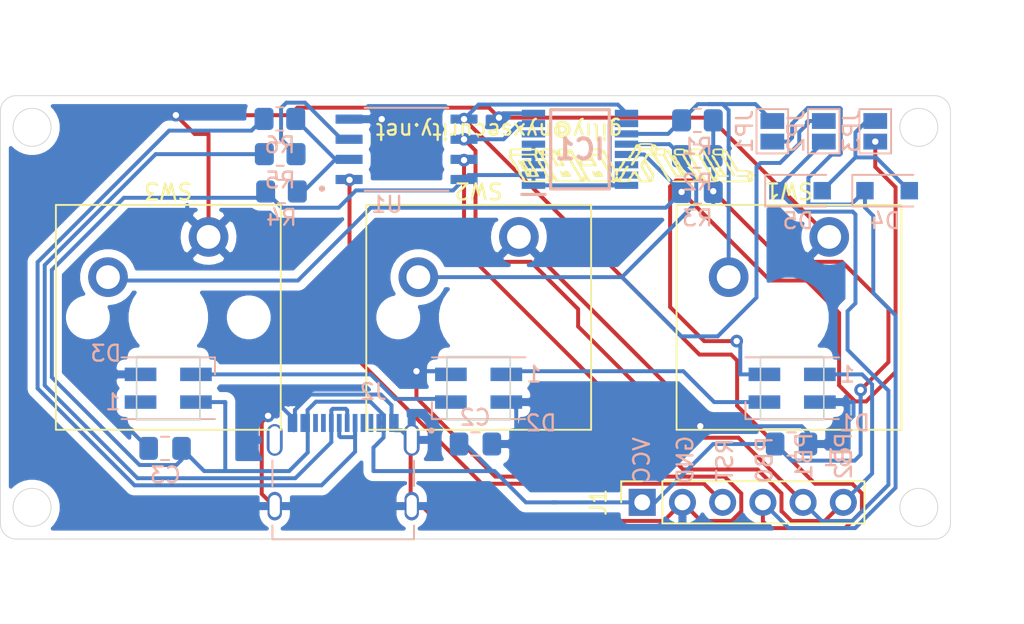
<source format=kicad_pcb>
(kicad_pcb (version 20171130) (host pcbnew "(5.1.12)-1")

  (general
    (thickness 1.6)
    (drawings 36)
    (tracks 346)
    (zones 0)
    (modules 25)
    (nets 25)
  )

  (page A4)
  (layers
    (0 F.Cu signal)
    (31 B.Cu signal)
    (32 B.Adhes user)
    (33 F.Adhes user)
    (34 B.Paste user)
    (35 F.Paste user)
    (36 B.SilkS user)
    (37 F.SilkS user)
    (38 B.Mask user)
    (39 F.Mask user)
    (40 Dwgs.User user)
    (41 Cmts.User user)
    (42 Eco1.User user)
    (43 Eco2.User user)
    (44 Edge.Cuts user)
    (45 Margin user)
    (46 B.CrtYd user)
    (47 F.CrtYd user)
    (48 B.Fab user)
    (49 F.Fab user)
  )

  (setup
    (last_trace_width 0.25)
    (trace_clearance 0.2)
    (zone_clearance 0.508)
    (zone_45_only no)
    (trace_min 0.2)
    (via_size 0.8)
    (via_drill 0.4)
    (via_min_size 0.4)
    (via_min_drill 0.3)
    (uvia_size 0.3)
    (uvia_drill 0.1)
    (uvias_allowed no)
    (uvia_min_size 0.2)
    (uvia_min_drill 0.1)
    (edge_width 0.05)
    (segment_width 0.2)
    (pcb_text_width 0.3)
    (pcb_text_size 1.5 1.5)
    (mod_edge_width 0.12)
    (mod_text_size 1 1)
    (mod_text_width 0.15)
    (pad_size 2.5 2.5)
    (pad_drill 1.5)
    (pad_to_mask_clearance 0)
    (aux_axis_origin 0 0)
    (visible_elements 7FFFFFFF)
    (pcbplotparams
      (layerselection 0x3f0fc_ffffffff)
      (usegerberextensions false)
      (usegerberattributes true)
      (usegerberadvancedattributes true)
      (creategerberjobfile true)
      (excludeedgelayer true)
      (linewidth 0.100000)
      (plotframeref false)
      (viasonmask false)
      (mode 1)
      (useauxorigin false)
      (hpglpennumber 1)
      (hpglpenspeed 20)
      (hpglpendiameter 15.000000)
      (psnegative false)
      (psa4output false)
      (plotreference true)
      (plotvalue true)
      (plotinvisibletext false)
      (padsonsilk false)
      (subtractmaskfromsilk false)
      (outputformat 1)
      (mirror false)
      (drillshape 0)
      (scaleselection 1)
      (outputdirectory "output/"))
  )

  (net 0 "")
  (net 1 GND)
  (net 2 VCC)
  (net 3 "Net-(D1-Pad1)")
  (net 4 PB2)
  (net 5 "Net-(D2-Pad1)")
  (net 6 "Net-(D3-Pad1)")
  (net 7 "Net-(IC1-Pad15)")
  (net 8 "Net-(IC1-Pad14)")
  (net 9 BTN3)
  (net 10 BTN2)
  (net 11 BTN1)
  (net 12 PB0)
  (net 13 PB1)
  (net 14 "Net-(IC1-Pad6)")
  (net 15 RST)
  (net 16 "Net-(J2-PadB5)")
  (net 17 "Net-(J2-PadA8)")
  (net 18 "Net-(J2-PadA6)")
  (net 19 "Net-(J2-PadA7)")
  (net 20 "Net-(J2-PadB8)")
  (net 21 "Net-(J2-PadA5)")
  (net 22 D-)
  (net 23 D+)
  (net 24 "Net-(D4-Pad2)")

  (net_class Default "This is the default net class."
    (clearance 0.2)
    (trace_width 0.25)
    (via_dia 0.8)
    (via_drill 0.4)
    (uvia_dia 0.3)
    (uvia_drill 0.1)
    (add_net BTN1)
    (add_net BTN2)
    (add_net BTN3)
    (add_net D+)
    (add_net D-)
    (add_net GND)
    (add_net "Net-(D1-Pad1)")
    (add_net "Net-(D2-Pad1)")
    (add_net "Net-(D3-Pad1)")
    (add_net "Net-(D4-Pad2)")
    (add_net "Net-(IC1-Pad14)")
    (add_net "Net-(IC1-Pad15)")
    (add_net "Net-(IC1-Pad6)")
    (add_net "Net-(J2-PadA5)")
    (add_net "Net-(J2-PadA6)")
    (add_net "Net-(J2-PadA7)")
    (add_net "Net-(J2-PadA8)")
    (add_net "Net-(J2-PadB5)")
    (add_net "Net-(J2-PadB8)")
    (add_net PB0)
    (add_net PB1)
    (add_net PB2)
    (add_net RST)
    (add_net VCC)
  )

  (module LED_SMD:LED_SK6812MINI_PLCC4_3.5x3.5mm_P1.75mm (layer B.Cu) (tedit 63364330) (tstamp 6315265D)
    (at 11.8508 18.4756)
    (descr https://cdn-shop.adafruit.com/product-files/2686/SK6812MINI_REV.01-1-2.pdf)
    (tags "LED RGB NeoPixel Mini")
    (path /630418BB)
    (attr smd)
    (fp_text reference D3 (at -3.94 -2.2) (layer B.SilkS)
      (effects (font (size 1 1) (thickness 0.15)) (justify mirror))
    )
    (fp_text value SK6812MINI (at 0 -3.25) (layer B.Fab)
      (effects (font (size 1 1) (thickness 0.15)) (justify mirror))
    )
    (fp_circle (center 0 0) (end 0 1.5) (layer B.Fab) (width 0.1))
    (fp_line (start 2.95 -1.95) (end 2.95 -0.875) (layer B.SilkS) (width 0.12))
    (fp_line (start -2.95 -1.95) (end 2.95 -1.95) (layer B.SilkS) (width 0.12))
    (fp_line (start -2.95 1.95) (end 2.95 1.95) (layer B.SilkS) (width 0.12))
    (fp_line (start 1.75 1.75) (end -1.75 1.75) (layer B.Fab) (width 0.1))
    (fp_line (start 1.75 -1.75) (end 1.75 1.75) (layer B.Fab) (width 0.1))
    (fp_line (start -1.75 -1.75) (end 1.75 -1.75) (layer B.Fab) (width 0.1))
    (fp_line (start -1.75 1.75) (end -1.75 -1.75) (layer B.Fab) (width 0.1))
    (fp_line (start 1.75 -0.75) (end 0.75 -1.75) (layer B.Fab) (width 0.1))
    (fp_line (start -2.8 2) (end -2.8 -2) (layer B.CrtYd) (width 0.05))
    (fp_line (start -2.8 -2) (end 2.8 -2) (layer B.CrtYd) (width 0.05))
    (fp_line (start 2.8 -2) (end 2.8 2) (layer B.CrtYd) (width 0.05))
    (fp_line (start 2.8 2) (end -2.8 2) (layer B.CrtYd) (width 0.05))
    (fp_text user %R (at 0 0) (layer B.Fab)
      (effects (font (size 0.5 0.5) (thickness 0.1)) (justify mirror))
    )
    (fp_text user 1 (at -3.5 0.875) (layer B.SilkS)
      (effects (font (size 1 1) (thickness 0.15)) (justify mirror))
    )
    (pad 3 smd rect (at -1.75 0.875) (size 2 0.85) (layers B.Cu B.Paste B.Mask)
      (net 5 "Net-(D2-Pad1)"))
    (pad 2 smd rect (at -1.75 -0.875) (size 2 0.85) (layers B.Cu B.Paste B.Mask)
      (net 1 GND))
    (pad 4 smd rect (at 1.75 0.875) (size 2 0.85) (layers B.Cu B.Paste B.Mask)
      (net 2 VCC))
    (pad 1 smd rect (at 1.75 -0.875) (size 2 0.85) (layers B.Cu B.Paste B.Mask)
      (net 6 "Net-(D3-Pad1)"))
    (model ${KISYS3DMOD}/LED_SMD.3dshapes/LED_SK6812MINI_PLCC4_3.5x3.5mm_P1.75mm.wrl
      (at (xyz 0 0 0))
      (scale (xyz 1 1 1))
      (rotate (xyz 0 0 0))
    )
    (model "C:/Users/Gili/Documents/KiCad Libraries/SK6812MINI/LED_SK6812MINI-E.step"
      (offset (xyz 0 5 -1.75))
      (scale (xyz 1 1 1))
      (rotate (xyz 180 0 180))
    )
  )

  (module LED_SMD:LED_SK6812MINI_PLCC4_3.5x3.5mm_P1.75mm (layer B.Cu) (tedit 63364203) (tstamp 6315269F)
    (at 31.4508 18.4756 180)
    (descr https://cdn-shop.adafruit.com/product-files/2686/SK6812MINI_REV.01-1-2.pdf)
    (tags "LED RGB NeoPixel Mini")
    (path /6303366B)
    (attr smd)
    (fp_text reference D2 (at -3.94 -2.2) (layer B.SilkS)
      (effects (font (size 1 1) (thickness 0.15)) (justify mirror))
    )
    (fp_text value SK6812MINI (at 0 -3.25) (layer B.Fab)
      (effects (font (size 1 1) (thickness 0.15)) (justify mirror))
    )
    (fp_circle (center 0 0) (end 0 1.5) (layer B.Fab) (width 0.1))
    (fp_line (start 2.95 -1.95) (end 2.95 -0.875) (layer B.SilkS) (width 0.12))
    (fp_line (start -2.95 -1.95) (end 2.95 -1.95) (layer B.SilkS) (width 0.12))
    (fp_line (start -2.95 1.95) (end 2.95 1.95) (layer B.SilkS) (width 0.12))
    (fp_line (start 1.75 1.75) (end -1.75 1.75) (layer B.Fab) (width 0.1))
    (fp_line (start 1.75 -1.75) (end 1.75 1.75) (layer B.Fab) (width 0.1))
    (fp_line (start -1.75 -1.75) (end 1.75 -1.75) (layer B.Fab) (width 0.1))
    (fp_line (start -1.75 1.75) (end -1.75 -1.75) (layer B.Fab) (width 0.1))
    (fp_line (start 1.75 -0.75) (end 0.75 -1.75) (layer B.Fab) (width 0.1))
    (fp_line (start -2.8 2) (end -2.8 -2) (layer B.CrtYd) (width 0.05))
    (fp_line (start -2.8 -2) (end 2.8 -2) (layer B.CrtYd) (width 0.05))
    (fp_line (start 2.8 -2) (end 2.8 2) (layer B.CrtYd) (width 0.05))
    (fp_line (start 2.8 2) (end -2.8 2) (layer B.CrtYd) (width 0.05))
    (fp_text user %R (at 0 0) (layer B.Fab)
      (effects (font (size 0.5 0.5) (thickness 0.1)) (justify mirror))
    )
    (fp_text user 1 (at -3.5 0.875) (layer B.SilkS)
      (effects (font (size 1 1) (thickness 0.15)) (justify mirror))
    )
    (pad 3 smd rect (at -1.75 0.875 180) (size 2 0.85) (layers B.Cu B.Paste B.Mask)
      (net 3 "Net-(D1-Pad1)"))
    (pad 2 smd rect (at -1.75 -0.875 180) (size 2 0.85) (layers B.Cu B.Paste B.Mask)
      (net 1 GND))
    (pad 4 smd rect (at 1.75 0.875 180) (size 2 0.85) (layers B.Cu B.Paste B.Mask)
      (net 2 VCC))
    (pad 1 smd rect (at 1.75 -0.875 180) (size 2 0.85) (layers B.Cu B.Paste B.Mask)
      (net 5 "Net-(D2-Pad1)"))
    (model ${KISYS3DMOD}/LED_SMD.3dshapes/LED_SK6812MINI_PLCC4_3.5x3.5mm_P1.75mm.wrl
      (offset (xyz 0 -5 -1.75))
      (scale (xyz 1 1 1))
      (rotate (xyz 180 0 180))
    )
    (model "C:/Users/Gili/Documents/KiCad Libraries/SK6812MINI/LED_SK6812MINI-E.step"
      (offset (xyz 0 5 -1.75))
      (scale (xyz 1 1 1))
      (rotate (xyz 180 0 180))
    )
  )

  (module LED_SMD:LED_SK6812MINI_PLCC4_3.5x3.5mm_P1.75mm (layer B.Cu) (tedit 63364164) (tstamp 631527EF)
    (at 51.2508 18.4756 180)
    (descr https://cdn-shop.adafruit.com/product-files/2686/SK6812MINI_REV.01-1-2.pdf)
    (tags "LED RGB NeoPixel Mini")
    (path /63028D9C)
    (attr smd)
    (fp_text reference D1 (at -3.94 -2.2) (layer B.SilkS)
      (effects (font (size 1 1) (thickness 0.15)) (justify mirror))
    )
    (fp_text value SK6812MINI (at 0 -3.25) (layer B.Fab)
      (effects (font (size 1 1) (thickness 0.15)) (justify mirror))
    )
    (fp_circle (center 0 0) (end 0 1.5) (layer B.Fab) (width 0.1))
    (fp_line (start 2.95 -1.95) (end 2.95 -0.875) (layer B.SilkS) (width 0.12))
    (fp_line (start -2.95 -1.95) (end 2.95 -1.95) (layer B.SilkS) (width 0.12))
    (fp_line (start -2.95 1.95) (end 2.95 1.95) (layer B.SilkS) (width 0.12))
    (fp_line (start 1.75 1.75) (end -1.75 1.75) (layer B.Fab) (width 0.1))
    (fp_line (start 1.75 -1.75) (end 1.75 1.75) (layer B.Fab) (width 0.1))
    (fp_line (start -1.75 -1.75) (end 1.75 -1.75) (layer B.Fab) (width 0.1))
    (fp_line (start -1.75 1.75) (end -1.75 -1.75) (layer B.Fab) (width 0.1))
    (fp_line (start 1.75 -0.75) (end 0.75 -1.75) (layer B.Fab) (width 0.1))
    (fp_line (start -2.8 2) (end -2.8 -2) (layer B.CrtYd) (width 0.05))
    (fp_line (start -2.8 -2) (end 2.8 -2) (layer B.CrtYd) (width 0.05))
    (fp_line (start 2.8 -2) (end 2.8 2) (layer B.CrtYd) (width 0.05))
    (fp_line (start 2.8 2) (end -2.8 2) (layer B.CrtYd) (width 0.05))
    (fp_text user %R (at 0 0 270) (layer B.Fab)
      (effects (font (size 0.5 0.5) (thickness 0.1)) (justify mirror))
    )
    (fp_text user 1 (at -3.5 0.875) (layer B.SilkS)
      (effects (font (size 1 1) (thickness 0.15)) (justify mirror))
    )
    (pad 3 smd rect (at -1.75 0.875 180) (size 2 0.85) (layers B.Cu B.Paste B.Mask)
      (net 4 PB2))
    (pad 2 smd rect (at -1.75 -0.875 180) (size 2 0.85) (layers B.Cu B.Paste B.Mask)
      (net 1 GND))
    (pad 4 smd rect (at 1.75 0.875 180) (size 2 0.85) (layers B.Cu B.Paste B.Mask)
      (net 2 VCC))
    (pad 1 smd rect (at 1.75 -0.875 180) (size 2 0.85) (layers B.Cu B.Paste B.Mask)
      (net 3 "Net-(D1-Pad1)"))
    (model ${KISYS3DMOD}/LED_SMD.3dshapes/LED_SK6812MINI_PLCC4_3.5x3.5mm_P1.75mm.wrl
      (at (xyz 0 0 0))
      (scale (xyz 1 1 1))
      (rotate (xyz 0 0 0))
    )
    (model "C:/Users/Gili/Documents/KiCad Libraries/SK6812MINI/LED_SK6812MINI-E.step"
      (offset (xyz 0 5 -1.75))
      (scale (xyz 1 1 1))
      (rotate (xyz 180 0 180))
    )
  )

  (module CD74HC147PWR:SOP65P640X120-16N (layer B.Cu) (tedit 0) (tstamp 631525A3)
    (at 37.852 3.388)
    (descr "PW0016A HEIGHT 1.2")
    (tags "Integrated Circuit")
    (path /62FF78FF)
    (attr smd)
    (fp_text reference IC1 (at 0 0 180) (layer B.SilkS)
      (effects (font (size 1.27 1.27) (thickness 0.254)) (justify mirror))
    )
    (fp_text value CD74HC147PWR (at 0 0 180) (layer B.SilkS) hide
      (effects (font (size 1.27 1.27) (thickness 0.254)) (justify mirror))
    )
    (fp_line (start -3.675 2.85) (end -2.2 2.85) (layer B.SilkS) (width 0.2))
    (fp_line (start -1.85 -2.5) (end -1.85 2.5) (layer B.SilkS) (width 0.2))
    (fp_line (start 1.85 -2.5) (end -1.85 -2.5) (layer B.SilkS) (width 0.2))
    (fp_line (start 1.85 2.5) (end 1.85 -2.5) (layer B.SilkS) (width 0.2))
    (fp_line (start -1.85 2.5) (end 1.85 2.5) (layer B.SilkS) (width 0.2))
    (fp_line (start -2.2 1.85) (end -1.55 2.5) (layer B.Fab) (width 0.1))
    (fp_line (start -2.2 -2.5) (end -2.2 2.5) (layer B.Fab) (width 0.1))
    (fp_line (start 2.2 -2.5) (end -2.2 -2.5) (layer B.Fab) (width 0.1))
    (fp_line (start 2.2 2.5) (end 2.2 -2.5) (layer B.Fab) (width 0.1))
    (fp_line (start -2.2 2.5) (end 2.2 2.5) (layer B.Fab) (width 0.1))
    (fp_line (start -3.925 -2.8) (end -3.925 2.8) (layer B.CrtYd) (width 0.05))
    (fp_line (start 3.925 -2.8) (end -3.925 -2.8) (layer B.CrtYd) (width 0.05))
    (fp_line (start 3.925 2.8) (end 3.925 -2.8) (layer B.CrtYd) (width 0.05))
    (fp_line (start -3.925 2.8) (end 3.925 2.8) (layer B.CrtYd) (width 0.05))
    (fp_text user %R (at 0 0 180) (layer B.Fab)
      (effects (font (size 1.27 1.27) (thickness 0.254)) (justify mirror))
    )
    (pad 16 smd rect (at 2.938 2.275 270) (size 0.45 1.475) (layers B.Cu B.Paste B.Mask)
      (net 2 VCC))
    (pad 15 smd rect (at 2.938 1.625 270) (size 0.45 1.475) (layers B.Cu B.Paste B.Mask)
      (net 7 "Net-(IC1-Pad15)"))
    (pad 14 smd rect (at 2.938 0.975 270) (size 0.45 1.475) (layers B.Cu B.Paste B.Mask)
      (net 8 "Net-(IC1-Pad14)"))
    (pad 13 smd rect (at 2.938 0.325 270) (size 0.45 1.475) (layers B.Cu B.Paste B.Mask)
      (net 9 BTN3))
    (pad 12 smd rect (at 2.938 -0.325 270) (size 0.45 1.475) (layers B.Cu B.Paste B.Mask)
      (net 10 BTN2))
    (pad 11 smd rect (at 2.938 -0.975 270) (size 0.45 1.475) (layers B.Cu B.Paste B.Mask)
      (net 11 BTN1))
    (pad 10 smd rect (at 2.938 -1.625 270) (size 0.45 1.475) (layers B.Cu B.Paste B.Mask)
      (net 2 VCC))
    (pad 9 smd rect (at 2.938 -2.275 270) (size 0.45 1.475) (layers B.Cu B.Paste B.Mask)
      (net 12 PB0))
    (pad 8 smd rect (at -2.938 -2.275 270) (size 0.45 1.475) (layers B.Cu B.Paste B.Mask)
      (net 1 GND))
    (pad 7 smd rect (at -2.938 -1.625 270) (size 0.45 1.475) (layers B.Cu B.Paste B.Mask)
      (net 13 PB1))
    (pad 6 smd rect (at -2.938 -0.975 270) (size 0.45 1.475) (layers B.Cu B.Paste B.Mask)
      (net 14 "Net-(IC1-Pad6)"))
    (pad 5 smd rect (at -2.938 -0.325 270) (size 0.45 1.475) (layers B.Cu B.Paste B.Mask)
      (net 2 VCC))
    (pad 4 smd rect (at -2.938 0.325 270) (size 0.45 1.475) (layers B.Cu B.Paste B.Mask)
      (net 2 VCC))
    (pad 3 smd rect (at -2.938 0.975 270) (size 0.45 1.475) (layers B.Cu B.Paste B.Mask)
      (net 2 VCC))
    (pad 2 smd rect (at -2.938 1.625 270) (size 0.45 1.475) (layers B.Cu B.Paste B.Mask)
      (net 2 VCC))
    (pad 1 smd rect (at -2.938 2.275 270) (size 0.45 1.475) (layers B.Cu B.Paste B.Mask)
      (net 2 VCC))
    (model "C:/Users/Gili/Documents/KiCad Libraries/CD74HC147PWR/CD74HC147PWR.step"
      (at (xyz 0 0 0))
      (scale (xyz 1 1 1))
      (rotate (xyz 0 0 0))
    )
  )

  (module Diode_SMD:D_SOD-123F (layer B.Cu) (tedit 587F7769) (tstamp 631D712F)
    (at 57.25 6)
    (descr D_SOD-123F)
    (tags D_SOD-123F)
    (path /631E97A2)
    (attr smd)
    (fp_text reference D4 (at -0.127 1.905) (layer B.SilkS)
      (effects (font (size 1 1) (thickness 0.15)) (justify mirror))
    )
    (fp_text value DIODE (at 0 -2.1) (layer B.Fab)
      (effects (font (size 1 1) (thickness 0.15)) (justify mirror))
    )
    (fp_line (start -2.2 1) (end -2.2 -1) (layer B.SilkS) (width 0.12))
    (fp_line (start 0.25 0) (end 0.75 0) (layer B.Fab) (width 0.1))
    (fp_line (start 0.25 -0.4) (end -0.35 0) (layer B.Fab) (width 0.1))
    (fp_line (start 0.25 0.4) (end 0.25 -0.4) (layer B.Fab) (width 0.1))
    (fp_line (start -0.35 0) (end 0.25 0.4) (layer B.Fab) (width 0.1))
    (fp_line (start -0.35 0) (end -0.35 -0.55) (layer B.Fab) (width 0.1))
    (fp_line (start -0.35 0) (end -0.35 0.55) (layer B.Fab) (width 0.1))
    (fp_line (start -0.75 0) (end -0.35 0) (layer B.Fab) (width 0.1))
    (fp_line (start -1.4 -0.9) (end -1.4 0.9) (layer B.Fab) (width 0.1))
    (fp_line (start 1.4 -0.9) (end -1.4 -0.9) (layer B.Fab) (width 0.1))
    (fp_line (start 1.4 0.9) (end 1.4 -0.9) (layer B.Fab) (width 0.1))
    (fp_line (start -1.4 0.9) (end 1.4 0.9) (layer B.Fab) (width 0.1))
    (fp_line (start -2.2 1.15) (end 2.2 1.15) (layer B.CrtYd) (width 0.05))
    (fp_line (start 2.2 1.15) (end 2.2 -1.15) (layer B.CrtYd) (width 0.05))
    (fp_line (start 2.2 -1.15) (end -2.2 -1.15) (layer B.CrtYd) (width 0.05))
    (fp_line (start -2.2 1.15) (end -2.2 -1.15) (layer B.CrtYd) (width 0.05))
    (fp_line (start -2.2 -1) (end 1.65 -1) (layer B.SilkS) (width 0.12))
    (fp_line (start -2.2 1) (end 1.65 1) (layer B.SilkS) (width 0.12))
    (fp_text user %R (at -0.127 1.905) (layer B.Fab)
      (effects (font (size 1 1) (thickness 0.15)) (justify mirror))
    )
    (pad 2 smd rect (at 1.4 0) (size 1.1 1.1) (layers B.Cu B.Paste B.Mask)
      (net 24 "Net-(D4-Pad2)"))
    (pad 1 smd rect (at -1.4 0) (size 1.1 1.1) (layers B.Cu B.Paste B.Mask)
      (net 12 PB0))
    (model ${KISYS3DMOD}/Diode_SMD.3dshapes/D_SOD-123F.wrl
      (at (xyz 0 0 0))
      (scale (xyz 1 1 1))
      (rotate (xyz 0 0 0))
    )
  )

  (module SolderJumper:SolderJumper-2_P1.3mm_Open_Pad1.0x1.5mm (layer B.Cu) (tedit 5A3EABFC) (tstamp 631D9AEB)
    (at 56.5 2.25 90)
    (descr "SMD Solder Jumper, 1x1.5mm Pads, 0.3mm gap, open")
    (tags "solder jumper open")
    (path /631FABFD)
    (attr virtual)
    (fp_text reference JP3 (at 0 -1.5 90) (layer B.SilkS)
      (effects (font (size 1 1) (thickness 0.15)) (justify mirror))
    )
    (fp_text value SolderJumper_2_Open (at 0 -1.9 90) (layer B.Fab)
      (effects (font (size 1 1) (thickness 0.15)) (justify mirror))
    )
    (fp_line (start -1.4 -1) (end -1.4 1) (layer B.SilkS) (width 0.12))
    (fp_line (start 1.4 -1) (end -1.4 -1) (layer B.SilkS) (width 0.12))
    (fp_line (start 1.4 1) (end 1.4 -1) (layer B.SilkS) (width 0.12))
    (fp_line (start -1.4 1) (end 1.4 1) (layer B.SilkS) (width 0.12))
    (fp_line (start -1.65 1.25) (end 1.65 1.25) (layer B.CrtYd) (width 0.05))
    (fp_line (start -1.65 1.25) (end -1.65 -1.25) (layer B.CrtYd) (width 0.05))
    (fp_line (start 1.65 -1.25) (end 1.65 1.25) (layer B.CrtYd) (width 0.05))
    (fp_line (start 1.65 -1.25) (end -1.65 -1.25) (layer B.CrtYd) (width 0.05))
    (pad 1 smd rect (at -0.65 0 90) (size 1 1.5) (layers B.Cu B.Mask)
      (net 9 BTN3))
    (pad 2 smd rect (at 0.65 0 90) (size 1 1.5) (layers B.Cu B.Mask)
      (net 24 "Net-(D4-Pad2)"))
  )

  (module SolderJumper:SolderJumper-2_P1.3mm_Open_Pad1.0x1.5mm (layer B.Cu) (tedit 5A3EABFC) (tstamp 631D931E)
    (at 53.25 2.25 270)
    (descr "SMD Solder Jumper, 1x1.5mm Pads, 0.3mm gap, open")
    (tags "solder jumper open")
    (path /631F187F)
    (attr virtual)
    (fp_text reference JP2 (at 0 1.75 90) (layer B.SilkS)
      (effects (font (size 1 1) (thickness 0.15)) (justify mirror))
    )
    (fp_text value SolderJumper_2_Open (at 0 -1.9 90) (layer B.Fab)
      (effects (font (size 1 1) (thickness 0.15)) (justify mirror))
    )
    (fp_line (start -1.4 -1) (end -1.4 1) (layer B.SilkS) (width 0.12))
    (fp_line (start 1.4 -1) (end -1.4 -1) (layer B.SilkS) (width 0.12))
    (fp_line (start 1.4 1) (end 1.4 -1) (layer B.SilkS) (width 0.12))
    (fp_line (start -1.4 1) (end 1.4 1) (layer B.SilkS) (width 0.12))
    (fp_line (start -1.65 1.25) (end 1.65 1.25) (layer B.CrtYd) (width 0.05))
    (fp_line (start -1.65 1.25) (end -1.65 -1.25) (layer B.CrtYd) (width 0.05))
    (fp_line (start 1.65 -1.25) (end 1.65 1.25) (layer B.CrtYd) (width 0.05))
    (fp_line (start 1.65 -1.25) (end -1.65 -1.25) (layer B.CrtYd) (width 0.05))
    (pad 1 smd rect (at -0.65 0 270) (size 1 1.5) (layers B.Cu B.Mask)
      (net 10 BTN2))
    (pad 2 smd rect (at 0.65 0 270) (size 1 1.5) (layers B.Cu B.Mask)
      (net 13 PB1))
  )

  (module SolderJumper:SolderJumper-2_P1.3mm_Open_Pad1.0x1.5mm (layer B.Cu) (tedit 5A3EABFC) (tstamp 631D8A55)
    (at 50 2.25 270)
    (descr "SMD Solder Jumper, 1x1.5mm Pads, 0.3mm gap, open")
    (tags "solder jumper open")
    (path /631EDD5D)
    (attr virtual)
    (fp_text reference JP1 (at 0 1.75 270) (layer B.SilkS)
      (effects (font (size 1 1) (thickness 0.15)) (justify mirror))
    )
    (fp_text value SolderJumper_2_Open (at 0 -1.9 90) (layer B.Fab)
      (effects (font (size 1 1) (thickness 0.15)) (justify mirror))
    )
    (fp_line (start -1.4 -1) (end -1.4 1) (layer B.SilkS) (width 0.12))
    (fp_line (start 1.4 -1) (end -1.4 -1) (layer B.SilkS) (width 0.12))
    (fp_line (start 1.4 1) (end 1.4 -1) (layer B.SilkS) (width 0.12))
    (fp_line (start -1.4 1) (end 1.4 1) (layer B.SilkS) (width 0.12))
    (fp_line (start -1.65 1.25) (end 1.65 1.25) (layer B.CrtYd) (width 0.05))
    (fp_line (start -1.65 1.25) (end -1.65 -1.25) (layer B.CrtYd) (width 0.05))
    (fp_line (start 1.65 -1.25) (end 1.65 1.25) (layer B.CrtYd) (width 0.05))
    (fp_line (start 1.65 -1.25) (end -1.65 -1.25) (layer B.CrtYd) (width 0.05))
    (pad 1 smd rect (at -0.65 0 270) (size 1 1.5) (layers B.Cu B.Mask)
      (net 11 BTN1))
    (pad 2 smd rect (at 0.65 0 270) (size 1 1.5) (layers B.Cu B.Mask)
      (net 12 PB0))
  )

  (module Diode_SMD:D_SOD-123F (layer B.Cu) (tedit 587F7769) (tstamp 631D7148)
    (at 51.75 6)
    (descr D_SOD-123F)
    (tags D_SOD-123F)
    (path /631ECD6E)
    (attr smd)
    (fp_text reference D5 (at -0.127 1.905) (layer B.SilkS)
      (effects (font (size 1 1) (thickness 0.15)) (justify mirror))
    )
    (fp_text value DIODE (at 0 -2.1) (layer B.Fab)
      (effects (font (size 1 1) (thickness 0.15)) (justify mirror))
    )
    (fp_line (start -2.2 1) (end -2.2 -1) (layer B.SilkS) (width 0.12))
    (fp_line (start 0.25 0) (end 0.75 0) (layer B.Fab) (width 0.1))
    (fp_line (start 0.25 -0.4) (end -0.35 0) (layer B.Fab) (width 0.1))
    (fp_line (start 0.25 0.4) (end 0.25 -0.4) (layer B.Fab) (width 0.1))
    (fp_line (start -0.35 0) (end 0.25 0.4) (layer B.Fab) (width 0.1))
    (fp_line (start -0.35 0) (end -0.35 -0.55) (layer B.Fab) (width 0.1))
    (fp_line (start -0.35 0) (end -0.35 0.55) (layer B.Fab) (width 0.1))
    (fp_line (start -0.75 0) (end -0.35 0) (layer B.Fab) (width 0.1))
    (fp_line (start -1.4 -0.9) (end -1.4 0.9) (layer B.Fab) (width 0.1))
    (fp_line (start 1.4 -0.9) (end -1.4 -0.9) (layer B.Fab) (width 0.1))
    (fp_line (start 1.4 0.9) (end 1.4 -0.9) (layer B.Fab) (width 0.1))
    (fp_line (start -1.4 0.9) (end 1.4 0.9) (layer B.Fab) (width 0.1))
    (fp_line (start -2.2 1.15) (end 2.2 1.15) (layer B.CrtYd) (width 0.05))
    (fp_line (start 2.2 1.15) (end 2.2 -1.15) (layer B.CrtYd) (width 0.05))
    (fp_line (start 2.2 -1.15) (end -2.2 -1.15) (layer B.CrtYd) (width 0.05))
    (fp_line (start -2.2 1.15) (end -2.2 -1.15) (layer B.CrtYd) (width 0.05))
    (fp_line (start -2.2 -1) (end 1.65 -1) (layer B.SilkS) (width 0.12))
    (fp_line (start -2.2 1) (end 1.65 1) (layer B.SilkS) (width 0.12))
    (fp_text user %R (at -0.127 1.905) (layer B.Fab)
      (effects (font (size 1 1) (thickness 0.15)) (justify mirror))
    )
    (pad 2 smd rect (at 1.4 0) (size 1.1 1.1) (layers B.Cu B.Paste B.Mask)
      (net 24 "Net-(D4-Pad2)"))
    (pad 1 smd rect (at -1.4 0) (size 1.1 1.1) (layers B.Cu B.Paste B.Mask)
      (net 13 PB1))
    (model ${KISYS3DMOD}/Diode_SMD.3dshapes/D_SOD-123F.wrl
      (at (xyz 0 0 0))
      (scale (xyz 1 1 1))
      (rotate (xyz 0 0 0))
    )
  )

  (module Resistor_SMD:R_0805_2012Metric_Pad1.20x1.40mm_HandSolder (layer B.Cu) (tedit 5F68FEEE) (tstamp 631526DB)
    (at 45.2688 6.0804)
    (descr "Resistor SMD 0805 (2012 Metric), square (rectangular) end terminal, IPC_7351 nominal with elongated pad for handsoldering. (Body size source: IPC-SM-782 page 72, https://www.pcb-3d.com/wordpress/wp-content/uploads/ipc-sm-782a_amendment_1_and_2.pdf), generated with kicad-footprint-generator")
    (tags "resistor handsolder")
    (path /62F955B8)
    (attr smd)
    (fp_text reference R3 (at 0 1.65) (layer B.SilkS)
      (effects (font (size 1 1) (thickness 0.15)) (justify mirror))
    )
    (fp_text value 1k (at 0 -1.65) (layer B.Fab)
      (effects (font (size 1 1) (thickness 0.15)) (justify mirror))
    )
    (fp_line (start 1.85 -0.95) (end -1.85 -0.95) (layer B.CrtYd) (width 0.05))
    (fp_line (start 1.85 0.95) (end 1.85 -0.95) (layer B.CrtYd) (width 0.05))
    (fp_line (start -1.85 0.95) (end 1.85 0.95) (layer B.CrtYd) (width 0.05))
    (fp_line (start -1.85 -0.95) (end -1.85 0.95) (layer B.CrtYd) (width 0.05))
    (fp_line (start -0.227064 -0.735) (end 0.227064 -0.735) (layer B.SilkS) (width 0.12))
    (fp_line (start -0.227064 0.735) (end 0.227064 0.735) (layer B.SilkS) (width 0.12))
    (fp_line (start 1 -0.625) (end -1 -0.625) (layer B.Fab) (width 0.1))
    (fp_line (start 1 0.625) (end 1 -0.625) (layer B.Fab) (width 0.1))
    (fp_line (start -1 0.625) (end 1 0.625) (layer B.Fab) (width 0.1))
    (fp_line (start -1 -0.625) (end -1 0.625) (layer B.Fab) (width 0.1))
    (fp_text user %R (at 0 0) (layer B.Fab)
      (effects (font (size 0.5 0.5) (thickness 0.08)) (justify mirror))
    )
    (pad 1 smd roundrect (at -1 0) (size 1.2 1.4) (layers B.Cu B.Paste B.Mask) (roundrect_rratio 0.2083325)
      (net 9 BTN3))
    (pad 2 smd roundrect (at 1 0) (size 1.2 1.4) (layers B.Cu B.Paste B.Mask) (roundrect_rratio 0.2083325)
      (net 2 VCC))
    (model ${KISYS3DMOD}/Resistor_SMD.3dshapes/R_0805_2012Metric.wrl
      (at (xyz 0 0 0))
      (scale (xyz 1 1 1))
      (rotate (xyz 0 0 0))
    )
  )

  (module "TinyPad Logos:TinyPad" (layer F.Cu) (tedit 0) (tstamp 631664D5)
    (at 41 4.25 180)
    (fp_text reference G*** (at 0 0) (layer F.SilkS) hide
      (effects (font (size 1.524 1.524) (thickness 0.3)))
    )
    (fp_text value LOGO (at 0.75 0) (layer F.SilkS) hide
      (effects (font (size 1.524 1.524) (thickness 0.3)))
    )
    (fp_poly (pts (xy -0.542554 -1.085083) (xy -0.500302 -0.991055) (xy -0.476247 -0.915806) (xy -0.474133 -0.898816)
      (xy -0.450362 -0.852995) (xy -0.428769 -0.846667) (xy -0.383746 -0.818869) (xy -0.341307 -0.754272)
      (xy -0.309989 -0.69319) (xy -0.288325 -0.689158) (xy -0.263927 -0.728872) (xy -0.218202 -0.799066)
      (xy -0.190522 -0.830126) (xy -0.154738 -0.878196) (xy -0.103623 -0.965013) (xy -0.067733 -1.033326)
      (xy 0.016934 -1.202267) (xy 0.403683 -1.211896) (xy 0.586705 -1.214147) (xy 0.710974 -1.209703)
      (xy 0.785209 -1.197852) (xy 0.818031 -1.17803) (xy 0.841275 -1.152627) (xy 0.846149 -1.176867)
      (xy 0.86123 -1.190211) (xy 0.91014 -1.200643) (xy 0.998927 -1.208447) (xy 1.13364 -1.213909)
      (xy 1.320328 -1.217316) (xy 1.565037 -1.218951) (xy 1.743325 -1.2192) (xy 2.639982 -1.2192)
      (xy 2.707028 -1.0922) (xy 2.748921 -1.01552) (xy 2.768544 -0.994634) (xy 2.774742 -1.025169)
      (xy 2.77557 -1.058333) (xy 2.777687 -1.067257) (xy 3.130206 -1.067257) (xy 3.133399 -1.058333)
      (xy 3.161394 -0.975378) (xy 3.174837 -0.922867) (xy 3.203021 -0.863391) (xy 3.231943 -0.846667)
      (xy 3.270123 -0.81838) (xy 3.316614 -0.749219) (xy 3.35881 -0.662732) (xy 3.384105 -0.582467)
      (xy 3.386667 -0.557651) (xy 3.411017 -0.513425) (xy 3.431195 -0.508) (xy 3.471574 -0.479649)
      (xy 3.519706 -0.410226) (xy 3.562719 -0.323176) (xy 3.587741 -0.241945) (xy 3.589867 -0.218985)
      (xy 3.614217 -0.174758) (xy 3.634395 -0.169333) (xy 3.674774 -0.140982) (xy 3.722906 -0.071559)
      (xy 3.765919 0.01549) (xy 3.790941 0.096722) (xy 3.793067 0.119682) (xy 3.818954 0.163877)
      (xy 3.840512 0.169333) (xy 3.880009 0.198098) (xy 3.927199 0.27127) (xy 3.950579 0.321606)
      (xy 4.013201 0.473879) (xy 4.227689 0.474006) (xy 4.335976 0.470458) (xy 4.409073 0.461062)
      (xy 4.43072 0.448733) (xy 4.412108 0.403212) (xy 4.380061 0.321579) (xy 4.370295 0.296333)
      (xy 4.334087 0.216466) (xy 4.303581 0.172372) (xy 4.297159 0.169333) (xy 4.269299 0.142378)
      (xy 4.223675 0.075334) (xy 4.172332 -0.01107) (xy 4.141698 -0.06894) (xy 4.344445 -0.06894)
      (xy 4.352599 -0.042333) (xy 4.380594 0.040622) (xy 4.394037 0.093133) (xy 4.422221 0.152609)
      (xy 4.451143 0.169333) (xy 4.489323 0.19762) (xy 4.535814 0.266781) (xy 4.57801 0.353268)
      (xy 4.603305 0.433533) (xy 4.605867 0.458349) (xy 4.631358 0.502552) (xy 4.652558 0.508)
      (xy 4.695672 0.5363) (xy 4.740163 0.605667) (xy 4.745692 0.618067) (xy 4.792134 0.728133)
      (xy 4.80285 0.635) (xy 4.822037 0.575733) (xy 4.978401 0.575733) (xy 4.978401 0.8128)
      (xy 5.418667 0.8128) (xy 5.418667 0.575733) (xy 4.978401 0.575733) (xy 4.822037 0.575733)
      (xy 4.824758 0.567329) (xy 4.85844 0.541867) (xy 4.87492 0.520697) (xy 4.874514 0.519289)
      (xy 5.497689 0.519289) (xy 5.502338 0.539422) (xy 5.520267 0.541867) (xy 5.548143 0.529475)
      (xy 5.542845 0.519289) (xy 5.502653 0.515236) (xy 5.497689 0.519289) (xy 4.874514 0.519289)
      (xy 4.855546 0.453525) (xy 4.813857 0.364066) (xy 4.761561 0.266561) (xy 4.718313 0.197268)
      (xy 4.698095 0.174676) (xy 4.667817 0.139772) (xy 4.622841 0.065744) (xy 4.604273 0.030742)
      (xy 4.551987 -0.055233) (xy 4.498172 -0.093649) (xy 4.432222 -0.1016) (xy 4.361732 -0.095156)
      (xy 4.344445 -0.06894) (xy 4.141698 -0.06894) (xy 4.127318 -0.096103) (xy 4.10068 -0.159036)
      (xy 4.097867 -0.173599) (xy 4.129131 -0.18699) (xy 4.212546 -0.197225) (xy 4.332548 -0.202701)
      (xy 4.385046 -0.2032) (xy 4.672224 -0.2032) (xy 4.740646 -0.069083) (xy 4.782898 0.024945)
      (xy 4.806953 0.100194) (xy 4.809067 0.117184) (xy 4.833892 0.162983) (xy 4.856512 0.169333)
      (xy 4.896009 0.198098) (xy 4.943199 0.27127) (xy 4.966579 0.321606) (xy 5.029201 0.473879)
      (xy 5.240867 0.474006) (xy 5.350546 0.471772) (xy 5.427043 0.46582) (xy 5.452534 0.458349)
      (xy 5.436264 0.406028) (xy 5.396224 0.321585) (xy 5.345571 0.229682) (xy 5.297459 0.154979)
      (xy 5.278168 0.131479) (xy 5.229108 0.06137) (xy 5.182901 -0.034935) (xy 5.178231 -0.047366)
      (xy 5.143471 -0.125647) (xy 5.11241 -0.167267) (xy 5.106624 -0.169333) (xy 5.07782 -0.197315)
      (xy 5.033779 -0.269042) (xy 5.00336 -0.328838) (xy 4.948447 -0.432981) (xy 4.894187 -0.518055)
      (xy 4.871768 -0.545537) (xy 4.822693 -0.615886) (xy 4.776478 -0.712325) (xy 4.771831 -0.7247)
      (xy 4.737346 -0.802961) (xy 4.734602 -0.806719) (xy 4.923921 -0.806719) (xy 4.951976 -0.729722)
      (xy 4.956991 -0.719857) (xy 4.994643 -0.632901) (xy 5.012115 -0.56467) (xy 5.012267 -0.560482)
      (xy 5.035486 -0.514442) (xy 5.056795 -0.508) (xy 5.097174 -0.479649) (xy 5.145306 -0.410226)
      (xy 5.188319 -0.323176) (xy 5.213341 -0.241945) (xy 5.215467 -0.218985) (xy 5.239817 -0.174758)
      (xy 5.259995 -0.169333) (xy 5.300374 -0.140982) (xy 5.348506 -0.071559) (xy 5.391519 0.01549)
      (xy 5.416541 0.096722) (xy 5.418667 0.119682) (xy 5.443017 0.163908) (xy 5.463195 0.169333)
      (xy 5.503574 0.197684) (xy 5.551706 0.267107) (xy 5.594719 0.354157) (xy 5.619741 0.435389)
      (xy 5.621867 0.458349) (xy 5.647358 0.502552) (xy 5.668558 0.508) (xy 5.711672 0.5363)
      (xy 5.756163 0.605667) (xy 5.761692 0.618067) (xy 5.808134 0.728133) (xy 5.81885 0.635)
      (xy 5.838037 0.575733) (xy 5.9944 0.575733) (xy 5.9944 0.8128) (xy 7.450667 0.8128)
      (xy 7.450667 0.575733) (xy 5.9944 0.575733) (xy 5.838037 0.575733) (xy 5.840758 0.567329)
      (xy 5.87444 0.541867) (xy 5.884296 0.51601) (xy 5.865914 0.449676) (xy 5.82713 0.359712)
      (xy 5.775777 0.262971) (xy 5.719692 0.1763) (xy 5.684568 0.133514) (xy 5.63541 0.061864)
      (xy 5.589157 -0.035295) (xy 5.584631 -0.047366) (xy 5.549871 -0.125647) (xy 5.51881 -0.167267)
      (xy 5.513024 -0.169333) (xy 5.48422 -0.197315) (xy 5.440179 -0.269042) (xy 5.40976 -0.328838)
      (xy 5.354847 -0.432981) (xy 5.300587 -0.518055) (xy 5.278168 -0.545537) (xy 5.229093 -0.615886)
      (xy 5.182878 -0.712325) (xy 5.178231 -0.7247) (xy 5.143841 -0.802955) (xy 5.113672 -0.844588)
      (xy 5.108145 -0.846667) (xy 5.075557 -0.873293) (xy 5.032854 -0.937573) (xy 5.031638 -0.9398)
      (xy 4.981112 -1.032933) (xy 4.979756 -0.942622) (xy 4.966004 -0.87128) (xy 4.940057 -0.83953)
      (xy 4.923921 -0.806719) (xy 4.734602 -0.806719) (xy 4.706946 -0.844591) (xy 4.701352 -0.846667)
      (xy 4.671495 -0.874095) (xy 4.626766 -0.943342) (xy 4.605867 -0.982133) (xy 4.536757 -1.1176)
      (xy 3.822622 -1.1176) (xy 3.585459 -1.117271) (xy 3.407908 -1.115818) (xy 3.281853 -1.112542)
      (xy 3.199173 -1.106746) (xy 3.151752 -1.097732) (xy 3.131469 -1.084802) (xy 3.130206 -1.067257)
      (xy 2.777687 -1.067257) (xy 2.793157 -1.132446) (xy 2.827867 -1.151467) (xy 2.872936 -1.169754)
      (xy 2.878667 -1.185333) (xy 2.912073 -1.196518) (xy 3.01051 -1.205584) (xy 3.171305 -1.212429)
      (xy 3.391785 -1.216953) (xy 3.669277 -1.219055) (xy 3.775325 -1.2192) (xy 4.671982 -1.2192)
      (xy 4.739028 -1.0922) (xy 4.780921 -1.01552) (xy 4.800544 -0.994634) (xy 4.806742 -1.025169)
      (xy 4.80757 -1.058333) (xy 4.809687 -1.067257) (xy 5.162206 -1.067257) (xy 5.165399 -1.058333)
      (xy 5.193394 -0.975378) (xy 5.206837 -0.922867) (xy 5.235021 -0.863391) (xy 5.263943 -0.846667)
      (xy 5.302123 -0.81838) (xy 5.348614 -0.749219) (xy 5.39081 -0.662732) (xy 5.416105 -0.582467)
      (xy 5.418667 -0.557651) (xy 5.443017 -0.513425) (xy 5.463195 -0.508) (xy 5.503574 -0.479649)
      (xy 5.551706 -0.410226) (xy 5.594719 -0.323176) (xy 5.619741 -0.241945) (xy 5.621867 -0.218985)
      (xy 5.646217 -0.174758) (xy 5.666395 -0.169333) (xy 5.706774 -0.140982) (xy 5.754906 -0.071559)
      (xy 5.797919 0.01549) (xy 5.822941 0.096722) (xy 5.825067 0.119682) (xy 5.850954 0.163877)
      (xy 5.872512 0.169333) (xy 5.912009 0.198098) (xy 5.959199 0.27127) (xy 5.982579 0.321606)
      (xy 6.0452 0.473879) (xy 6.764867 0.474006) (xy 6.977402 0.473337) (xy 7.16505 0.471393)
      (xy 7.317975 0.468389) (xy 7.426341 0.464539) (xy 7.480313 0.460057) (xy 7.484534 0.458349)
      (xy 7.468264 0.406028) (xy 7.428224 0.321585) (xy 7.377571 0.229682) (xy 7.329459 0.154979)
      (xy 7.310168 0.131479) (xy 7.261108 0.06137) (xy 7.214901 -0.034935) (xy 7.210231 -0.047366)
      (xy 7.175471 -0.125647) (xy 7.14441 -0.167267) (xy 7.138624 -0.169333) (xy 7.10982 -0.197315)
      (xy 7.065779 -0.269042) (xy 7.03536 -0.328838) (xy 6.980447 -0.432981) (xy 6.926187 -0.518055)
      (xy 6.903768 -0.545537) (xy 6.854693 -0.615886) (xy 6.808478 -0.712325) (xy 6.803831 -0.7247)
      (xy 6.769346 -0.802961) (xy 6.738946 -0.844591) (xy 6.733352 -0.846667) (xy 6.703495 -0.874095)
      (xy 6.658766 -0.943342) (xy 6.637867 -0.982133) (xy 6.568757 -1.1176) (xy 5.854622 -1.1176)
      (xy 5.617459 -1.117271) (xy 5.439908 -1.115818) (xy 5.313853 -1.112542) (xy 5.231173 -1.106746)
      (xy 5.183752 -1.097732) (xy 5.163469 -1.084802) (xy 5.162206 -1.067257) (xy 4.809687 -1.067257)
      (xy 4.825157 -1.132446) (xy 4.859867 -1.151467) (xy 4.904936 -1.169754) (xy 4.910667 -1.185333)
      (xy 4.944073 -1.196518) (xy 5.042511 -1.205583) (xy 5.203307 -1.212428) (xy 5.42379 -1.216952)
      (xy 5.701288 -1.219055) (xy 5.807446 -1.2192) (xy 6.704224 -1.2192) (xy 6.772646 -1.085083)
      (xy 6.814898 -0.991055) (xy 6.838953 -0.915806) (xy 6.841067 -0.898816) (xy 6.864414 -0.852986)
      (xy 6.885595 -0.846667) (xy 6.925974 -0.818316) (xy 6.974106 -0.748893) (xy 7.017119 -0.661843)
      (xy 7.042141 -0.580611) (xy 7.044267 -0.557651) (xy 7.068617 -0.513425) (xy 7.088795 -0.508)
      (xy 7.129174 -0.479649) (xy 7.177306 -0.410226) (xy 7.220319 -0.323176) (xy 7.245341 -0.241945)
      (xy 7.247467 -0.218985) (xy 7.271817 -0.174758) (xy 7.291995 -0.169333) (xy 7.332374 -0.140982)
      (xy 7.380506 -0.071559) (xy 7.423519 0.01549) (xy 7.448541 0.096722) (xy 7.450667 0.119682)
      (xy 7.475017 0.163908) (xy 7.495195 0.169333) (xy 7.535574 0.197684) (xy 7.583706 0.267107)
      (xy 7.626719 0.354157) (xy 7.651741 0.435389) (xy 7.653867 0.458349) (xy 7.624994 0.498964)
      (xy 7.577667 0.511928) (xy 7.531831 0.517681) (xy 7.551128 0.528723) (xy 7.560734 0.531345)
      (xy 7.598447 0.56948) (xy 7.61973 0.643967) (xy 7.623937 0.730773) (xy 7.610423 0.805861)
      (xy 7.578542 0.845197) (xy 7.5692 0.846667) (xy 7.524132 0.864954) (xy 7.5184 0.880533)
      (xy 7.485077 0.892248) (xy 7.38721 0.901626) (xy 7.227953 0.908533) (xy 7.010458 0.912834)
      (xy 6.737881 0.914396) (xy 6.722534 0.9144) (xy 6.447227 0.912982) (xy 6.226842 0.908817)
      (xy 6.064532 0.90204) (xy 5.963453 0.892785) (xy 5.926755 0.881186) (xy 5.926667 0.880533)
      (xy 5.896915 0.858066) (xy 5.823841 0.84693) (xy 5.809215 0.846667) (xy 5.716766 0.833388)
      (xy 5.658571 0.782411) (xy 5.641238 0.753533) (xy 5.590712 0.6604) (xy 5.589356 0.753533)
      (xy 5.57189 0.827674) (xy 5.5372 0.846667) (xy 5.492132 0.864954) (xy 5.4864 0.880533)
      (xy 5.454564 0.897026) (xy 5.367001 0.908706) (xy 5.235635 0.914169) (xy 5.198534 0.9144)
      (xy 5.058344 0.910654) (xy 4.959068 0.900353) (xy 4.912627 0.884898) (xy 4.910667 0.880533)
      (xy 4.880915 0.858066) (xy 4.807841 0.84693) (xy 4.793215 0.846667) (xy 4.700766 0.833388)
      (xy 4.642571 0.782411) (xy 4.625238 0.753533) (xy 4.574712 0.6604) (xy 4.573356 0.753533)
      (xy 4.55589 0.827674) (xy 4.521201 0.846667) (xy 4.476132 0.864954) (xy 4.470401 0.880533)
      (xy 4.438564 0.897026) (xy 4.351001 0.908706) (xy 4.219635 0.914169) (xy 4.182534 0.9144)
      (xy 4.042344 0.910654) (xy 3.943068 0.900353) (xy 3.896627 0.884898) (xy 3.894667 0.880533)
      (xy 3.864888 0.858181) (xy 3.791629 0.846971) (xy 3.775694 0.846667) (xy 3.70235 0.840647)
      (xy 3.653377 0.811987) (xy 3.609363 0.744784) (xy 3.58096 0.687162) (xy 3.526047 0.583019)
      (xy 3.471787 0.497945) (xy 3.449368 0.470463) (xy 3.400293 0.400114) (xy 3.354078 0.303675)
      (xy 3.349431 0.2913) (xy 3.315041 0.213045) (xy 3.284872 0.171412) (xy 3.279345 0.169333)
      (xy 3.246757 0.142707) (xy 3.204054 0.078427) (xy 3.202838 0.0762) (xy 3.152312 -0.016933)
      (xy 3.150956 0.0762) (xy 3.13349 0.150341) (xy 3.098801 0.169333) (xy 3.053732 0.18762)
      (xy 3.048001 0.2032) (xy 3.01628 0.219911) (xy 2.929536 0.231673) (xy 2.800392 0.236931)
      (xy 2.773444 0.237067) (xy 2.638256 0.238394) (xy 2.558733 0.244285) (xy 2.522827 0.257598)
      (xy 2.518491 0.281194) (xy 2.523799 0.296333) (xy 2.563672 0.411663) (xy 2.563662 0.479915)
      (xy 2.522917 0.509368) (xy 2.501615 0.511928) (xy 2.454531 0.517947) (xy 2.473181 0.529283)
      (xy 2.480734 0.531345) (xy 2.518447 0.56948) (xy 2.53973 0.643967) (xy 2.543937 0.730773)
      (xy 2.530423 0.805861) (xy 2.498542 0.845197) (xy 2.489201 0.846667) (xy 2.444132 0.864954)
      (xy 2.438401 0.880533) (xy 2.406564 0.897026) (xy 2.319001 0.908706) (xy 2.187635 0.914169)
      (xy 2.150534 0.9144) (xy 2.010344 0.910654) (xy 1.911068 0.900353) (xy 1.864627 0.884898)
      (xy 1.862667 0.880533) (xy 1.832888 0.858181) (xy 1.759629 0.846971) (xy 1.743694 0.846667)
      (xy 1.67035 0.840647) (xy 1.621377 0.811987) (xy 1.577363 0.744784) (xy 1.54896 0.687162)
      (xy 1.494047 0.583019) (xy 1.439787 0.497945) (xy 1.417368 0.470463) (xy 1.368293 0.400114)
      (xy 1.322078 0.303675) (xy 1.317431 0.2913) (xy 1.282671 0.21302) (xy 1.25161 0.1714)
      (xy 1.245824 0.169333) (xy 1.21702 0.141351) (xy 1.172979 0.069625) (xy 1.14256 0.009829)
      (xy 1.087647 -0.094314) (xy 1.033387 -0.179388) (xy 1.010968 -0.20687) (xy 0.961893 -0.277219)
      (xy 0.915678 -0.373658) (xy 0.911031 -0.386033) (xy 0.868773 -0.46073) (xy 0.81631 -0.504565)
      (xy 0.769896 -0.510456) (xy 0.745786 -0.471321) (xy 0.745067 -0.458349) (xy 0.729502 -0.384799)
      (xy 0.691388 -0.297129) (xy 0.643597 -0.218782) (xy 0.599 -0.173205) (xy 0.586395 -0.169333)
      (xy 0.546732 -0.142181) (xy 0.541867 -0.119682) (xy 0.527964 -0.058139) (xy 0.493638 0.030506)
      (xy 0.484795 0.049651) (xy 0.427557 0.137384) (xy 0.361454 0.168783) (xy 0.349328 0.169333)
      (xy 0.288756 0.15641) (xy 0.270934 0.134117) (xy 0.286039 0.080701) (xy 0.322843 -0.00153)
      (xy 0.368574 -0.087923) (xy 0.410464 -0.153828) (xy 0.430895 -0.174676) (xy 0.459132 -0.209606)
      (xy 0.502905 -0.286503) (xy 0.53296 -0.347133) (xy 0.594286 -0.454702) (xy 0.651375 -0.503291)
      (xy 0.676894 -0.508) (xy 0.719472 -0.517834) (xy 0.739609 -0.558857) (xy 0.745036 -0.64835)
      (xy 0.745067 -0.6604) (xy 0.748576 -0.754443) (xy 0.765826 -0.799) (xy 0.806897 -0.812218)
      (xy 0.829734 -0.8128) (xy 0.88198 -0.806484) (xy 0.906734 -0.775435) (xy 0.914077 -0.701506)
      (xy 0.914401 -0.6604) (xy 0.919386 -0.564103) (xy 0.938735 -0.518759) (xy 0.975861 -0.508)
      (xy 1.026831 -0.479234) (xy 1.082293 -0.408229) (xy 1.128311 -0.317923) (xy 1.150946 -0.231255)
      (xy 1.151467 -0.218985) (xy 1.175817 -0.174758) (xy 1.195995 -0.169333) (xy 1.236374 -0.140982)
      (xy 1.284506 -0.071559) (xy 1.327519 0.01549) (xy 1.352541 0.096722) (xy 1.354667 0.119682)
      (xy 1.379017 0.163908) (xy 1.399195 0.169333) (xy 1.439574 0.197684) (xy 1.487706 0.267107)
      (xy 1.530719 0.354157) (xy 1.555741 0.435389) (xy 1.557867 0.458349) (xy 1.582285 0.502574)
      (xy 1.602523 0.508) (xy 1.64578 0.535627) (xy 1.694351 0.603565) (xy 1.701957 0.618067)
      (xy 1.756735 0.728133) (xy 1.758901 0.635) (xy 1.772844 0.575733) (xy 1.930401 0.575733)
      (xy 1.930401 0.8128) (xy 2.370667 0.8128) (xy 2.370667 0.575733) (xy 1.930401 0.575733)
      (xy 1.772844 0.575733) (xy 1.77576 0.56334) (xy 1.80819 0.541867) (xy 1.827376 0.5249)
      (xy 1.81333 0.468291) (xy 1.765857 0.367147) (xy 1.706474 0.259728) (xy 1.649492 0.170441)
      (xy 1.620568 0.133514) (xy 1.57141 0.061864) (xy 1.525157 -0.035295) (xy 1.520631 -0.047366)
      (xy 1.485871 -0.125647) (xy 1.45481 -0.167267) (xy 1.449024 -0.169334) (xy 1.42022 -0.197315)
      (xy 1.376179 -0.269042) (xy 1.34576 -0.328838) (xy 1.290847 -0.432981) (xy 1.236587 -0.518055)
      (xy 1.214168 -0.545537) (xy 1.165093 -0.615886) (xy 1.118878 -0.712325) (xy 1.114231 -0.7247)
      (xy 1.079841 -0.802955) (xy 1.049672 -0.844588) (xy 1.044145 -0.846667) (xy 1.011557 -0.873293)
      (xy 0.968854 -0.937573) (xy 0.967638 -0.9398) (xy 0.917112 -1.032933) (xy 0.915756 -0.9398)
      (xy 0.903282 -0.871037) (xy 0.856207 -0.847806) (xy 0.829734 -0.846667) (xy 0.770614 -0.856808)
      (xy 0.746894 -0.900722) (xy 0.742901 -0.956733) (xy 0.740735 -1.0668) (xy 0.685957 -0.956734)
      (xy 0.638552 -0.884003) (xy 0.592883 -0.847625) (xy 0.586523 -0.846667) (xy 0.546747 -0.819517)
      (xy 0.541867 -0.797016) (xy 0.526302 -0.723466) (xy 0.488188 -0.635795) (xy 0.440397 -0.557449)
      (xy 0.3958 -0.511872) (xy 0.383195 -0.508) (xy 0.343532 -0.480848) (xy 0.338667 -0.458349)
      (xy 0.324764 -0.396805) (xy 0.290438 -0.308161) (xy 0.281595 -0.289016) (xy 0.224357 -0.201282)
      (xy 0.158254 -0.169884) (xy 0.146128 -0.169333) (xy 0.085556 -0.182257) (xy 0.067734 -0.204549)
      (xy 0.082495 -0.258785) (xy 0.11862 -0.338954) (xy 0.163876 -0.422309) (xy 0.206028 -0.486103)
      (xy 0.230952 -0.508) (xy 0.258219 -0.536604) (xy 0.292883 -0.607569) (xy 0.301431 -0.629967)
      (xy 0.34567 -0.726825) (xy 0.395588 -0.802542) (xy 0.401368 -0.808812) (xy 0.452165 -0.87671)
      (xy 0.50627 -0.971687) (xy 0.515919 -0.991645) (xy 0.551168 -1.067257) (xy 1.098206 -1.067257)
      (xy 1.101399 -1.058333) (xy 1.129394 -0.975378) (xy 1.142837 -0.922867) (xy 1.171021 -0.863391)
      (xy 1.199943 -0.846667) (xy 1.238123 -0.81838) (xy 1.284614 -0.749219) (xy 1.32681 -0.662732)
      (xy 1.352105 -0.582467) (xy 1.354667 -0.557651) (xy 1.379017 -0.513425) (xy 1.399195 -0.508)
      (xy 1.439574 -0.479649) (xy 1.487706 -0.410226) (xy 1.530719 -0.323176) (xy 1.555741 -0.241945)
      (xy 1.557867 -0.218985) (xy 1.582217 -0.174758) (xy 1.602395 -0.169333) (xy 1.642774 -0.140982)
      (xy 1.690906 -0.071559) (xy 1.733919 0.01549) (xy 1.758941 0.096722) (xy 1.761067 0.119682)
      (xy 1.786954 0.163877) (xy 1.808512 0.169333) (xy 1.848009 0.198098) (xy 1.895199 0.27127)
      (xy 1.918579 0.321606) (xy 1.981201 0.473879) (xy 2.196491 0.474006) (xy 2.313711 0.471592)
      (xy 2.375869 0.461928) (xy 2.395523 0.441645) (xy 2.391641 0.421651) (xy 2.365537 0.369845)
      (xy 2.313455 0.277349) (xy 2.245022 0.161096) (xy 2.218685 0.117428) (xy 2.149633 -0.000065)
      (xy 2.111683 -0.069755) (xy 2.314663 -0.069755) (xy 2.319731 -0.043202) (xy 2.320086 -0.042333)
      (xy 2.351176 0.042983) (xy 2.361526 0.0762) (xy 2.378847 0.104999) (xy 2.419486 0.122795)
      (xy 2.49676 0.132068) (xy 2.623985 0.135301) (xy 2.679417 0.135466) (xy 2.980267 0.135466)
      (xy 2.980267 -0.1016) (xy 2.637977 -0.1016) (xy 2.483368 -0.100647) (xy 2.385361 -0.096403)
      (xy 2.332833 -0.086797) (xy 2.314663 -0.069755) (xy 2.111683 -0.069755) (xy 2.096819 -0.097049)
      (xy 2.068507 -0.158045) (xy 3.059289 -0.158045) (xy 3.063938 -0.137911) (xy 3.081867 -0.135467)
      (xy 3.109743 -0.147858) (xy 3.104445 -0.158045) (xy 3.064253 -0.162098) (xy 3.059289 -0.158045)
      (xy 2.068507 -0.158045) (xy 2.068494 -0.158073) (xy 2.065867 -0.168757) (xy 2.098844 -0.183478)
      (xy 2.194392 -0.19437) (xy 2.347437 -0.201064) (xy 2.540001 -0.2032) (xy 2.710403 -0.20426)
      (xy 2.853638 -0.207172) (xy 2.957585 -0.211532) (xy 3.01013 -0.216936) (xy 3.014134 -0.218985)
      (xy 2.997864 -0.271305) (xy 2.957824 -0.355748) (xy 2.907171 -0.447652) (xy 2.859059 -0.522354)
      (xy 2.839768 -0.545855) (xy 2.790708 -0.615963) (xy 2.744501 -0.712269) (xy 2.739831 -0.7247)
      (xy 2.705346 -0.802961) (xy 2.702602 -0.806719) (xy 2.891921 -0.806719) (xy 2.919976 -0.729722)
      (xy 2.924991 -0.719857) (xy 2.962643 -0.632901) (xy 2.980115 -0.56467) (xy 2.980267 -0.560482)
      (xy 3.003486 -0.514442) (xy 3.024795 -0.508) (xy 3.065174 -0.479649) (xy 3.113306 -0.410226)
      (xy 3.156319 -0.323176) (xy 3.181341 -0.241945) (xy 3.183467 -0.218985) (xy 3.207817 -0.174758)
      (xy 3.227995 -0.169333) (xy 3.268374 -0.140982) (xy 3.316506 -0.071559) (xy 3.359519 0.01549)
      (xy 3.384541 0.096722) (xy 3.386667 0.119682) (xy 3.411017 0.163908) (xy 3.431195 0.169333)
      (xy 3.471574 0.197684) (xy 3.519706 0.267107) (xy 3.562719 0.354157) (xy 3.587741 0.435389)
      (xy 3.589867 0.458349) (xy 3.615358 0.502552) (xy 3.636558 0.508) (xy 3.679672 0.5363)
      (xy 3.724163 0.605667) (xy 3.729692 0.618067) (xy 3.776134 0.728133) (xy 3.78685 0.635)
      (xy 3.806037 0.575733) (xy 3.962401 0.575733) (xy 3.962401 0.8128) (xy 4.402667 0.8128)
      (xy 4.402667 0.575733) (xy 3.962401 0.575733) (xy 3.806037 0.575733) (xy 3.808758 0.567329)
      (xy 3.84244 0.541867) (xy 3.851046 0.519289) (xy 4.481689 0.519289) (xy 4.486338 0.539422)
      (xy 4.504267 0.541867) (xy 4.532143 0.529475) (xy 4.526845 0.519289) (xy 4.486653 0.515236)
      (xy 4.481689 0.519289) (xy 3.851046 0.519289) (xy 3.852296 0.51601) (xy 3.833914 0.449676)
      (xy 3.79513 0.359712) (xy 3.743777 0.262971) (xy 3.687692 0.1763) (xy 3.652568 0.133514)
      (xy 3.60341 0.061864) (xy 3.557157 -0.035295) (xy 3.552631 -0.047366) (xy 3.517871 -0.125647)
      (xy 3.48681 -0.167267) (xy 3.481024 -0.169333) (xy 3.45222 -0.197315) (xy 3.408179 -0.269042)
      (xy 3.37776 -0.328838) (xy 3.322847 -0.432981) (xy 3.268587 -0.518055) (xy 3.246168 -0.545537)
      (xy 3.197093 -0.615886) (xy 3.150878 -0.712325) (xy 3.146231 -0.7247) (xy 3.111841 -0.802955)
      (xy 3.081672 -0.844588) (xy 3.076145 -0.846667) (xy 3.043557 -0.873293) (xy 3.000854 -0.937573)
      (xy 2.999638 -0.9398) (xy 2.949112 -1.032933) (xy 2.947756 -0.942622) (xy 2.934004 -0.87128)
      (xy 2.908057 -0.83953) (xy 2.891921 -0.806719) (xy 2.702602 -0.806719) (xy 2.674946 -0.844591)
      (xy 2.669352 -0.846667) (xy 2.639495 -0.874095) (xy 2.594766 -0.943342) (xy 2.573867 -0.982133)
      (xy 2.504757 -1.1176) (xy 1.790622 -1.1176) (xy 1.553459 -1.117271) (xy 1.375908 -1.115818)
      (xy 1.249853 -1.112542) (xy 1.167173 -1.106746) (xy 1.119752 -1.097732) (xy 1.099469 -1.084802)
      (xy 1.098206 -1.067257) (xy 0.551168 -1.067257) (xy 0.574638 -1.1176) (xy 0.145754 -1.1176)
      (xy 0.084667 -0.982133) (xy 0.037892 -0.89954) (xy -0.00772 -0.851565) (xy -0.022076 -0.846667)
      (xy -0.062733 -0.819538) (xy -0.067733 -0.797016) (xy -0.081636 -0.735472) (xy -0.115962 -0.646828)
      (xy -0.124805 -0.627682) (xy -0.172751 -0.547204) (xy -0.229093 -0.513586) (xy -0.294579 -0.508)
      (xy -0.36454 -0.514679) (xy -0.412525 -0.545276) (xy -0.457087 -0.615627) (xy -0.48304 -0.668867)
      (xy -0.530517 -0.76187) (xy -0.569869 -0.825427) (xy -0.585105 -0.841324) (xy -0.615383 -0.876228)
      (xy -0.660359 -0.950256) (xy -0.678927 -0.985258) (xy -0.718848 -1.058147) (xy -0.757818 -1.097701)
      (xy -0.816905 -1.114111) (xy -0.917181 -1.117566) (xy -0.952578 -1.1176) (xy -1.065496 -1.115515)
      (xy -1.123921 -1.106386) (xy -1.141036 -1.085901) (xy -1.133801 -1.058333) (xy -1.105806 -0.975378)
      (xy -1.092363 -0.922867) (xy -1.064179 -0.863391) (xy -1.035257 -0.846667) (xy -0.997077 -0.81838)
      (xy -0.950586 -0.749219) (xy -0.90839 -0.662732) (xy -0.883095 -0.582467) (xy -0.880533 -0.557651)
      (xy -0.856183 -0.513425) (xy -0.836005 -0.508) (xy -0.791052 -0.478313) (xy -0.743307 -0.403523)
      (xy -0.702797 -0.305035) (xy -0.679553 -0.204255) (xy -0.677333 -0.169333) (xy -0.691242 -0.073387)
      (xy -0.726282 0.028521) (xy -0.772426 0.114983) (xy -0.819644 0.164594) (xy -0.836005 0.169333)
      (xy -0.875616 0.196505) (xy -0.880533 0.219227) (xy -0.894635 0.277378) (xy -0.930499 0.369174)
      (xy -0.955015 0.422427) (xy -1.001113 0.511373) (xy -1.043212 0.55685) (xy -1.105423 0.573442)
      (xy -1.208467 0.575733) (xy -1.387437 0.575733) (xy -1.330912 0.694267) (xy -1.274388 0.8128)
      (xy -0.758563 0.8128) (xy -0.684521 0.6604) (xy -0.63698 0.57288) (xy -0.597384 0.517766)
      (xy -0.582976 0.508) (xy -0.554975 0.47938) (xy -0.519916 0.408381) (xy -0.511369 0.386033)
      (xy -0.467115 0.289065) (xy -0.417185 0.213141) (xy -0.411432 0.20687) (xy -0.364384 0.143107)
      (xy -0.307671 0.04544) (xy -0.27984 -0.009829) (xy -0.217911 -0.117141) (xy -0.160127 -0.165093)
      (xy -0.135906 -0.169333) (xy -0.080764 -0.14879) (xy -0.067733 -0.119682) (xy -0.083298 -0.046133)
      (xy -0.121412 0.041538) (xy -0.169203 0.119884) (xy -0.2138 0.165461) (xy -0.226405 0.169333)
      (xy -0.266068 0.196485) (xy -0.270933 0.218984) (xy -0.286498 0.292534) (xy -0.324612 0.380205)
      (xy -0.372403 0.458551) (xy -0.417 0.504128) (xy -0.429605 0.508) (xy -0.468737 0.535342)
      (xy -0.474133 0.560149) (xy -0.488835 0.621171) (xy -0.5257 0.711767) (xy -0.542554 0.746416)
      (xy -0.581585 0.8299) (xy -0.587552 0.869778) (xy -0.56228 0.880501) (xy -0.559488 0.880533)
      (xy -0.517289 0.90956) (xy -0.506644 0.956733) (xy -0.503061 1.004202) (xy -0.488166 0.997854)
      (xy -0.454762 0.9398) (xy -0.412052 0.874764) (xy -0.37889 0.846693) (xy -0.378255 0.846667)
      (xy -0.351243 0.818068) (xy -0.316718 0.747115) (xy -0.308169 0.724699) (xy -0.263915 0.627731)
      (xy -0.213985 0.551808) (xy -0.208232 0.545537) (xy -0.161184 0.481774) (xy -0.104471 0.384106)
      (xy -0.07664 0.328837) (xy -0.014711 0.221525) (xy 0.043073 0.173574) (xy 0.067294 0.169333)
      (xy 0.122436 0.189877) (xy 0.135467 0.218984) (xy 0.119902 0.292534) (xy 0.081788 0.380205)
      (xy 0.033997 0.458551) (xy -0.0106 0.504128) (xy -0.023205 0.508) (xy -0.062868 0.535152)
      (xy -0.067733 0.557651) (xy -0.083298 0.631201) (xy -0.121412 0.718871) (xy -0.169203 0.797218)
      (xy -0.2138 0.842795) (xy -0.226405 0.846667) (xy -0.266068 0.873819) (xy -0.270933 0.896318)
      (xy -0.284836 0.957861) (xy -0.319162 1.046506) (xy -0.328005 1.065651) (xy -0.376005 1.146167)
      (xy -0.4324 1.179785) (xy -0.497339 1.185333) (xy -0.573157 1.194279) (xy -0.609137 1.216125)
      (xy -0.6096 1.2192) (xy -0.642064 1.234269) (xy -0.734003 1.245359) (xy -0.877239 1.251757)
      (xy -0.999066 1.253067) (xy -1.157574 1.250466) (xy -1.283349 1.243329) (xy -1.364207 1.23265)
      (xy -1.388533 1.221244) (xy -1.418487 1.198295) (xy -1.492748 1.181313) (xy -1.515533 1.178911)
      (xy -1.604986 1.16167) (xy -1.664136 1.115749) (xy -1.710266 1.041491) (xy -1.750134 0.972234)
      (xy -1.789573 0.934275) (xy -1.849313 0.918191) (xy -1.950083 0.91456) (xy -1.989666 0.914491)
      (xy -2.101272 0.909487) (xy -2.177367 0.896415) (xy -2.201333 0.880533) (xy -2.210989 0.873287)
      (xy -1.599152 0.873287) (xy -1.579301 0.940058) (xy -1.565785 0.970847) (xy -1.507066 1.095028)
      (xy -1.49661 0.989881) (xy -1.477418 0.9144) (xy -1.354666 0.9144) (xy -1.354666 1.151467)
      (xy -0.677333 1.151467) (xy -0.677333 0.9144) (xy -1.354666 0.9144) (xy -1.477418 0.9144)
      (xy -1.477132 0.913276) (xy -1.444651 0.874396) (xy -1.44381 0.874167) (xy -1.428622 0.846129)
      (xy -1.460565 0.777797) (xy -1.479666 0.748525) (xy -1.557866 0.63345) (xy -1.557866 0.740058)
      (xy -1.567099 0.813533) (xy -1.589492 0.846529) (xy -1.591185 0.846667) (xy -1.599152 0.873287)
      (xy -2.210989 0.873287) (xy -2.231113 0.858186) (xy -2.304379 0.846973) (xy -2.320364 0.846667)
      (xy -2.410365 0.834758) (xy -2.472159 0.786856) (xy -2.506504 0.7366) (xy -2.550807 0.651207)
      (xy -2.573111 0.583304) (xy -2.57374 0.575413) (xy -2.600017 0.518768) (xy -2.641599 0.481993)
      (xy -2.694453 0.460655) (xy -2.709333 0.473846) (xy -2.737717 0.501527) (xy -2.777564 0.508)
      (xy -2.835979 0.480382) (xy -2.901227 0.413041) (xy -2.916423 0.389466) (xy -2.743199 0.389466)
      (xy -2.726266 0.4064) (xy -2.709333 0.389466) (xy -2.726266 0.372533) (xy -2.743199 0.389466)
      (xy -2.916423 0.389466) (xy -2.955245 0.329243) (xy -2.957656 0.321733) (xy -2.777066 0.321733)
      (xy -2.760133 0.338666) (xy -2.743199 0.321733) (xy -2.760133 0.3048) (xy -2.777066 0.321733)
      (xy -2.957656 0.321733) (xy -2.979968 0.252256) (xy -2.98014 0.247073) (xy -3.002405 0.197247)
      (xy -3.056055 0.130751) (xy -2.904397 0.130751) (xy -2.866667 0.182226) (xy -2.856088 0.193322)
      (xy -2.806893 0.230481) (xy -2.781995 0.227865) (xy -2.796304 0.187925) (xy -2.832742 0.153022)
      (xy -2.891843 0.118867) (xy -2.904397 0.130751) (xy -3.056055 0.130751) (xy -3.056546 0.130143)
      (xy -3.063556 0.122989) (xy -3.118937 0.0508) (xy -2.946399 0.0508) (xy -2.929466 0.067733)
      (xy -2.912533 0.0508) (xy -2.929466 0.033867) (xy -2.946399 0.0508) (xy -3.118937 0.0508)
      (xy -3.128979 0.037711) (xy -3.154062 -0.016933) (xy -2.980266 -0.016933) (xy -2.963333 0)
      (xy -2.946399 -0.016933) (xy -2.963333 -0.033867) (xy -2.980266 -0.016933) (xy -3.154062 -0.016933)
      (xy -3.169498 -0.050558) (xy -3.169541 -0.05073) (xy -3.210231 -0.139826) (xy -3.262327 -0.207915)
      (xy -3.107597 -0.207915) (xy -3.069867 -0.156441) (xy -3.059288 -0.145345) (xy -3.010093 -0.108186)
      (xy -2.985195 -0.110802) (xy -2.999504 -0.150742) (xy -3.035942 -0.185644) (xy -3.095043 -0.219799)
      (xy -3.107597 -0.207915) (xy -3.262327 -0.207915) (xy -3.273192 -0.222114) (xy -3.320798 -0.287867)
      (xy -3.149599 -0.287867) (xy -3.132666 -0.270933) (xy -3.115733 -0.287867) (xy -3.132666 -0.3048)
      (xy -3.149599 -0.287867) (xy -3.320798 -0.287867) (xy -3.337366 -0.310749) (xy -3.355206 -0.3556)
      (xy -3.183466 -0.3556) (xy -3.166533 -0.338667) (xy -3.149599 -0.3556) (xy -3.166533 -0.372533)
      (xy -3.183466 -0.3556) (xy -3.355206 -0.3556) (xy -3.374207 -0.403369) (xy -3.402354 -0.480443)
      (xy -3.439736 -0.521118) (xy -3.466287 -0.546582) (xy -3.310797 -0.546582) (xy -3.273067 -0.495108)
      (xy -3.262488 -0.484011) (xy -3.213293 -0.446853) (xy -3.188395 -0.449469) (xy -3.202704 -0.489408)
      (xy -3.239142 -0.524311) (xy -3.298243 -0.558466) (xy -3.310797 -0.546582) (xy -3.466287 -0.546582)
      (xy -3.480397 -0.560114) (xy -3.525126 -0.626534) (xy -3.352799 -0.626534) (xy -3.335866 -0.6096)
      (xy -3.318933 -0.626534) (xy -3.335866 -0.643467) (xy -3.352799 -0.626534) (xy -3.525126 -0.626534)
      (xy -3.532603 -0.637636) (xy -3.563467 -0.694267) (xy -3.386666 -0.694267) (xy -3.369733 -0.677334)
      (xy -3.352799 -0.694267) (xy -3.369733 -0.7112) (xy -3.386666 -0.694267) (xy -3.563467 -0.694267)
      (xy -3.582605 -0.72938) (xy -3.596208 -0.762) (xy -3.420533 -0.762) (xy -3.403599 -0.745067)
      (xy -3.386666 -0.762) (xy -3.403599 -0.778933) (xy -3.216237 -0.778933) (xy -3.157518 -0.652979)
      (xy -3.105542 -0.556842) (xy -3.052208 -0.48034) (xy -3.042967 -0.470146) (xy -2.993907 -0.400037)
      (xy -2.9477 -0.303732) (xy -2.94303 -0.291301) (xy -2.90827 -0.21302) (xy -2.877209 -0.1714)
      (xy -2.871423 -0.169333) (xy -2.842619 -0.141352) (xy -2.798578 -0.069625) (xy -2.768159 -0.009829)
      (xy -2.713246 0.094314) (xy -2.658986 0.179388) (xy -2.636567 0.20687) (xy -2.587492 0.277219)
      (xy -2.541277 0.373658) (xy -2.53663 0.386033) (xy -2.501843 0.464315) (xy -2.47072 0.505934)
      (xy -2.464915 0.508) (xy -2.434484 0.535699) (xy -2.392189 0.604846) (xy -2.378585 0.632181)
      (xy -2.319866 0.756361) (xy -2.309254 0.649114) (xy -2.289318 0.575733) (xy -2.167466 0.575733)
      (xy -2.167466 0.8128) (xy -1.693333 0.8128) (xy -1.693333 0.575733) (xy -2.167466 0.575733)
      (xy -2.289318 0.575733) (xy -2.287742 0.569934) (xy -2.251008 0.541867) (xy -2.231437 0.524947)
      (xy -2.254538 0.46942) (xy -2.28702 0.418607) (xy -2.338592 0.333078) (xy -2.368028 0.265783)
      (xy -2.370666 0.250813) (xy -2.392944 0.198298) (xy -2.447251 0.129838) (xy -2.453956 0.122989)
      (xy -2.519379 0.037711) (xy -2.559898 -0.050558) (xy -2.559941 -0.05073) (xy -2.600869 -0.140621)
      (xy -2.661541 -0.220063) (xy -2.726262 -0.307456) (xy -2.76423 -0.395017) (xy -2.801079 -0.480055)
      (xy -2.845606 -0.532051) (xy -2.899322 -0.59198) (xy -2.945841 -0.675985) (xy -2.988804 -0.749154)
      (xy -3.052525 -0.7764) (xy -3.10236 -0.778933) (xy -3.216237 -0.778933) (xy -3.403599 -0.778933)
      (xy -3.420533 -0.762) (xy -3.596208 -0.762) (xy -3.616658 -0.811039) (xy -3.623733 -0.846427)
      (xy -3.590505 -0.863926) (xy -3.490645 -0.873363) (xy -3.32389 -0.874757) (xy -3.242733 -0.873176)
      (xy -2.861733 -0.8636) (xy -2.777066 -0.696981) (xy -2.718771 -0.591479) (xy -2.662467 -0.504253)
      (xy -2.636567 -0.471815) (xy -2.587427 -0.400442) (xy -2.541182 -0.303437) (xy -2.53663 -0.291301)
      (xy -2.50187 -0.21302) (xy -2.470809 -0.1714) (xy -2.465023 -0.169333) (xy -2.436356 -0.141303)
      (xy -2.392518 -0.069403) (xy -2.361759 -0.008467) (xy -2.312005 0.087541) (xy -2.267813 0.156728)
      (xy -2.249531 0.176201) (xy -2.21403 0.219884) (xy -2.168244 0.301287) (xy -2.151254 0.337067)
      (xy -2.089446 0.474133) (xy -1.874456 0.474133) (xy -1.761463 0.479021) (xy -1.684328 0.491918)
      (xy -1.659466 0.508) (xy -1.634441 0.54089) (xy -1.62662 0.541867) (xy -1.623617 0.517474)
      (xy -1.653757 0.455734) (xy -1.67742 0.418607) (xy -1.728992 0.333078) (xy -1.758428 0.265783)
      (xy -1.761066 0.250813) (xy -1.783344 0.198298) (xy -1.837651 0.129838) (xy -1.844356 0.122989)
      (xy -1.909779 0.037711) (xy -1.950298 -0.050558) (xy -1.950341 -0.05073) (xy -1.991269 -0.140621)
      (xy -2.051941 -0.220063) (xy -2.116032 -0.305204) (xy -2.153541 -0.389397) (xy -2.194231 -0.478492)
      (xy -2.257192 -0.560781) (xy -2.321605 -0.650271) (xy -2.35864 -0.744201) (xy -2.381556 -0.815736)
      (xy -2.408522 -0.846637) (xy -2.409264 -0.846667) (xy -2.447595 -0.874339) (xy -2.49645 -0.941658)
      (xy -2.54197 -1.02508) (xy -2.570295 -1.101062) (xy -2.57374 -1.126067) (xy -2.54649 -1.175958)
      (xy -2.505693 -1.185334) (xy -2.447649 -1.159695) (xy -2.38825 -1.077786) (xy -2.361759 -1.025829)
      (xy -2.306846 -0.921686) (xy -2.252586 -0.836612) (xy -2.230167 -0.80913) (xy -2.181092 -0.738781)
      (xy -2.134877 -0.642342) (xy -2.13023 -0.629967) (xy -2.09547 -0.551687) (xy -2.064409 -0.510067)
      (xy -2.058623 -0.508) (xy -2.029819 -0.480018) (xy -1.985778 -0.408292) (xy -1.955359 -0.348496)
      (xy -1.900446 -0.244353) (xy -1.846186 -0.159279) (xy -1.823767 -0.131797) (xy -1.774692 -0.061448)
      (xy -1.728477 0.034991) (xy -1.72383 0.047366) (xy -1.68907 0.125646) (xy -1.658009 0.167267)
      (xy -1.652223 0.169333) (xy -1.62291 0.197156) (xy -1.578454 0.268188) (xy -1.550678 0.321733)
      (xy -1.502907 0.412368) (xy -1.458955 0.457309) (xy -1.394684 0.472557) (xy -1.3208 0.474133)
      (xy -1.226345 0.470479) (xy -1.169882 0.448848) (xy -1.127274 0.39324) (xy -1.090921 0.321733)
      (xy -1.01688 0.169333) (xy -1.09264 0.008466) (xy -1.142394 -0.087542) (xy -1.186586 -0.156728)
      (xy -1.204868 -0.176201) (xy -1.239919 -0.2196) (xy -1.286028 -0.301508) (xy -1.306105 -0.343632)
      (xy -1.363329 -0.450233) (xy -1.427536 -0.54191) (xy -1.446059 -0.562448) (xy -1.504737 -0.640345)
      (xy -1.542551 -0.726167) (xy -1.553272 -0.799209) (xy -1.540986 -0.820712) (xy -1.393336 -0.820712)
      (xy -1.375204 -0.756113) (xy -1.340955 -0.672766) (xy -1.299565 -0.590565) (xy -1.26001 -0.529408)
      (xy -1.233939 -0.508798) (xy -1.19812 -0.47999) (xy -1.153435 -0.410623) (xy -1.112207 -0.324472)
      (xy -1.086757 -0.245312) (xy -1.083733 -0.218985) (xy -1.058941 -0.174767) (xy -1.038369 -0.169333)
      (xy -0.993437 -0.141527) (xy -0.950593 -0.076249) (xy -0.90818 0.016836) (xy -0.860198 -0.074742)
      (xy -0.834807 -0.135665) (xy -0.834931 -0.19322) (xy -0.86341 -0.272581) (xy -0.888707 -0.327331)
      (xy -0.943749 -0.431835) (xy -0.998069 -0.517279) (xy -1.021032 -0.545537) (xy -1.070107 -0.615886)
      (xy -1.116322 -0.712325) (xy -1.120969 -0.7247) (xy -1.155425 -0.802959) (xy -1.185754 -0.84459)
      (xy -1.191327 -0.846667) (xy -1.221854 -0.873838) (xy -1.267082 -0.942007) (xy -1.284627 -0.973667)
      (xy -1.351673 -1.100667) (xy -1.353169 -0.973667) (xy -1.361607 -0.891993) (xy -1.380648 -0.848738)
      (xy -1.386374 -0.846667) (xy -1.393336 -0.820712) (xy -1.540986 -0.820712) (xy -1.530669 -0.838766)
      (xy -1.529348 -0.839239) (xy -1.50532 -0.878224) (xy -1.491524 -0.961429) (xy -1.490133 -1.001889)
      (xy -1.483239 -1.101311) (xy -1.459881 -1.145966) (xy -1.439333 -1.151467) (xy -1.394264 -1.169754)
      (xy -1.388533 -1.185333) (xy -1.356072 -1.200411) (xy -1.264154 -1.211504) (xy -1.120976 -1.217899)
      (xy -0.999754 -1.2192) (xy -0.610976 -1.2192) (xy -0.542554 -1.085083)) (layer F.SilkS) (width 0.01))
    (fp_poly (pts (xy -6.418571 -1.218819) (xy -6.192341 -1.217438) (xy -6.019975 -1.214698) (xy -5.894541 -1.210239)
      (xy -5.809106 -1.203705) (xy -5.756738 -1.194735) (xy -5.730503 -1.182972) (xy -5.723466 -1.1684)
      (xy -5.731059 -1.152803) (xy -5.758709 -1.140694) (xy -5.813722 -1.131652) (xy -5.903402 -1.125254)
      (xy -6.035056 -1.12108) (xy -6.215989 -1.118706) (xy -6.453508 -1.117712) (xy -6.603452 -1.1176)
      (xy -7.483437 -1.1176) (xy -7.426912 -0.999067) (xy -7.370388 -0.880533) (xy -7.054927 -0.880533)
      (xy -6.903276 -0.878658) (xy -6.807849 -0.871805) (xy -6.757212 -0.858133) (xy -6.739929 -0.8358)
      (xy -6.739466 -0.829733) (xy -6.750368 -0.806535) (xy -6.790363 -0.791444) (xy -6.870385 -0.782898)
      (xy -7.001369 -0.779336) (xy -7.095066 -0.778933) (xy -7.450666 -0.778933) (xy -7.450666 -0.544158)
      (xy -7.0866 -0.534546) (xy -6.722533 -0.524933) (xy -6.637866 -0.3556) (xy -6.584746 -0.257666)
      (xy -6.538144 -0.185827) (xy -6.516731 -0.162466) (xy -6.481842 -0.119104) (xy -6.435824 -0.037023)
      (xy -6.415131 0.00659) (xy -6.36341 0.107484) (xy -6.310771 0.188562) (xy -6.294167 0.207956)
      (xy -6.245144 0.277484) (xy -6.198954 0.373467) (xy -6.19423 0.386033) (xy -6.159774 0.464292)
      (xy -6.129445 0.505923) (xy -6.123872 0.508) (xy -6.093345 0.535171) (xy -6.048117 0.60334)
      (xy -6.030572 0.635) (xy -5.963526 0.762) (xy -5.96203 0.651933) (xy -5.948653 0.575733)
      (xy -5.825066 0.575733) (xy -5.825066 0.8128) (xy -5.350933 0.8128) (xy -5.350933 0.575733)
      (xy -5.825066 0.575733) (xy -5.948653 0.575733) (xy -5.946987 0.566248) (xy -5.910753 0.541867)
      (xy -5.888344 0.527995) (xy -5.905849 0.47987) (xy -5.94462 0.418607) (xy -5.996192 0.333078)
      (xy -6.025628 0.265783) (xy -6.028266 0.250813) (xy -6.050544 0.198298) (xy -6.104851 0.129838)
      (xy -6.111556 0.122989) (xy -6.176979 0.037711) (xy -6.217498 -0.050558) (xy -6.217541 -0.05073)
      (xy -6.258231 -0.139826) (xy -6.321192 -0.222114) (xy -6.385605 -0.311604) (xy -6.42264 -0.405534)
      (xy -6.445556 -0.47707) (xy -6.472522 -0.50797) (xy -6.473264 -0.508) (xy -6.511595 -0.535672)
      (xy -6.56045 -0.602991) (xy -6.60597 -0.686414) (xy -6.634295 -0.762395) (xy -6.63774 -0.7874)
      (xy -6.61049 -0.837291) (xy -6.569693 -0.846667) (xy -6.511649 -0.821028) (xy -6.45225 -0.739119)
      (xy -6.425759 -0.687163) (xy -6.370846 -0.583019) (xy -6.316586 -0.497946) (xy -6.294167 -0.470463)
      (xy -6.245092 -0.400115) (xy -6.198877 -0.303676) (xy -6.19423 -0.291301) (xy -6.15947 -0.21302)
      (xy -6.128409 -0.1714) (xy -6.122623 -0.169334) (xy -6.093956 -0.141303) (xy -6.050118 -0.069403)
      (xy -6.019359 -0.008467) (xy -5.969605 0.087541) (xy -5.925413 0.156728) (xy -5.907131 0.176201)
      (xy -5.87163 0.219884) (xy -5.825844 0.301287) (xy -5.808854 0.337067) (xy -5.747046 0.474133)
      (xy -5.532056 0.474133) (xy -5.419063 0.479021) (xy -5.341928 0.491918) (xy -5.317066 0.508)
      (xy -5.289636 0.538046) (xy -5.266266 0.541867) (xy -5.232783 0.561811) (xy -5.217532 0.629628)
      (xy -5.215466 0.694267) (xy -5.222114 0.794715) (xy -5.24472 0.84047) (xy -5.266266 0.846667)
      (xy -5.311335 0.864954) (xy -5.317066 0.880533) (xy -5.348753 0.897305) (xy -5.435261 0.909091)
      (xy -5.563762 0.914287) (xy -5.587999 0.9144) (xy -5.722172 0.910439) (xy -5.816458 0.899626)
      (xy -5.85803 0.883563) (xy -5.858933 0.880533) (xy -5.888713 0.858186) (xy -5.961979 0.846973)
      (xy -5.977964 0.846667) (xy -6.067965 0.834758) (xy -6.129759 0.786856) (xy -6.164104 0.7366)
      (xy -6.208126 0.654399) (xy -6.2306 0.592888) (xy -6.23134 0.585739) (xy -6.253605 0.535914)
      (xy -6.307746 0.46881) (xy -6.314756 0.461656) (xy -6.380179 0.376378) (xy -6.420698 0.288109)
      (xy -6.420741 0.287937) (xy -6.461669 0.198046) (xy -6.522341 0.118603) (xy -6.587062 0.031211)
      (xy -6.62503 -0.05635) (xy -6.661879 -0.141388) (xy -6.706406 -0.193385) (xy -6.760122 -0.253313)
      (xy -6.806641 -0.337318) (xy -6.849284 -0.440267) (xy -7.166908 -0.440267) (xy -7.317293 -0.443685)
      (xy -7.425133 -0.45319) (xy -7.47986 -0.467654) (xy -7.484533 -0.474133) (xy -7.514313 -0.496481)
      (xy -7.587579 -0.507694) (xy -7.603564 -0.508) (xy -7.693565 -0.519909) (xy -7.755359 -0.567811)
      (xy -7.789704 -0.618067) (xy -7.838405 -0.717613) (xy -7.855878 -0.797449) (xy -7.847773 -0.820046)
      (xy -7.695152 -0.820046) (xy -7.675301 -0.753276) (xy -7.661785 -0.722486) (xy -7.603066 -0.598305)
      (xy -7.59261 -0.703453) (xy -7.573132 -0.780057) (xy -7.540651 -0.818937) (xy -7.53981 -0.819167)
      (xy -7.524622 -0.847204) (xy -7.556565 -0.915536) (xy -7.575666 -0.944808) (xy -7.653866 -1.059883)
      (xy -7.653866 -0.953275) (xy -7.663099 -0.8798) (xy -7.685492 -0.846804) (xy -7.687185 -0.846667)
      (xy -7.695152 -0.820046) (xy -7.847773 -0.820046) (xy -7.839857 -0.842112) (xy -7.823199 -0.846667)
      (xy -7.803002 -0.876936) (xy -7.790887 -0.953522) (xy -7.789333 -0.999067) (xy -7.782685 -1.099516)
      (xy -7.760079 -1.14527) (xy -7.738533 -1.151467) (xy -7.693464 -1.169754) (xy -7.687733 -1.185333)
      (xy -7.654271 -1.196122) (xy -7.555456 -1.204947) (xy -7.39364 -1.211726) (xy -7.171176 -1.216379)
      (xy -6.890418 -1.218825) (xy -6.705599 -1.2192) (xy -6.418571 -1.218819)) (layer F.SilkS) (width 0.01))
    (fp_poly (pts (xy -3.285728 -1.218762) (xy -3.075883 -1.217167) (xy -2.91916 -1.213994) (xy -2.808256 -1.208822)
      (xy -2.735867 -1.201228) (xy -2.69469 -1.190792) (xy -2.677422 -1.177092) (xy -2.675466 -1.1684)
      (xy -2.683349 -1.151925) (xy -2.712158 -1.139364) (xy -2.769636 -1.130214) (xy -2.863525 -1.123967)
      (xy -3.001566 -1.12012) (xy -3.191503 -1.118166) (xy -3.441076 -1.117601) (xy -3.453852 -1.1176)
      (xy -4.232237 -1.1176) (xy -4.173518 -0.991645) (xy -4.121542 -0.895508) (xy -4.068208 -0.819007)
      (xy -4.058967 -0.808812) (xy -4.009907 -0.738704) (xy -3.9637 -0.642398) (xy -3.95903 -0.629967)
      (xy -3.92427 -0.551687) (xy -3.893209 -0.510067) (xy -3.887423 -0.508) (xy -3.858619 -0.480018)
      (xy -3.814578 -0.408292) (xy -3.784159 -0.348496) (xy -3.729246 -0.244353) (xy -3.674986 -0.159279)
      (xy -3.652567 -0.131797) (xy -3.603492 -0.061448) (xy -3.557277 0.034991) (xy -3.55263 0.047366)
      (xy -3.51787 0.125646) (xy -3.486809 0.167267) (xy -3.481023 0.169333) (xy -3.45171 0.197156)
      (xy -3.407254 0.268188) (xy -3.379478 0.321733) (xy -3.305436 0.474133) (xy -3.092051 0.474133)
      (xy -2.979699 0.479054) (xy -2.903072 0.492022) (xy -2.878666 0.508) (xy -2.851236 0.538046)
      (xy -2.827866 0.541867) (xy -2.794383 0.561811) (xy -2.779132 0.629628) (xy -2.777066 0.694267)
      (xy -2.783714 0.794715) (xy -2.80632 0.84047) (xy -2.827866 0.846667) (xy -2.872935 0.864954)
      (xy -2.878666 0.880533) (xy -2.910353 0.897305) (xy -2.996861 0.909091) (xy -3.125362 0.914287)
      (xy -3.149599 0.9144) (xy -3.283772 0.910439) (xy -3.378058 0.899626) (xy -3.41963 0.883563)
      (xy -3.420533 0.880533) (xy -3.450313 0.858186) (xy -3.523579 0.846973) (xy -3.539564 0.846667)
      (xy -3.629565 0.834758) (xy -3.691359 0.786856) (xy -3.725704 0.7366) (xy -3.792813 0.626533)
      (xy -3.79294 0.7366) (xy -3.805924 0.820903) (xy -3.843866 0.846667) (xy -3.888935 0.864954)
      (xy -3.894666 0.880533) (xy -3.926353 0.897305) (xy -4.012861 0.909091) (xy -4.141362 0.914287)
      (xy -4.1656 0.9144) (xy -4.299772 0.910439) (xy -4.394058 0.899626) (xy -4.43563 0.883563)
      (xy -4.436533 0.880533) (xy -4.466313 0.858186) (xy -4.539579 0.846973) (xy -4.555564 0.846667)
      (xy -4.645565 0.834758) (xy -4.707359 0.786856) (xy -4.741704 0.7366) (xy -4.785726 0.654399)
      (xy -4.8082 0.592888) (xy -4.80894 0.585739) (xy -4.831205 0.535914) (xy -4.885346 0.46881)
      (xy -4.892356 0.461656) (xy -4.957779 0.376378) (xy -4.998298 0.288109) (xy -4.998341 0.287937)
      (xy -5.039269 0.198046) (xy -5.099941 0.118603) (xy -5.164032 0.033463) (xy -5.201541 -0.05073)
      (xy -5.242469 -0.140621) (xy -5.303141 -0.220063) (xy -5.367862 -0.307456) (xy -5.40583 -0.395017)
      (xy -5.442679 -0.480055) (xy -5.487206 -0.532051) (xy -5.540922 -0.59198) (xy -5.587441 -0.675985)
      (xy -5.630404 -0.749154) (xy -5.694125 -0.7764) (xy -5.74396 -0.778933) (xy -5.857837 -0.778933)
      (xy -5.801312 -0.6604) (xy -5.753284 -0.580316) (xy -5.696229 -0.547135) (xy -5.632527 -0.541867)
      (xy -5.547374 -0.529538) (xy -5.520266 -0.491067) (xy -5.548443 -0.449685) (xy -5.587452 -0.440267)
      (xy -5.628291 -0.436564) (xy -5.636971 -0.413898) (xy -5.614656 -0.354935) (xy -5.595918 -0.314312)
      (xy -5.543942 -0.218175) (xy -5.490608 -0.141674) (xy -5.481367 -0.131479) (xy -5.432307 -0.061371)
      (xy -5.3861 0.034935) (xy -5.38143 0.047366) (xy -5.346945 0.125628) (xy -5.316545 0.167257)
      (xy -5.310951 0.169333) (xy -5.281779 0.196776) (xy -5.238658 0.26394) (xy -5.193824 0.348079)
      (xy -5.15951 0.426445) (xy -5.147733 0.472784) (xy -5.176107 0.501322) (xy -5.215964 0.508)
      (xy -5.274379 0.480382) (xy -5.339627 0.413041) (xy -5.393645 0.329243) (xy -5.418368 0.252256)
      (xy -5.41854 0.247073) (xy -5.440805 0.197247) (xy -5.494946 0.130143) (xy -5.501956 0.122989)
      (xy -5.568028 0.035579) (xy -5.609165 -0.05635) (xy -5.642476 -0.13884) (xy -5.680867 -0.187707)
      (xy -5.728663 -0.24222) (xy -5.800104 -0.349584) (xy -5.889929 -0.501393) (xy -5.98203 -0.668867)
      (xy -6.035801 -0.745908) (xy -6.102326 -0.775818) (xy -6.153072 -0.778933) (xy -6.23746 -0.790819)
      (xy -6.265293 -0.828719) (xy -6.265333 -0.830843) (xy -6.256269 -0.853468) (xy -6.221795 -0.867729)
      (xy -6.150985 -0.874839) (xy -6.032912 -0.876012) (xy -5.884333 -0.873176) (xy -5.503333 -0.8636)
      (xy -5.418666 -0.696981) (xy -5.360371 -0.591479) (xy -5.304067 -0.504253) (xy -5.278167 -0.471815)
      (xy -5.229027 -0.400442) (xy -5.182782 -0.303437) (xy -5.17823 -0.291301) (xy -5.14347 -0.21302)
      (xy -5.112409 -0.1714) (xy -5.106623 -0.169333) (xy -5.077819 -0.141352) (xy -5.033778 -0.069625)
      (xy -5.003359 -0.009829) (xy -4.948446 0.094314) (xy -4.894186 0.179388) (xy -4.871767 0.20687)
      (xy -4.822692 0.277219) (xy -4.776477 0.373658) (xy -4.77183 0.386033) (xy -4.737374 0.464292)
      (xy -4.707045 0.505923) (xy -4.701472 0.508) (xy -4.670945 0.535171) (xy -4.625717 0.60334)
      (xy -4.608172 0.635) (xy -4.541126 0.762) (xy -4.53963 0.651933) (xy -4.526253 0.575733)
      (xy -4.402666 0.575733) (xy -4.402666 0.8128) (xy -3.928533 0.8128) (xy -3.928533 0.575733)
      (xy -4.402666 0.575733) (xy -4.526253 0.575733) (xy -4.524587 0.566248) (xy -4.488353 0.541867)
      (xy -4.465944 0.527995) (xy -4.483449 0.47987) (xy -4.52222 0.418607) (xy -4.573792 0.333078)
      (xy -4.603228 0.265783) (xy -4.605866 0.250813) (xy -4.628144 0.198298) (xy -4.682451 0.129838)
      (xy -4.689156 0.122989) (xy -4.754579 0.037711) (xy -4.795098 -0.050558) (xy -4.795141 -0.05073)
      (xy -4.836069 -0.140621) (xy -4.896741 -0.220063) (xy -4.960832 -0.305204) (xy -4.998341 -0.389397)
      (xy -5.039031 -0.478492) (xy -5.101992 -0.560781) (xy -5.165714 -0.647801) (xy -5.202182 -0.737913)
      (xy -5.22758 -0.800086) (xy -5.269852 -0.857445) (xy -5.313976 -0.895558) (xy -5.34493 -0.899993)
      (xy -5.350933 -0.88082) (xy -5.372498 -0.844858) (xy -5.424869 -0.848459) (xy -5.489563 -0.88473)
      (xy -5.548096 -0.94678) (xy -5.554504 -0.956733) (xy -5.558704 -0.9652) (xy -5.384799 -0.9652)
      (xy -5.367866 -0.948267) (xy -5.350933 -0.9652) (xy -5.367866 -0.982133) (xy -5.384799 -0.9652)
      (xy -5.558704 -0.9652) (xy -5.59231 -1.032933) (xy -5.418666 -1.032933) (xy -5.401733 -1.016)
      (xy -5.384799 -1.032933) (xy -5.401733 -1.049867) (xy -5.418666 -1.032933) (xy -5.59231 -1.032933)
      (xy -5.6112 -1.071004) (xy -5.614635 -1.100667) (xy -5.452533 -1.100667) (xy -5.435599 -1.083734)
      (xy -5.418666 -1.100667) (xy -5.435599 -1.1176) (xy -5.248237 -1.1176) (xy -5.189518 -0.991645)
      (xy -5.137542 -0.895508) (xy -5.084208 -0.819007) (xy -5.074967 -0.808812) (xy -5.025907 -0.738704)
      (xy -4.9797 -0.642398) (xy -4.97503 -0.629967) (xy -4.94027 -0.551687) (xy -4.909209 -0.510067)
      (xy -4.903423 -0.508) (xy -4.874619 -0.480018) (xy -4.830578 -0.408292) (xy -4.800159 -0.348496)
      (xy -4.745246 -0.244353) (xy -4.690986 -0.159279) (xy -4.668567 -0.131797) (xy -4.619492 -0.061448)
      (xy -4.573277 0.034991) (xy -4.56863 0.047366) (xy -4.53387 0.125646) (xy -4.502809 0.167267)
      (xy -4.497023 0.169333) (xy -4.46771 0.197156) (xy -4.423254 0.268188) (xy -4.395478 0.321733)
      (xy -4.321436 0.474133) (xy -4.108051 0.474133) (xy -3.995699 0.479054) (xy -3.919072 0.492022)
      (xy -3.894666 0.508) (xy -3.867346 0.538299) (xy -3.845406 0.541867) (xy -3.826318 0.52619)
      (xy -3.861657 0.476855) (xy -3.877895 0.460116) (xy -3.942852 0.374902) (xy -3.982341 0.287937)
      (xy -4.023269 0.198046) (xy -4.083941 0.118603) (xy -4.148032 0.033463) (xy -4.185541 -0.05073)
      (xy -4.226469 -0.140621) (xy -4.287141 -0.220063) (xy -4.351232 -0.305204) (xy -4.388741 -0.389397)
      (xy -4.429669 -0.479287) (xy -4.490341 -0.55873) (xy -4.555062 -0.646123) (xy -4.59303 -0.733684)
      (xy -4.629879 -0.818722) (xy -4.631532 -0.820653) (xy -4.442188 -0.820653) (xy -4.421842 -0.754729)
      (xy -4.383459 -0.667067) (xy -4.335439 -0.575841) (xy -4.286184 -0.499225) (xy -4.262167 -0.470463)
      (xy -4.213092 -0.400115) (xy -4.166877 -0.303676) (xy -4.16223 -0.291301) (xy -4.12747 -0.21302)
      (xy -4.096409 -0.1714) (xy -4.090623 -0.169333) (xy -4.061819 -0.141352) (xy -4.017778 -0.069625)
      (xy -3.987359 -0.009829) (xy -3.932446 0.094314) (xy -3.878186 0.179388) (xy -3.855767 0.20687)
      (xy -3.806692 0.277219) (xy -3.760477 0.373658) (xy -3.75583 0.386033) (xy -3.721043 0.464315)
      (xy -3.68992 0.505934) (xy -3.684115 0.508) (xy -3.653684 0.535699) (xy -3.611389 0.604846)
      (xy -3.597785 0.632181) (xy -3.539066 0.756361) (xy -3.528454 0.649114) (xy -3.508518 0.575733)
      (xy -3.386666 0.575733) (xy -3.386666 0.8128) (xy -2.912533 0.8128) (xy -2.912533 0.575733)
      (xy -3.386666 0.575733) (xy -3.508518 0.575733) (xy -3.506942 0.569934) (xy -3.470208 0.541867)
      (xy -3.450637 0.524947) (xy -3.473738 0.46942) (xy -3.50622 0.418607) (xy -3.557792 0.333078)
      (xy -3.587228 0.265783) (xy -3.589866 0.250813) (xy -3.612144 0.198298) (xy -3.666451 0.129838)
      (xy -3.673156 0.122989) (xy -3.738579 0.037711) (xy -3.779098 -0.050558) (xy -3.779141 -0.05073)
      (xy -3.820069 -0.140621) (xy -3.880741 -0.220063) (xy -3.944832 -0.305204) (xy -3.982341 -0.389397)
      (xy -4.023031 -0.478492) (xy -4.085992 -0.560781) (xy -4.150405 -0.650271) (xy -4.18744 -0.744201)
      (xy -4.210356 -0.815736) (xy -4.237322 -0.846637) (xy -4.238064 -0.846667) (xy -4.273543 -0.872915)
      (xy -4.323375 -0.937897) (xy -4.335304 -0.956733) (xy -4.402413 -1.0668) (xy -4.40254 -0.956733)
      (xy -4.411619 -0.881814) (xy -4.433565 -0.846981) (xy -4.436093 -0.846667) (xy -4.442188 -0.820653)
      (xy -4.631532 -0.820653) (xy -4.674406 -0.870718) (xy -4.728122 -0.930647) (xy -4.774641 -1.014651)
      (xy -4.801668 -1.070589) (xy -4.83643 -1.101406) (xy -4.897662 -1.114574) (xy -5.004097 -1.117566)
      (xy -5.03276 -1.1176) (xy -5.248237 -1.1176) (xy -5.435599 -1.1176) (xy -5.452533 -1.100667)
      (xy -5.614635 -1.100667) (xy -5.619926 -1.146348) (xy -5.580977 -1.179019) (xy -5.537199 -1.177045)
      (xy -5.474286 -1.175088) (xy -5.452533 -1.191139) (xy -5.42095 -1.202396) (xy -5.335214 -1.210012)
      (xy -5.208841 -1.213252) (xy -5.072536 -1.211843) (xy -4.69254 -1.202267) (xy -4.615893 -1.0668)
      (xy -4.539247 -0.931333) (xy -4.53869 -1.0414) (xy -4.525225 -1.125872) (xy -4.487333 -1.151467)
      (xy -4.442264 -1.169754) (xy -4.436533 -1.185333) (xy -4.403138 -1.196598) (xy -4.304783 -1.205712)
      (xy -4.144207 -1.212568) (xy -3.924151 -1.217062) (xy -3.647358 -1.219089) (xy -3.555999 -1.2192)
      (xy -3.285728 -1.218762)) (layer F.SilkS) (width 0.01))
    (fp_poly (pts (xy 2.302246 -0.746416) (xy 2.344498 -0.652389) (xy 2.368553 -0.577139) (xy 2.370667 -0.560149)
      (xy 2.348886 -0.514975) (xy 2.297033 -0.510643) (xy 2.235344 -0.542643) (xy 2.186838 -0.601134)
      (xy 2.136312 -0.694267) (xy 2.134956 -0.601134) (xy 2.128628 -0.543373) (xy 2.099459 -0.516288)
      (xy 2.028814 -0.508375) (xy 1.984096 -0.508) (xy 1.894423 -0.512074) (xy 1.837565 -0.534445)
      (xy 1.790482 -0.590342) (xy 1.747029 -0.664666) (xy 1.706409 -0.741619) (xy 1.908554 -0.741619)
      (xy 1.920136 -0.690647) (xy 1.94092 -0.645936) (xy 1.952586 -0.664054) (xy 1.957794 -0.688451)
      (xy 1.958977 -0.750282) (xy 1.950328 -0.770295) (xy 1.919181 -0.779265) (xy 1.908554 -0.741619)
      (xy 1.706409 -0.741619) (xy 1.697607 -0.758293) (xy 1.665856 -0.828431) (xy 1.659467 -0.850932)
      (xy 1.690731 -0.864323) (xy 1.774146 -0.874559) (xy 1.894148 -0.880034) (xy 1.946646 -0.880533)
      (xy 2.233824 -0.880533) (xy 2.302246 -0.746416)) (layer F.SilkS) (width 0.01))
    (fp_poly (pts (xy 4.334246 -0.746416) (xy 4.376498 -0.652389) (xy 4.400553 -0.577139) (xy 4.402667 -0.560149)
      (xy 4.380886 -0.514975) (xy 4.329033 -0.510643) (xy 4.267344 -0.542643) (xy 4.218838 -0.601134)
      (xy 4.168312 -0.694267) (xy 4.166956 -0.601134) (xy 4.160628 -0.543373) (xy 4.131459 -0.516288)
      (xy 4.060814 -0.508375) (xy 4.016096 -0.508) (xy 3.926423 -0.512074) (xy 3.869565 -0.534445)
      (xy 3.822482 -0.590342) (xy 3.779029 -0.664666) (xy 3.738409 -0.741619) (xy 3.940554 -0.741619)
      (xy 3.952136 -0.690647) (xy 3.97292 -0.645936) (xy 3.984586 -0.664054) (xy 3.989794 -0.688451)
      (xy 3.990977 -0.750282) (xy 3.982328 -0.770295) (xy 3.951181 -0.779265) (xy 3.940554 -0.741619)
      (xy 3.738409 -0.741619) (xy 3.729607 -0.758293) (xy 3.697856 -0.828431) (xy 3.691467 -0.850932)
      (xy 3.722731 -0.864323) (xy 3.806146 -0.874559) (xy 3.926148 -0.880034) (xy 3.978646 -0.880533)
      (xy 4.265824 -0.880533) (xy 4.334246 -0.746416)) (layer F.SilkS) (width 0.01))
    (fp_poly (pts (xy 6.569446 -0.746416) (xy 6.611698 -0.652389) (xy 6.635753 -0.577139) (xy 6.637867 -0.560149)
      (xy 6.661214 -0.514319) (xy 6.682395 -0.508) (xy 6.722774 -0.479649) (xy 6.770906 -0.410226)
      (xy 6.813919 -0.323176) (xy 6.838941 -0.241945) (xy 6.841067 -0.218985) (xy 6.865417 -0.174758)
      (xy 6.885595 -0.169333) (xy 6.925974 -0.140982) (xy 6.974106 -0.071559) (xy 7.017119 0.01549)
      (xy 7.042141 0.096722) (xy 7.044267 0.119682) (xy 7.01985 0.160024) (xy 6.964392 0.166477)
      (xy 6.904577 0.140581) (xy 6.877647 0.110066) (xy 6.850525 0.068861) (xy 6.842767 0.086942)
      (xy 6.842097 0.110066) (xy 6.813481 0.159996) (xy 6.773334 0.169333) (xy 6.718302 0.183516)
      (xy 6.7056 0.2032) (xy 6.675017 0.221927) (xy 6.596286 0.234226) (xy 6.523486 0.237066)
      (xy 6.341371 0.237066) (xy 6.244086 0.0427) (xy 6.187715 -0.064117) (xy 6.138295 -0.147741)
      (xy 6.110148 -0.1859) (xy 6.075529 -0.231074) (xy 6.019354 -0.317452) (xy 5.951609 -0.428037)
      (xy 6.177112 -0.428037) (xy 6.180748 -0.382565) (xy 6.181399 -0.381) (xy 6.209394 -0.298044)
      (xy 6.222837 -0.245533) (xy 6.252136 -0.186041) (xy 6.282861 -0.169333) (xy 6.320016 -0.140617)
      (xy 6.365741 -0.067554) (xy 6.388979 -0.01706) (xy 6.432261 0.075753) (xy 6.474174 0.120744)
      (xy 6.533727 0.13469) (xy 6.561667 0.13534) (xy 6.636636 0.131173) (xy 6.671431 0.120855)
      (xy 6.671734 0.119682) (xy 6.655464 0.067361) (xy 6.631553 0.016933) (xy 6.8072 0.016933)
      (xy 6.824134 0.033867) (xy 6.841067 0.016933) (xy 6.824134 0) (xy 6.8072 0.016933)
      (xy 6.631553 0.016933) (xy 6.615424 -0.017082) (xy 6.596841 -0.0508) (xy 6.773334 -0.0508)
      (xy 6.790267 -0.033867) (xy 6.8072 -0.0508) (xy 6.790267 -0.067733) (xy 6.773334 -0.0508)
      (xy 6.596841 -0.0508) (xy 6.564771 -0.108985) (xy 6.547716 -0.135467) (xy 6.739467 -0.135467)
      (xy 6.751858 -0.107591) (xy 6.762045 -0.112889) (xy 6.766098 -0.153081) (xy 6.762045 -0.158045)
      (xy 6.741911 -0.153396) (xy 6.739467 -0.135467) (xy 6.547716 -0.135467) (xy 6.516659 -0.183688)
      (xy 6.497368 -0.207188) (xy 6.48831 -0.220133) (xy 6.637867 -0.220133) (xy 6.655591 -0.175056)
      (xy 6.670671 -0.169333) (xy 6.689305 -0.194158) (xy 6.683981 -0.220133) (xy 6.659943 -0.264694)
      (xy 6.651177 -0.270933) (xy 6.639338 -0.243279) (xy 6.637867 -0.220133) (xy 6.48831 -0.220133)
      (xy 6.448308 -0.277296) (xy 6.426988 -0.321733) (xy 6.604 -0.321733) (xy 6.620934 -0.3048)
      (xy 6.637867 -0.321733) (xy 6.620934 -0.338667) (xy 6.604 -0.321733) (xy 6.426988 -0.321733)
      (xy 6.402101 -0.373602) (xy 6.397431 -0.386033) (xy 6.395839 -0.389467) (xy 6.570134 -0.389467)
      (xy 6.587067 -0.372533) (xy 6.604 -0.389467) (xy 6.587067 -0.4064) (xy 6.570134 -0.389467)
      (xy 6.395839 -0.389467) (xy 6.36023 -0.46626) (xy 6.353535 -0.474133) (xy 6.536267 -0.474133)
      (xy 6.548658 -0.446257) (xy 6.558845 -0.451556) (xy 6.562898 -0.491748) (xy 6.558845 -0.496711)
      (xy 6.538711 -0.492062) (xy 6.536267 -0.474133) (xy 6.353535 -0.474133) (xy 6.325333 -0.507293)
      (xy 6.302752 -0.500152) (xy 6.2992 -0.474133) (xy 6.270684 -0.447095) (xy 6.227844 -0.440267)
      (xy 6.177112 -0.428037) (xy 5.951609 -0.428037) (xy 5.950537 -0.429786) (xy 5.877996 -0.55283)
      (xy 5.810646 -0.671337) (xy 5.763912 -0.75799) (xy 5.971814 -0.75799) (xy 5.977229 -0.720786)
      (xy 5.977686 -0.719667) (xy 6.008776 -0.634351) (xy 6.019126 -0.601134) (xy 6.066128 -0.552664)
      (xy 6.133817 -0.541867) (xy 6.19949 -0.548895) (xy 6.226423 -0.583609) (xy 6.227388 -0.598311)
      (xy 6.4008 -0.598311) (xy 6.417818 -0.525546) (xy 6.452792 -0.508) (xy 6.48612 -0.518178)
      (xy 6.476884 -0.56048) (xy 6.465138 -0.5842) (xy 6.425192 -0.655937) (xy 6.406394 -0.668125)
      (xy 6.400977 -0.622469) (xy 6.4008 -0.598311) (xy 6.227388 -0.598311) (xy 6.231467 -0.6604)
      (xy 6.227568 -0.735601) (xy 6.203016 -0.769519) (xy 6.138531 -0.778584) (xy 6.092377 -0.778933)
      (xy 6.005456 -0.774923) (xy 5.971814 -0.75799) (xy 5.763912 -0.75799) (xy 5.757402 -0.77006)
      (xy 5.727182 -0.833753) (xy 5.723467 -0.847136) (xy 5.755771 -0.861718) (xy 5.846556 -0.872632)
      (xy 5.986628 -0.879088) (xy 6.112246 -0.880534) (xy 6.501024 -0.880534) (xy 6.569446 -0.746416)) (layer F.SilkS) (width 0.01))
  )

  (module CSP-USC16-TR:VALCON_CSP-USC16-TR-Fixed (layer B.Cu) (tedit 6313E8DB) (tstamp 6323E731)
    (at 22.9 21.15 180)
    (path /62FE280B)
    (fp_text reference J2 (at -1.895 2.455) (layer B.SilkS)
      (effects (font (size 1 1) (thickness 0.15)) (justify mirror))
    )
    (fp_text value CSP-USC16-TR (at 6.995 -9.235) (layer B.Fab)
      (effects (font (size 1 1) (thickness 0.15)) (justify mirror))
    )
    (fp_line (start -4.325 -0.59) (end 4.325 -0.59) (layer Dwgs.User) (width 0.12))
    (fp_line (start -4.325 1.05) (end -4.325 -4.77) (layer Dwgs.User) (width 0.05))
    (fp_circle (center -5.57 0) (end -5.47 0) (layer B.Fab) (width 0.2))
    (fp_circle (center -5.57 0) (end -5.47 0) (layer B.SilkS) (width 0.2))
    (fp_line (start 5.07 1.05) (end -5.07 1.05) (layer B.CrtYd) (width 0.05))
    (fp_line (start 5.07 -7.6) (end 5.07 1.05) (layer B.CrtYd) (width 0.05))
    (fp_line (start -5.07 -7.6) (end 5.07 -7.6) (layer B.CrtYd) (width 0.05))
    (fp_line (start -5.07 1.05) (end -5.07 -7.6) (layer B.CrtYd) (width 0.05))
    (fp_line (start -4.47 -6.86) (end 4.47 -6.86) (layer B.SilkS) (width 0.127))
    (fp_line (start 4.47 -6.86) (end 4.47 -6) (layer B.SilkS) (width 0.127))
    (fp_line (start 4.47 -1.9) (end 4.47 -3.5) (layer B.SilkS) (width 0.127))
    (fp_line (start -4.47 -6.86) (end -4.47 -6) (layer B.SilkS) (width 0.127))
    (fp_line (start -4.47 -1.9) (end -4.47 -3.5) (layer B.SilkS) (width 0.127))
    (fp_line (start -5.47 -6.86) (end 5.47 -6.86) (layer B.Fab) (width 0.127))
    (fp_line (start 4 -1.14) (end 4 -0.09) (layer Edge.Cuts) (width 0.01))
    (fp_line (start 4.65 -0.04) (end 4.65 -1.14) (layer Edge.Cuts) (width 0.01))
    (fp_line (start 4.47 0) (end -4.47 0) (layer B.Fab) (width 0.127))
    (fp_line (start 4.47 -7.35) (end 4.47 0) (layer B.Fab) (width 0.127))
    (fp_line (start -4.47 -7.35) (end 4.47 -7.35) (layer B.Fab) (width 0.127))
    (fp_line (start -4.47 0) (end -4.47 -7.35) (layer B.Fab) (width 0.127))
    (fp_text user "PCB Edge" (at -2.07 -6.6) (layer B.Fab)
      (effects (font (size 0.551181 0.551181) (thickness 0.15)) (justify mirror))
    )
    (fp_arc (start 4.31 -1.13) (end 4 -1.14) (angle 90) (layer Edge.Cuts) (width 0.01))
    (fp_arc (start 4.335 -1.125) (end 4.32 -1.44) (angle 90) (layer Edge.Cuts) (width 0.01))
    (fp_arc (start 4.335 -0.055) (end 4.65 -0.04) (angle 90) (layer Edge.Cuts) (width 0.01))
    (fp_arc (start 4.335 -0.075) (end 4.32 0.26) (angle 90) (layer Edge.Cuts) (width 0.01))
    (pad S2 thru_hole oval (at 4.325 -0.59 180) (size 1 2) (drill oval 0.65 1.720322) (layers *.Cu *.Mask)
      (net 1 GND))
    (pad S4 thru_hole oval (at 4.325 -4.77 180) (size 0.9 1.8) (drill oval 0.65 1.4) (layers *.Cu *.Mask)
      (net 1 GND))
    (pad S3 thru_hole oval (at -4.325 -4.77 180) (size 0.9 1.8) (drill oval 0.65 1.4) (layers *.Cu *.Mask)
      (net 1 GND))
    (pad S1 thru_hole oval (at -4.325 -0.59 180) (size 1 2) (drill oval 0.65 1.720322) (layers *.Cu *.Mask)
      (net 1 GND))
    (pad None np_thru_hole circle (at 2.89 -1.07 180) (size 0.65 0.65) (drill 0.65) (layers *.Cu *.Mask))
    (pad None np_thru_hole circle (at -2.89 -1.07 180) (size 0.65 0.65) (drill 0.65) (layers *.Cu *.Mask))
    (pad A12 smd rect (at 3.35 0.48 180) (size 0.3 1.14) (layers B.Cu B.Paste B.Mask)
      (net 1 GND))
    (pad B1 smd rect (at 3.05 0.48 180) (size 0.3 1.14) (layers B.Cu B.Paste B.Mask)
      (net 1 GND))
    (pad A9 smd rect (at 2.55 0.48 180) (size 0.3 1.14) (layers B.Cu B.Paste B.Mask)
      (net 2 VCC))
    (pad B4 smd rect (at 2.25 0.48 180) (size 0.3 1.14) (layers B.Cu B.Paste B.Mask)
      (net 2 VCC))
    (pad B5 smd rect (at 1.75 0.48 180) (size 0.3 1.14) (layers B.Cu B.Paste B.Mask)
      (net 16 "Net-(J2-PadB5)"))
    (pad A8 smd rect (at 1.25 0.48 180) (size 0.3 1.14) (layers B.Cu B.Paste B.Mask)
      (net 17 "Net-(J2-PadA8)"))
    (pad B6 smd rect (at 0.75 0.48 180) (size 0.3 1.14) (layers B.Cu B.Paste B.Mask)
      (net 18 "Net-(J2-PadA6)"))
    (pad A7 smd rect (at 0.25 0.48 180) (size 0.3 1.14) (layers B.Cu B.Paste B.Mask)
      (net 19 "Net-(J2-PadA7)"))
    (pad A1 smd rect (at -3.35 0.48 180) (size 0.3 1.14) (layers B.Cu B.Paste B.Mask)
      (net 1 GND))
    (pad B12 smd rect (at -3.05 0.48 180) (size 0.3 1.14) (layers B.Cu B.Paste B.Mask)
      (net 1 GND))
    (pad A4 smd rect (at -2.55 0.48 180) (size 0.3 1.14) (layers B.Cu B.Paste B.Mask)
      (net 2 VCC))
    (pad B9 smd rect (at -2.25 0.48 180) (size 0.3 1.14) (layers B.Cu B.Paste B.Mask)
      (net 2 VCC))
    (pad B8 smd rect (at -1.75 0.48 180) (size 0.3 1.14) (layers B.Cu B.Paste B.Mask)
      (net 20 "Net-(J2-PadB8)"))
    (pad A5 smd rect (at -1.25 0.48 180) (size 0.3 1.14) (layers B.Cu B.Paste B.Mask)
      (net 21 "Net-(J2-PadA5)"))
    (pad B7 smd rect (at -0.75 0.48 180) (size 0.3 1.14) (layers B.Cu B.Paste B.Mask)
      (net 19 "Net-(J2-PadA7)"))
    (pad A6 smd rect (at -0.25 0.48 180) (size 0.3 1.14) (layers B.Cu B.Paste B.Mask)
      (net 18 "Net-(J2-PadA6)"))
    (model "C:/Users/Gili/Documents/KiCad Libraries/USB Type C Molex 10545/105450-0101.step"
      (offset (xyz 0 -3.5 0))
      (scale (xyz 1 1 1))
      (rotate (xyz -90 0 0))
    )
  )

  (module "Key Switch:SW_Cherry_MX_PCB_1.00u" (layer F.Cu) (tedit 0) (tstamp 63152928)
    (at 11.855 14)
    (descr "Cherry MX keyswitch PCB Mount with 1.00u keycap")
    (tags "Cherry MX Keyboard Keyswitch Switch PCB Cutout 1.00u")
    (path /62F95E9B)
    (fp_text reference SW3 (at 0 -8 180 unlocked) (layer F.SilkS)
      (effects (font (size 1 1) (thickness 0.15)))
    )
    (fp_text value SW_Push (at 0 8) (layer F.Fab)
      (effects (font (size 1 1) (thickness 0.15)))
    )
    (fp_line (start -7 -7) (end -7 7) (layer F.Fab) (width 0.1))
    (fp_line (start -7 7) (end 7 7) (layer F.Fab) (width 0.1))
    (fp_line (start 7 7) (end 7 -7) (layer F.Fab) (width 0.1))
    (fp_line (start 7 -7) (end -7 -7) (layer F.Fab) (width 0.1))
    (fp_line (start -7.1 -7.1) (end -7.1 7.1) (layer F.SilkS) (width 0.12))
    (fp_line (start -7.1 7.1) (end 7.1 7.1) (layer F.SilkS) (width 0.12))
    (fp_line (start 7.1 7.1) (end 7.1 -7.1) (layer F.SilkS) (width 0.12))
    (fp_line (start 7.1 -7.1) (end -7.1 -7.1) (layer F.SilkS) (width 0.12))
    (fp_line (start -7.25 -7.25) (end -7.25 7.25) (layer F.CrtYd) (width 0.05))
    (fp_line (start -7.25 7.25) (end 7.25 7.25) (layer F.CrtYd) (width 0.05))
    (fp_line (start 7.25 7.25) (end 7.25 -7.25) (layer F.CrtYd) (width 0.05))
    (fp_line (start 7.25 -7.25) (end -7.25 -7.25) (layer F.CrtYd) (width 0.05))
    (fp_line (start -7 -7) (end -7 7) (layer Eco1.User) (width 0.1))
    (fp_line (start -7 7) (end 7 7) (layer Eco1.User) (width 0.1))
    (fp_line (start 7 7) (end 7 -7) (layer Eco1.User) (width 0.1))
    (fp_line (start 7 -7) (end -7 -7) (layer Eco1.User) (width 0.1))
    (fp_line (start -9.525 -9.525) (end -9.525 9.525) (layer Dwgs.User) (width 0.1))
    (fp_line (start -9.525 9.525) (end 9.525 9.525) (layer Dwgs.User) (width 0.1))
    (fp_line (start 9.525 9.525) (end 9.525 -9.525) (layer Dwgs.User) (width 0.1))
    (fp_line (start 9.525 -9.525) (end -9.525 -9.525) (layer Dwgs.User) (width 0.1))
    (fp_text user %R (at 0 0) (layer F.Fab)
      (effects (font (size 1 1) (thickness 0.15)))
    )
    (pad "" np_thru_hole circle (at 5.08 0) (size 1.75 1.75) (drill 1.75) (layers *.Cu *.Mask))
    (pad "" np_thru_hole circle (at -5.08 0) (size 1.75 1.75) (drill 1.75) (layers *.Cu *.Mask))
    (pad "" np_thru_hole circle (at 0 0) (size 4 4) (drill 4) (layers *.Cu *.Mask))
    (pad 2 thru_hole circle (at 2.54 -5.08) (size 2.5 2.5) (drill 1.5) (layers *.Cu B.Mask)
      (net 1 GND))
    (pad 1 thru_hole circle (at -3.81 -2.54) (size 2.5 2.5) (drill 1.5) (layers *.Cu B.Mask)
      (net 9 BTN3))
    (model ${KICAD6_3RD_PARTY}/3dmodels/com_github_perigoso_keyswitch-kicad-library/3d-library.3dshapes/SW_Cherry_MX_PCB.wrl
      (at (xyz 0 0 0))
      (scale (xyz 1 1 1))
      (rotate (xyz 0 0 0))
    )
    (model "C:/Users/Gili/Documents/KiCad Libraries/keyswitch-kicad-library-main/library/3dmodels/3d-library.3dshapes/SW_Cherry_MX_PCB.wrl0"
      (at (xyz 0 0 0))
      (scale (xyz 1 1 1))
      (rotate (xyz 0 0 0))
    )
  )

  (module "Key Switch:SW_Cherry_MX_PCB_1.00u" (layer F.Cu) (tedit 0) (tstamp 63152748)
    (at 51.0525 14)
    (descr "Cherry MX keyswitch PCB Mount with 1.00u keycap")
    (tags "Cherry MX Keyboard Keyswitch Switch PCB Cutout 1.00u")
    (path /62F88AF2)
    (fp_text reference SW1 (at 0 -8 180 unlocked) (layer F.SilkS)
      (effects (font (size 1 1) (thickness 0.15)))
    )
    (fp_text value SW_Push (at 0 8) (layer F.Fab)
      (effects (font (size 1 1) (thickness 0.15)))
    )
    (fp_line (start -7 -7) (end -7 7) (layer F.Fab) (width 0.1))
    (fp_line (start -7 7) (end 7 7) (layer F.Fab) (width 0.1))
    (fp_line (start 7 7) (end 7 -7) (layer F.Fab) (width 0.1))
    (fp_line (start 7 -7) (end -7 -7) (layer F.Fab) (width 0.1))
    (fp_line (start -7.1 -7.1) (end -7.1 7.1) (layer F.SilkS) (width 0.12))
    (fp_line (start -7.1 7.1) (end 7.1 7.1) (layer F.SilkS) (width 0.12))
    (fp_line (start 7.1 7.1) (end 7.1 -7.1) (layer F.SilkS) (width 0.12))
    (fp_line (start 7.1 -7.1) (end -7.1 -7.1) (layer F.SilkS) (width 0.12))
    (fp_line (start -7.25 -7.25) (end -7.25 7.25) (layer F.CrtYd) (width 0.05))
    (fp_line (start -7.25 7.25) (end 7.25 7.25) (layer F.CrtYd) (width 0.05))
    (fp_line (start 7.25 7.25) (end 7.25 -7.25) (layer F.CrtYd) (width 0.05))
    (fp_line (start 7.25 -7.25) (end -7.25 -7.25) (layer F.CrtYd) (width 0.05))
    (fp_line (start -7 -7) (end -7 7) (layer Eco1.User) (width 0.1))
    (fp_line (start -7 7) (end 7 7) (layer Eco1.User) (width 0.1))
    (fp_line (start 7 7) (end 7 -7) (layer Eco1.User) (width 0.1))
    (fp_line (start 7 -7) (end -7 -7) (layer Eco1.User) (width 0.1))
    (fp_line (start -9.525 -9.525) (end -9.525 9.525) (layer Dwgs.User) (width 0.1))
    (fp_line (start -9.525 9.525) (end 9.525 9.525) (layer Dwgs.User) (width 0.1))
    (fp_line (start 9.525 9.525) (end 9.525 -9.525) (layer Dwgs.User) (width 0.1))
    (fp_line (start 9.525 -9.525) (end -9.525 -9.525) (layer Dwgs.User) (width 0.1))
    (fp_text user %R (at 0 0) (layer F.Fab)
      (effects (font (size 1 1) (thickness 0.15)))
    )
    (pad 1 thru_hole circle (at -3.81 -2.54) (size 2.5 2.5) (drill 1.5) (layers *.Cu B.Mask)
      (net 11 BTN1))
    (pad 2 thru_hole circle (at 2.54 -5.08) (size 2.5 2.5) (drill 1.5) (layers *.Cu B.Mask)
      (net 1 GND))
    (pad "" np_thru_hole circle (at 0 0) (size 4 4) (drill 4) (layers *.Cu *.Mask))
    (pad "" np_thru_hole circle (at -5.08 0) (size 1.75 1.75) (drill 1.75) (layers *.Cu *.Mask))
    (pad "" np_thru_hole circle (at 5.08 0) (size 1.75 1.75) (drill 1.75) (layers *.Cu *.Mask))
    (model ${KICAD6_3RD_PARTY}/3dmodels/com_github_perigoso_keyswitch-kicad-library/3d-library.3dshapes/SW_Cherry_MX_PCB.wrl
      (at (xyz 0 0 0))
      (scale (xyz 1 1 1))
      (rotate (xyz 0 0 0))
    )
    (model "C:/Users/Gili/Documents/KiCad Libraries/keyswitch-kicad-library-main/library/3dmodels/3d-library.3dshapes/SW_Cherry_MX_PCB.wrl0"
      (at (xyz 0 0 0))
      (scale (xyz 1 1 1))
      (rotate (xyz 0 0 0))
    )
  )

  (module Resistor_SMD:R_0805_2012Metric_Pad1.20x1.40mm_HandSolder (layer B.Cu) (tedit 5F68FEEE) (tstamp 63152627)
    (at 18.9 1.468)
    (descr "Resistor SMD 0805 (2012 Metric), square (rectangular) end terminal, IPC_7351 nominal with elongated pad for handsoldering. (Body size source: IPC-SM-782 page 72, https://www.pcb-3d.com/wordpress/wp-content/uploads/ipc-sm-782a_amendment_1_and_2.pdf), generated with kicad-footprint-generator")
    (tags "resistor handsolder")
    (path /62F8583D)
    (attr smd)
    (fp_text reference R6 (at 0 1.65 180) (layer B.SilkS)
      (effects (font (size 1 1) (thickness 0.15)) (justify mirror))
    )
    (fp_text value 68R (at 0 -1.65 180) (layer B.Fab)
      (effects (font (size 1 1) (thickness 0.15)) (justify mirror))
    )
    (fp_line (start 1.85 -0.95) (end -1.85 -0.95) (layer B.CrtYd) (width 0.05))
    (fp_line (start 1.85 0.95) (end 1.85 -0.95) (layer B.CrtYd) (width 0.05))
    (fp_line (start -1.85 0.95) (end 1.85 0.95) (layer B.CrtYd) (width 0.05))
    (fp_line (start -1.85 -0.95) (end -1.85 0.95) (layer B.CrtYd) (width 0.05))
    (fp_line (start -0.227064 -0.735) (end 0.227064 -0.735) (layer B.SilkS) (width 0.12))
    (fp_line (start -0.227064 0.735) (end 0.227064 0.735) (layer B.SilkS) (width 0.12))
    (fp_line (start 1 -0.625) (end -1 -0.625) (layer B.Fab) (width 0.1))
    (fp_line (start 1 0.625) (end 1 -0.625) (layer B.Fab) (width 0.1))
    (fp_line (start -1 0.625) (end 1 0.625) (layer B.Fab) (width 0.1))
    (fp_line (start -1 -0.625) (end -1 0.625) (layer B.Fab) (width 0.1))
    (fp_text user %R (at 0 0 180) (layer B.Fab)
      (effects (font (size 0.5 0.5) (thickness 0.08)) (justify mirror))
    )
    (pad 2 smd roundrect (at 1 0) (size 1.2 1.4) (layers B.Cu B.Paste B.Mask) (roundrect_rratio 0.2083325)
      (net 22 D-))
    (pad 1 smd roundrect (at -1 0) (size 1.2 1.4) (layers B.Cu B.Paste B.Mask) (roundrect_rratio 0.2083325)
      (net 19 "Net-(J2-PadA7)"))
    (model ${KISYS3DMOD}/Resistor_SMD.3dshapes/R_0805_2012Metric.wrl
      (at (xyz 0 0 0))
      (scale (xyz 1 1 1))
      (rotate (xyz 0 0 0))
    )
  )

  (module Resistor_SMD:R_0805_2012Metric_Pad1.20x1.40mm_HandSolder (layer B.Cu) (tedit 5F68FEEE) (tstamp 6315270B)
    (at 18.9196 3.6928)
    (descr "Resistor SMD 0805 (2012 Metric), square (rectangular) end terminal, IPC_7351 nominal with elongated pad for handsoldering. (Body size source: IPC-SM-782 page 72, https://www.pcb-3d.com/wordpress/wp-content/uploads/ipc-sm-782a_amendment_1_and_2.pdf), generated with kicad-footprint-generator")
    (tags "resistor handsolder")
    (path /62F84333)
    (attr smd)
    (fp_text reference R5 (at 0 1.65 180) (layer B.SilkS)
      (effects (font (size 1 1) (thickness 0.15)) (justify mirror))
    )
    (fp_text value 68R (at 0 -1.65 180) (layer B.Fab)
      (effects (font (size 1 1) (thickness 0.15)) (justify mirror))
    )
    (fp_line (start 1.85 -0.95) (end -1.85 -0.95) (layer B.CrtYd) (width 0.05))
    (fp_line (start 1.85 0.95) (end 1.85 -0.95) (layer B.CrtYd) (width 0.05))
    (fp_line (start -1.85 0.95) (end 1.85 0.95) (layer B.CrtYd) (width 0.05))
    (fp_line (start -1.85 -0.95) (end -1.85 0.95) (layer B.CrtYd) (width 0.05))
    (fp_line (start -0.227064 -0.735) (end 0.227064 -0.735) (layer B.SilkS) (width 0.12))
    (fp_line (start -0.227064 0.735) (end 0.227064 0.735) (layer B.SilkS) (width 0.12))
    (fp_line (start 1 -0.625) (end -1 -0.625) (layer B.Fab) (width 0.1))
    (fp_line (start 1 0.625) (end 1 -0.625) (layer B.Fab) (width 0.1))
    (fp_line (start -1 0.625) (end 1 0.625) (layer B.Fab) (width 0.1))
    (fp_line (start -1 -0.625) (end -1 0.625) (layer B.Fab) (width 0.1))
    (fp_text user %R (at 0 0 180) (layer B.Fab)
      (effects (font (size 0.5 0.5) (thickness 0.08)) (justify mirror))
    )
    (pad 2 smd roundrect (at 1 0) (size 1.2 1.4) (layers B.Cu B.Paste B.Mask) (roundrect_rratio 0.2083325)
      (net 23 D+))
    (pad 1 smd roundrect (at -1 0) (size 1.2 1.4) (layers B.Cu B.Paste B.Mask) (roundrect_rratio 0.2083325)
      (net 18 "Net-(J2-PadA6)"))
    (model ${KISYS3DMOD}/Resistor_SMD.3dshapes/R_0805_2012Metric.wrl
      (at (xyz 0 0 0))
      (scale (xyz 1 1 1))
      (rotate (xyz 0 0 0))
    )
  )

  (module ATTiny85-20SU:SOIC127P798X216-8N (layer B.Cu) (tedit 6237BD36) (tstamp 63152862)
    (at 26.9 3.388)
    (path /62F7CCB5)
    (fp_text reference U1 (at -1.235 3.487 180) (layer B.SilkS)
      (effects (font (size 1 1) (thickness 0.15)) (justify mirror))
    )
    (fp_text value ATtiny85-20SU (at 7.02 -3.487 180) (layer B.Fab)
      (effects (font (size 1 1) (thickness 0.15)) (justify mirror))
    )
    (fp_circle (center -5.34 2.485) (end -5.24 2.485) (layer B.SilkS) (width 0.2))
    (fp_circle (center -5.34 2.485) (end -5.24 2.485) (layer B.Fab) (width 0.2))
    (fp_line (start -2.645 2.62) (end 2.645 2.62) (layer B.Fab) (width 0.127))
    (fp_line (start -2.645 -2.62) (end 2.645 -2.62) (layer B.Fab) (width 0.127))
    (fp_line (start -2.645 2.62) (end 2.645 2.62) (layer B.SilkS) (width 0.127))
    (fp_line (start -2.645 -2.62) (end 2.645 -2.62) (layer B.SilkS) (width 0.127))
    (fp_line (start -2.645 2.62) (end -2.645 -2.62) (layer B.Fab) (width 0.127))
    (fp_line (start 2.645 2.62) (end 2.645 -2.62) (layer B.Fab) (width 0.127))
    (fp_line (start -4.735 2.87) (end 4.735 2.87) (layer B.CrtYd) (width 0.05))
    (fp_line (start -4.735 -2.87) (end 4.735 -2.87) (layer B.CrtYd) (width 0.05))
    (fp_line (start -4.735 2.87) (end -4.735 -2.87) (layer B.CrtYd) (width 0.05))
    (fp_line (start 4.735 2.87) (end 4.735 -2.87) (layer B.CrtYd) (width 0.05))
    (pad 1 smd roundrect (at -3.63 1.905) (size 1.71 0.58) (layers B.Cu B.Paste B.Mask) (roundrect_rratio 0.07000000000000001)
      (net 15 RST))
    (pad 2 smd roundrect (at -3.63 0.635) (size 1.71 0.58) (layers B.Cu B.Paste B.Mask) (roundrect_rratio 0.07000000000000001)
      (net 22 D-))
    (pad 3 smd roundrect (at -3.63 -0.635) (size 1.71 0.58) (layers B.Cu B.Paste B.Mask) (roundrect_rratio 0.07000000000000001)
      (net 23 D+))
    (pad 4 smd roundrect (at -3.63 -1.905) (size 1.71 0.58) (layers B.Cu B.Paste B.Mask) (roundrect_rratio 0.07000000000000001)
      (net 1 GND))
    (pad 5 smd roundrect (at 3.63 -1.905) (size 1.71 0.58) (layers B.Cu B.Paste B.Mask) (roundrect_rratio 0.07000000000000001)
      (net 12 PB0))
    (pad 6 smd roundrect (at 3.63 -0.635) (size 1.71 0.58) (layers B.Cu B.Paste B.Mask) (roundrect_rratio 0.07000000000000001)
      (net 13 PB1))
    (pad 7 smd roundrect (at 3.63 0.635) (size 1.71 0.58) (layers B.Cu B.Paste B.Mask) (roundrect_rratio 0.07000000000000001)
      (net 4 PB2))
    (pad 8 smd roundrect (at 3.63 1.905) (size 1.71 0.58) (layers B.Cu B.Paste B.Mask) (roundrect_rratio 0.07000000000000001)
      (net 2 VCC))
    (model "C:/Users/Gili/Documents/KiCad Libraries/ATTiny85-20SU/ATTINY85-20SU.step"
      (offset (xyz 0 2.5 0))
      (scale (xyz 1 1 1))
      (rotate (xyz -90 0 90))
    )
  )

  (module Connector_PinSocket_2.54mm:PinSocket_1x06_P2.54mm_Vertical (layer F.Cu) (tedit 5A19A430) (tstamp 631528D9)
    (at 41.783 25.683 90)
    (descr "Through hole straight socket strip, 1x06, 2.54mm pitch, single row (from Kicad 4.0.7), script generated")
    (tags "Through hole socket strip THT 1x06 2.54mm single row")
    (path /62FDE72F)
    (fp_text reference J1 (at 0 -2.77 90) (layer F.SilkS)
      (effects (font (size 1 1) (thickness 0.15)))
    )
    (fp_text value Conn_01x06_Female (at 0 15.47 90) (layer F.Fab)
      (effects (font (size 1 1) (thickness 0.15)))
    )
    (fp_line (start -1.27 -1.27) (end 0.635 -1.27) (layer F.Fab) (width 0.1))
    (fp_line (start 0.635 -1.27) (end 1.27 -0.635) (layer F.Fab) (width 0.1))
    (fp_line (start 1.27 -0.635) (end 1.27 13.97) (layer F.Fab) (width 0.1))
    (fp_line (start 1.27 13.97) (end -1.27 13.97) (layer F.Fab) (width 0.1))
    (fp_line (start -1.27 13.97) (end -1.27 -1.27) (layer F.Fab) (width 0.1))
    (fp_line (start -1.33 1.27) (end 1.33 1.27) (layer F.SilkS) (width 0.12))
    (fp_line (start -1.33 1.27) (end -1.33 14.03) (layer F.SilkS) (width 0.12))
    (fp_line (start -1.33 14.03) (end 1.33 14.03) (layer F.SilkS) (width 0.12))
    (fp_line (start 1.33 1.27) (end 1.33 14.03) (layer F.SilkS) (width 0.12))
    (fp_line (start 1.33 -1.33) (end 1.33 0) (layer F.SilkS) (width 0.12))
    (fp_line (start 0 -1.33) (end 1.33 -1.33) (layer F.SilkS) (width 0.12))
    (fp_line (start -1.8 -1.8) (end 1.75 -1.8) (layer F.CrtYd) (width 0.05))
    (fp_line (start 1.75 -1.8) (end 1.75 14.45) (layer F.CrtYd) (width 0.05))
    (fp_line (start 1.75 14.45) (end -1.8 14.45) (layer F.CrtYd) (width 0.05))
    (fp_line (start -1.8 14.45) (end -1.8 -1.8) (layer F.CrtYd) (width 0.05))
    (fp_text user %R (at 0 6.35) (layer F.Fab)
      (effects (font (size 1 1) (thickness 0.15)))
    )
    (pad 1 thru_hole rect (at 0 0 90) (size 1.7 1.7) (drill 1) (layers *.Cu *.Mask)
      (net 2 VCC))
    (pad 2 thru_hole oval (at 0 2.54 90) (size 1.7 1.7) (drill 1) (layers *.Cu *.Mask)
      (net 1 GND))
    (pad 3 thru_hole oval (at 0 5.08 90) (size 1.7 1.7) (drill 1) (layers *.Cu *.Mask)
      (net 15 RST))
    (pad 4 thru_hole oval (at 0 7.62 90) (size 1.7 1.7) (drill 1) (layers *.Cu *.Mask)
      (net 12 PB0))
    (pad 5 thru_hole oval (at 0 10.16 90) (size 1.7 1.7) (drill 1) (layers *.Cu *.Mask)
      (net 13 PB1))
    (pad 6 thru_hole oval (at 0 12.7 90) (size 1.7 1.7) (drill 1) (layers *.Cu *.Mask)
      (net 4 PB2))
    (model ${KISYS3DMOD}/Connector_PinSocket_2.54mm.3dshapes/PinSocket_1x06_P2.54mm_Vertical.wrl0
      (at (xyz 0 0 0))
      (scale (xyz 1 1 1))
      (rotate (xyz 0 0 0))
    )
  )

  (module Capacitor_SMD:C_0805_2012Metric_Pad1.18x1.45mm_HandSolder (layer B.Cu) (tedit 5F68FEEF) (tstamp 631525F7)
    (at 11.6508 22.2756 180)
    (descr "Capacitor SMD 0805 (2012 Metric), square (rectangular) end terminal, IPC_7351 nominal with elongated pad for handsoldering. (Body size source: IPC-SM-782 page 76, https://www.pcb-3d.com/wordpress/wp-content/uploads/ipc-sm-782a_amendment_1_and_2.pdf, https://docs.google.com/spreadsheets/d/1BsfQQcO9C6DZCsRaXUlFlo91Tg2WpOkGARC1WS5S8t0/edit?usp=sharing), generated with kicad-footprint-generator")
    (tags "capacitor handsolder")
    (path /630425B9)
    (attr smd)
    (fp_text reference C3 (at -0.02 -1.68) (layer B.SilkS)
      (effects (font (size 1 1) (thickness 0.15)) (justify mirror))
    )
    (fp_text value 0.1uF (at 0 -1.68) (layer B.Fab)
      (effects (font (size 1 1) (thickness 0.15)) (justify mirror))
    )
    (fp_line (start 1.88 -0.98) (end -1.88 -0.98) (layer B.CrtYd) (width 0.05))
    (fp_line (start 1.88 0.98) (end 1.88 -0.98) (layer B.CrtYd) (width 0.05))
    (fp_line (start -1.88 0.98) (end 1.88 0.98) (layer B.CrtYd) (width 0.05))
    (fp_line (start -1.88 -0.98) (end -1.88 0.98) (layer B.CrtYd) (width 0.05))
    (fp_line (start -0.261252 -0.735) (end 0.261252 -0.735) (layer B.SilkS) (width 0.12))
    (fp_line (start -0.261252 0.735) (end 0.261252 0.735) (layer B.SilkS) (width 0.12))
    (fp_line (start 1 -0.625) (end -1 -0.625) (layer B.Fab) (width 0.1))
    (fp_line (start 1 0.625) (end 1 -0.625) (layer B.Fab) (width 0.1))
    (fp_line (start -1 0.625) (end 1 0.625) (layer B.Fab) (width 0.1))
    (fp_line (start -1 -0.625) (end -1 0.625) (layer B.Fab) (width 0.1))
    (fp_text user %R (at 0 0) (layer B.Fab)
      (effects (font (size 0.5 0.5) (thickness 0.08)) (justify mirror))
    )
    (pad 2 smd roundrect (at 1.0375 0 180) (size 1.175 1.45) (layers B.Cu B.Paste B.Mask) (roundrect_rratio 0.2127659574468085)
      (net 1 GND))
    (pad 1 smd roundrect (at -1.0375 0 180) (size 1.175 1.45) (layers B.Cu B.Paste B.Mask) (roundrect_rratio 0.2127659574468085)
      (net 2 VCC))
    (model ${KISYS3DMOD}/Capacitor_SMD.3dshapes/C_0805_2012Metric.wrl
      (at (xyz 0 0 0))
      (scale (xyz 1 1 1))
      (rotate (xyz 0 0 0))
    )
  )

  (module Resistor_SMD:R_0805_2012Metric_Pad1.20x1.40mm_HandSolder (layer B.Cu) (tedit 5F68FEEE) (tstamp 63152972)
    (at 45.2594 3.8198)
    (descr "Resistor SMD 0805 (2012 Metric), square (rectangular) end terminal, IPC_7351 nominal with elongated pad for handsoldering. (Body size source: IPC-SM-782 page 72, https://www.pcb-3d.com/wordpress/wp-content/uploads/ipc-sm-782a_amendment_1_and_2.pdf), generated with kicad-footprint-generator")
    (tags "resistor handsolder")
    (path /62F92A97)
    (attr smd)
    (fp_text reference R2 (at 0 1.65) (layer B.SilkS)
      (effects (font (size 1 1) (thickness 0.15)) (justify mirror))
    )
    (fp_text value 1k (at 0 -1.65) (layer B.Fab)
      (effects (font (size 1 1) (thickness 0.15)) (justify mirror))
    )
    (fp_line (start 1.85 -0.95) (end -1.85 -0.95) (layer B.CrtYd) (width 0.05))
    (fp_line (start 1.85 0.95) (end 1.85 -0.95) (layer B.CrtYd) (width 0.05))
    (fp_line (start -1.85 0.95) (end 1.85 0.95) (layer B.CrtYd) (width 0.05))
    (fp_line (start -1.85 -0.95) (end -1.85 0.95) (layer B.CrtYd) (width 0.05))
    (fp_line (start -0.227064 -0.735) (end 0.227064 -0.735) (layer B.SilkS) (width 0.12))
    (fp_line (start -0.227064 0.735) (end 0.227064 0.735) (layer B.SilkS) (width 0.12))
    (fp_line (start 1 -0.625) (end -1 -0.625) (layer B.Fab) (width 0.1))
    (fp_line (start 1 0.625) (end 1 -0.625) (layer B.Fab) (width 0.1))
    (fp_line (start -1 0.625) (end 1 0.625) (layer B.Fab) (width 0.1))
    (fp_line (start -1 -0.625) (end -1 0.625) (layer B.Fab) (width 0.1))
    (fp_text user %R (at 0 0) (layer B.Fab)
      (effects (font (size 0.5 0.5) (thickness 0.08)) (justify mirror))
    )
    (pad 1 smd roundrect (at -1 0) (size 1.2 1.4) (layers B.Cu B.Paste B.Mask) (roundrect_rratio 0.2083325)
      (net 10 BTN2))
    (pad 2 smd roundrect (at 1 0) (size 1.2 1.4) (layers B.Cu B.Paste B.Mask) (roundrect_rratio 0.2083325)
      (net 2 VCC))
    (model ${KISYS3DMOD}/Resistor_SMD.3dshapes/R_0805_2012Metric.wrl
      (at (xyz 0 0 0))
      (scale (xyz 1 1 1))
      (rotate (xyz 0 0 0))
    )
  )

  (module Resistor_SMD:R_0805_2012Metric_Pad1.20x1.40mm_HandSolder (layer B.Cu) (tedit 5F68FEEE) (tstamp 631528A0)
    (at 45.2688 1.5592)
    (descr "Resistor SMD 0805 (2012 Metric), square (rectangular) end terminal, IPC_7351 nominal with elongated pad for handsoldering. (Body size source: IPC-SM-782 page 72, https://www.pcb-3d.com/wordpress/wp-content/uploads/ipc-sm-782a_amendment_1_and_2.pdf), generated with kicad-footprint-generator")
    (tags "resistor handsolder")
    (path /62F8BBCF)
    (attr smd)
    (fp_text reference R1 (at 0 1.65) (layer B.SilkS)
      (effects (font (size 1 1) (thickness 0.15)) (justify mirror))
    )
    (fp_text value 1k (at 0 -1.65) (layer B.Fab)
      (effects (font (size 1 1) (thickness 0.15)) (justify mirror))
    )
    (fp_line (start 1.85 -0.95) (end -1.85 -0.95) (layer B.CrtYd) (width 0.05))
    (fp_line (start 1.85 0.95) (end 1.85 -0.95) (layer B.CrtYd) (width 0.05))
    (fp_line (start -1.85 0.95) (end 1.85 0.95) (layer B.CrtYd) (width 0.05))
    (fp_line (start -1.85 -0.95) (end -1.85 0.95) (layer B.CrtYd) (width 0.05))
    (fp_line (start -0.227064 -0.735) (end 0.227064 -0.735) (layer B.SilkS) (width 0.12))
    (fp_line (start -0.227064 0.735) (end 0.227064 0.735) (layer B.SilkS) (width 0.12))
    (fp_line (start 1 -0.625) (end -1 -0.625) (layer B.Fab) (width 0.1))
    (fp_line (start 1 0.625) (end 1 -0.625) (layer B.Fab) (width 0.1))
    (fp_line (start -1 0.625) (end 1 0.625) (layer B.Fab) (width 0.1))
    (fp_line (start -1 -0.625) (end -1 0.625) (layer B.Fab) (width 0.1))
    (fp_text user %R (at 0 0) (layer B.Fab)
      (effects (font (size 0.5 0.5) (thickness 0.08)) (justify mirror))
    )
    (pad 1 smd roundrect (at -1 0) (size 1.2 1.4) (layers B.Cu B.Paste B.Mask) (roundrect_rratio 0.2083325)
      (net 11 BTN1))
    (pad 2 smd roundrect (at 1 0) (size 1.2 1.4) (layers B.Cu B.Paste B.Mask) (roundrect_rratio 0.2083325)
      (net 2 VCC))
    (model ${KISYS3DMOD}/Resistor_SMD.3dshapes/R_0805_2012Metric.wrl
      (at (xyz 0 0 0))
      (scale (xyz 1 1 1))
      (rotate (xyz 0 0 0))
    )
  )

  (module Capacitor_SMD:C_0805_2012Metric_Pad1.18x1.45mm_HandSolder (layer B.Cu) (tedit 5F68FEEF) (tstamp 6315282B)
    (at 31.25 22)
    (descr "Capacitor SMD 0805 (2012 Metric), square (rectangular) end terminal, IPC_7351 nominal with elongated pad for handsoldering. (Body size source: IPC-SM-782 page 76, https://www.pcb-3d.com/wordpress/wp-content/uploads/ipc-sm-782a_amendment_1_and_2.pdf, https://docs.google.com/spreadsheets/d/1BsfQQcO9C6DZCsRaXUlFlo91Tg2WpOkGARC1WS5S8t0/edit?usp=sharing), generated with kicad-footprint-generator")
    (tags "capacitor handsolder")
    (path /63034D0B)
    (attr smd)
    (fp_text reference C2 (at -0.02 -1.68) (layer B.SilkS)
      (effects (font (size 1 1) (thickness 0.15)) (justify mirror))
    )
    (fp_text value 0.1uF (at 0 -1.68) (layer B.Fab)
      (effects (font (size 1 1) (thickness 0.15)) (justify mirror))
    )
    (fp_line (start 1.88 -0.98) (end -1.88 -0.98) (layer B.CrtYd) (width 0.05))
    (fp_line (start 1.88 0.98) (end 1.88 -0.98) (layer B.CrtYd) (width 0.05))
    (fp_line (start -1.88 0.98) (end 1.88 0.98) (layer B.CrtYd) (width 0.05))
    (fp_line (start -1.88 -0.98) (end -1.88 0.98) (layer B.CrtYd) (width 0.05))
    (fp_line (start -0.261252 -0.735) (end 0.261252 -0.735) (layer B.SilkS) (width 0.12))
    (fp_line (start -0.261252 0.735) (end 0.261252 0.735) (layer B.SilkS) (width 0.12))
    (fp_line (start 1 -0.625) (end -1 -0.625) (layer B.Fab) (width 0.1))
    (fp_line (start 1 0.625) (end 1 -0.625) (layer B.Fab) (width 0.1))
    (fp_line (start -1 0.625) (end 1 0.625) (layer B.Fab) (width 0.1))
    (fp_line (start -1 -0.625) (end -1 0.625) (layer B.Fab) (width 0.1))
    (fp_text user %R (at 0 0) (layer B.Fab)
      (effects (font (size 0.5 0.5) (thickness 0.08)) (justify mirror))
    )
    (pad 2 smd roundrect (at 1.0375 0) (size 1.175 1.45) (layers B.Cu B.Paste B.Mask) (roundrect_rratio 0.2127659574468085)
      (net 1 GND))
    (pad 1 smd roundrect (at -1.0375 0) (size 1.175 1.45) (layers B.Cu B.Paste B.Mask) (roundrect_rratio 0.2127659574468085)
      (net 2 VCC))
    (model ${KISYS3DMOD}/Capacitor_SMD.3dshapes/C_0805_2012Metric.wrl
      (at (xyz 0 0 0))
      (scale (xyz 1 1 1))
      (rotate (xyz 0 0 0))
    )
  )

  (module Capacitor_SMD:C_0805_2012Metric_Pad1.18x1.45mm_HandSolder (layer B.Cu) (tedit 5F68FEEF) (tstamp 63152561)
    (at 51.2133 22)
    (descr "Capacitor SMD 0805 (2012 Metric), square (rectangular) end terminal, IPC_7351 nominal with elongated pad for handsoldering. (Body size source: IPC-SM-782 page 76, https://www.pcb-3d.com/wordpress/wp-content/uploads/ipc-sm-782a_amendment_1_and_2.pdf, https://docs.google.com/spreadsheets/d/1BsfQQcO9C6DZCsRaXUlFlo91Tg2WpOkGARC1WS5S8t0/edit?usp=sharing), generated with kicad-footprint-generator")
    (tags "capacitor handsolder")
    (path /6302AE74)
    (attr smd)
    (fp_text reference C1 (at 2.9633 0.8756) (layer B.SilkS)
      (effects (font (size 1 1) (thickness 0.15)) (justify mirror))
    )
    (fp_text value 0.1uF (at 0 -1.68) (layer B.Fab)
      (effects (font (size 1 1) (thickness 0.15)) (justify mirror))
    )
    (fp_line (start 1.88 -0.98) (end -1.88 -0.98) (layer B.CrtYd) (width 0.05))
    (fp_line (start 1.88 0.98) (end 1.88 -0.98) (layer B.CrtYd) (width 0.05))
    (fp_line (start -1.88 0.98) (end 1.88 0.98) (layer B.CrtYd) (width 0.05))
    (fp_line (start -1.88 -0.98) (end -1.88 0.98) (layer B.CrtYd) (width 0.05))
    (fp_line (start -0.261252 -0.735) (end 0.261252 -0.735) (layer B.SilkS) (width 0.12))
    (fp_line (start -0.261252 0.735) (end 0.261252 0.735) (layer B.SilkS) (width 0.12))
    (fp_line (start 1 -0.625) (end -1 -0.625) (layer B.Fab) (width 0.1))
    (fp_line (start 1 0.625) (end 1 -0.625) (layer B.Fab) (width 0.1))
    (fp_line (start -1 0.625) (end 1 0.625) (layer B.Fab) (width 0.1))
    (fp_line (start -1 -0.625) (end -1 0.625) (layer B.Fab) (width 0.1))
    (fp_text user %R (at 0 0) (layer B.Fab)
      (effects (font (size 0.5 0.5) (thickness 0.08)) (justify mirror))
    )
    (pad 2 smd roundrect (at 1.0375 0) (size 1.175 1.45) (layers B.Cu B.Paste B.Mask) (roundrect_rratio 0.2127659574468085)
      (net 1 GND))
    (pad 1 smd roundrect (at -1.0375 0) (size 1.175 1.45) (layers B.Cu B.Paste B.Mask) (roundrect_rratio 0.2127659574468085)
      (net 2 VCC))
    (model ${KISYS3DMOD}/Capacitor_SMD.3dshapes/C_0805_2012Metric.wrl
      (at (xyz 0 0 0))
      (scale (xyz 1 1 1))
      (rotate (xyz 0 0 0))
    )
  )

  (module Resistor_SMD:R_0805_2012Metric_Pad1.20x1.40mm_HandSolder (layer B.Cu) (tedit 5F68FEEE) (tstamp 63152A38)
    (at 19.0016 6.0504)
    (descr "Resistor SMD 0805 (2012 Metric), square (rectangular) end terminal, IPC_7351 nominal with elongated pad for handsoldering. (Body size source: IPC-SM-782 page 72, https://www.pcb-3d.com/wordpress/wp-content/uploads/ipc-sm-782a_amendment_1_and_2.pdf), generated with kicad-footprint-generator")
    (tags "resistor handsolder")
    (path /62F8671C)
    (attr smd)
    (fp_text reference R4 (at 0 1.65) (layer B.SilkS)
      (effects (font (size 1 1) (thickness 0.15)) (justify mirror))
    )
    (fp_text value 1.5k (at 0 -1.65) (layer B.Fab)
      (effects (font (size 1 1) (thickness 0.15)) (justify mirror))
    )
    (fp_line (start 1.85 -0.95) (end -1.85 -0.95) (layer B.CrtYd) (width 0.05))
    (fp_line (start 1.85 0.95) (end 1.85 -0.95) (layer B.CrtYd) (width 0.05))
    (fp_line (start -1.85 0.95) (end 1.85 0.95) (layer B.CrtYd) (width 0.05))
    (fp_line (start -1.85 -0.95) (end -1.85 0.95) (layer B.CrtYd) (width 0.05))
    (fp_line (start -0.227064 -0.735) (end 0.227064 -0.735) (layer B.SilkS) (width 0.12))
    (fp_line (start -0.227064 0.735) (end 0.227064 0.735) (layer B.SilkS) (width 0.12))
    (fp_line (start 1 -0.625) (end -1 -0.625) (layer B.Fab) (width 0.1))
    (fp_line (start 1 0.625) (end 1 -0.625) (layer B.Fab) (width 0.1))
    (fp_line (start -1 0.625) (end 1 0.625) (layer B.Fab) (width 0.1))
    (fp_line (start -1 -0.625) (end -1 0.625) (layer B.Fab) (width 0.1))
    (fp_text user %R (at 0 0) (layer B.Fab)
      (effects (font (size 0.5 0.5) (thickness 0.08)) (justify mirror))
    )
    (pad 2 smd roundrect (at 1 0) (size 1.2 1.4) (layers B.Cu B.Paste B.Mask) (roundrect_rratio 0.2083325)
      (net 22 D-))
    (pad 1 smd roundrect (at -1 0) (size 1.2 1.4) (layers B.Cu B.Paste B.Mask) (roundrect_rratio 0.2083325)
      (net 2 VCC))
    (model ${KISYS3DMOD}/Resistor_SMD.3dshapes/R_0805_2012Metric.wrl
      (at (xyz 0 0 0))
      (scale (xyz 1 1 1))
      (rotate (xyz 0 0 0))
    )
  )

  (module "Key Switch:SW_Cherry_MX_PCB_1.00u" (layer F.Cu) (tedit 0) (tstamp 6315279F)
    (at 31.455 14)
    (descr "Cherry MX keyswitch PCB Mount with 1.00u keycap")
    (tags "Cherry MX Keyboard Keyswitch Switch PCB Cutout 1.00u")
    (path /62F9153D)
    (fp_text reference SW2 (at 0 -8 180 unlocked) (layer F.SilkS)
      (effects (font (size 1 1) (thickness 0.15)))
    )
    (fp_text value SW_Push (at 0 8) (layer F.Fab)
      (effects (font (size 1 1) (thickness 0.15)))
    )
    (fp_line (start -7 -7) (end -7 7) (layer F.Fab) (width 0.1))
    (fp_line (start -7 7) (end 7 7) (layer F.Fab) (width 0.1))
    (fp_line (start 7 7) (end 7 -7) (layer F.Fab) (width 0.1))
    (fp_line (start 7 -7) (end -7 -7) (layer F.Fab) (width 0.1))
    (fp_line (start -7.1 -7.1) (end -7.1 7.1) (layer F.SilkS) (width 0.12))
    (fp_line (start -7.1 7.1) (end 7.1 7.1) (layer F.SilkS) (width 0.12))
    (fp_line (start 7.1 7.1) (end 7.1 -7.1) (layer F.SilkS) (width 0.12))
    (fp_line (start 7.1 -7.1) (end -7.1 -7.1) (layer F.SilkS) (width 0.12))
    (fp_line (start -7.25 -7.25) (end -7.25 7.25) (layer F.CrtYd) (width 0.05))
    (fp_line (start -7.25 7.25) (end 7.25 7.25) (layer F.CrtYd) (width 0.05))
    (fp_line (start 7.25 7.25) (end 7.25 -7.25) (layer F.CrtYd) (width 0.05))
    (fp_line (start 7.25 -7.25) (end -7.25 -7.25) (layer F.CrtYd) (width 0.05))
    (fp_line (start -7 -7) (end -7 7) (layer Eco1.User) (width 0.1))
    (fp_line (start -7 7) (end 7 7) (layer Eco1.User) (width 0.1))
    (fp_line (start 7 7) (end 7 -7) (layer Eco1.User) (width 0.1))
    (fp_line (start 7 -7) (end -7 -7) (layer Eco1.User) (width 0.1))
    (fp_line (start -9.525 -9.525) (end -9.525 9.525) (layer Dwgs.User) (width 0.1))
    (fp_line (start -9.525 9.525) (end 9.525 9.525) (layer Dwgs.User) (width 0.1))
    (fp_line (start 9.525 9.525) (end 9.525 -9.525) (layer Dwgs.User) (width 0.1))
    (fp_line (start 9.525 -9.525) (end -9.525 -9.525) (layer Dwgs.User) (width 0.1))
    (fp_text user %R (at 0 0) (layer F.Fab)
      (effects (font (size 1 1) (thickness 0.15)))
    )
    (pad 1 thru_hole circle (at -3.81 -2.54) (size 2.5 2.5) (drill 1.5) (layers *.Cu B.Mask)
      (net 10 BTN2))
    (pad 2 thru_hole circle (at 2.54 -5.08) (size 2.5 2.5) (drill 1.5) (layers *.Cu B.Mask)
      (net 1 GND))
    (pad "" np_thru_hole circle (at 0 0) (size 4 4) (drill 4) (layers *.Cu *.Mask))
    (pad "" np_thru_hole circle (at -5.08 0) (size 1.75 1.75) (drill 1.75) (layers *.Cu *.Mask))
    (pad "" np_thru_hole circle (at 5.08 0) (size 1.75 1.75) (drill 1.75) (layers *.Cu *.Mask))
    (model ${KICAD6_3RD_PARTY}/3dmodels/com_github_perigoso_keyswitch-kicad-library/3d-library.3dshapes/SW_Cherry_MX_PCB.wrl
      (at (xyz 0 0 0))
      (scale (xyz 1 1 1))
      (rotate (xyz 0 0 0))
    )
    (model "C:/Users/Gili/Documents/KiCad Libraries/keyswitch-kicad-library-main/library/3dmodels/3d-library.3dshapes/SW_Cherry_MX_PCB.wrl0"
      (at (xyz 0 0 0))
      (scale (xyz 1 1 1))
      (rotate (xyz 0 0 0))
    )
  )

  (gr_text PB2 (at 54.5 22.75 90) (layer B.SilkS) (tstamp 6324B126)
    (effects (font (size 1 1) (thickness 0.15)) (justify mirror))
  )
  (gr_text PB1 (at 52 22.75 90) (layer B.SilkS) (tstamp 6324B123)
    (effects (font (size 1 1) (thickness 0.15)) (justify mirror))
  )
  (gr_text PB0 (at 49.5 23 90) (layer B.SilkS) (tstamp 6324B120)
    (effects (font (size 1 1) (thickness 0.15)) (justify mirror))
  )
  (gr_text RST (at 47 23 90) (layer B.SilkS) (tstamp 6324B10B)
    (effects (font (size 1 1) (thickness 0.15)) (justify mirror))
  )
  (gr_text VCC (at 41.75 23 90) (layer B.SilkS) (tstamp 6324B107)
    (effects (font (size 1 1) (thickness 0.15)) (justify mirror))
  )
  (gr_text GND (at 44.5 23 90) (layer B.SilkS)
    (effects (font (size 1 1) (thickness 0.15)) (justify mirror))
  )
  (gr_text giliy@nyxsecurity.net (at 32.75 2.25 180) (layer F.SilkS)
    (effects (font (size 1 1) (thickness 0.15)))
  )
  (gr_line (start 1.25 9.25) (end 1.25 27) (layer Edge.Cuts) (width 0.05) (tstamp 6315486C))
  (dimension 12.5568 (width 0.15) (layer Dwgs.User) (tstamp 631524E4)
    (gr_text "12.557 mm" (at 57.3292 10.5208) (layer Dwgs.User) (tstamp 631524E4)
      (effects (font (size 1 1) (thickness 0.15)))
    )
    (feature1 (pts (xy 63.6076 13.6496) (xy 63.6076 11.234379)))
    (feature2 (pts (xy 51.0508 13.6496) (xy 51.0508 11.234379)))
    (crossbar (pts (xy 51.0508 11.8208) (xy 63.6076 11.8208)))
    (arrow1a (pts (xy 63.6076 11.8208) (xy 62.481096 12.407221)))
    (arrow1b (pts (xy 63.6076 11.8208) (xy 62.481096 11.234379)))
    (arrow2a (pts (xy 51.0508 11.8208) (xy 52.177304 12.407221)))
    (arrow2b (pts (xy 51.0508 11.8208) (xy 52.177304 11.234379)))
  )
  (gr_line (start 39.5 28) (end 60.25 28) (layer Edge.Cuts) (width 0.05) (tstamp 6315314B))
  (gr_line (start 33.4508 20.4756) (end 29.4508 20.4756) (layer Edge.Cuts) (width 0.1) (tstamp 631524DD))
  (gr_line (start 2.25 0) (end 60.25 0) (layer Edge.Cuts) (width 0.05) (tstamp 63152513))
  (gr_circle (center 59.25 26) (end 60.45 26) (layer Edge.Cuts) (width 0.05) (tstamp 63152510))
  (gr_line (start 49.2508 16.4756) (end 53.2508 16.4756) (layer Edge.Cuts) (width 0.1) (tstamp 631524D4))
  (gr_line (start 49.2508 20.4756) (end 49.2508 16.4756) (layer Edge.Cuts) (width 0.1) (tstamp 631524B3))
  (gr_arc (start 2.25 27) (end 1.25 27) (angle -90) (layer Edge.Cuts) (width 0.05) (tstamp 63152504))
  (gr_line (start 29.4508 20.4756) (end 29.4508 16.4756) (layer Edge.Cuts) (width 0.1) (tstamp 63152519))
  (gr_arc (start 60.25 1) (end 61.25 1) (angle -90) (layer Edge.Cuts) (width 0.05) (tstamp 631524D1))
  (gr_line (start 9.8508 20.4756) (end 9.8508 16.4756) (layer Edge.Cuts) (width 0.1) (tstamp 6315250A))
  (gr_line (start 13.8508 20.4756) (end 9.8508 20.4756) (layer Edge.Cuts) (width 0.1) (tstamp 631524C5))
  (gr_circle (center 3.25 2) (end 4.45 2) (layer Edge.Cuts) (width 0.05) (tstamp 631524CE))
  (gr_line (start 53.2508 20.4756) (end 49.2508 20.4756) (layer Edge.Cuts) (width 0.1) (tstamp 6315250D))
  (gr_line (start 29.4508 16.4756) (end 33.4508 16.4756) (layer Edge.Cuts) (width 0.1) (tstamp 63152516))
  (gr_line (start 61.25 1) (end 61.25 27) (layer Edge.Cuts) (width 0.05) (tstamp 63152507))
  (gr_line (start 53.2508 16.4756) (end 53.2508 20.4756) (layer Edge.Cuts) (width 0.1) (tstamp 631524CB))
  (dimension 19.0408 (width 0.15) (layer Dwgs.User) (tstamp 631524D8)
    (gr_text "19.041 mm" (at 51.0554 1.58) (layer Dwgs.User) (tstamp 631524D8)
      (effects (font (size 1 1) (thickness 0.15)))
    )
    (feature1 (pts (xy 60.5758 4.1246) (xy 60.5758 2.293579)))
    (feature2 (pts (xy 41.535 4.1246) (xy 41.535 2.293579)))
    (crossbar (pts (xy 41.535 2.88) (xy 60.5758 2.88)))
    (arrow1a (pts (xy 60.5758 2.88) (xy 59.449296 3.466421)))
    (arrow1b (pts (xy 60.5758 2.88) (xy 59.449296 2.293579)))
    (arrow2a (pts (xy 41.535 2.88) (xy 42.661504 3.466421)))
    (arrow2b (pts (xy 41.535 2.88) (xy 42.661504 2.293579)))
  )
  (gr_line (start 13.8508 16.4756) (end 13.8508 20.4756) (layer Edge.Cuts) (width 0.1) (tstamp 6315251C))
  (dimension 3.048 (width 0.15) (layer Dwgs.User) (tstamp 631524EA)
    (gr_text "3.048 mm" (at 62.0836 14.9404) (layer Dwgs.User) (tstamp 631524EA)
      (effects (font (size 1 1) (thickness 0.15)))
    )
    (feature1 (pts (xy 63.6076 17.8152) (xy 63.6076 15.653979)))
    (feature2 (pts (xy 60.5596 17.8152) (xy 60.5596 15.653979)))
    (crossbar (pts (xy 60.5596 16.2404) (xy 63.6076 16.2404)))
    (arrow1a (pts (xy 63.6076 16.2404) (xy 62.481096 16.826821)))
    (arrow1b (pts (xy 63.6076 16.2404) (xy 62.481096 15.653979)))
    (arrow2a (pts (xy 60.5596 16.2404) (xy 61.686104 16.826821)))
    (arrow2b (pts (xy 60.5596 16.2404) (xy 61.686104 15.653979)))
  )
  (gr_line (start 33.4508 16.4756) (end 33.4508 20.4756) (layer Edge.Cuts) (width 0.1) (tstamp 631524EF))
  (gr_arc (start 2.25 1) (end 2.25 0) (angle -90) (layer Edge.Cuts) (width 0.05) (tstamp 631524F8))
  (gr_circle (center 59.25 2) (end 60.45 2) (layer Edge.Cuts) (width 0.05) (tstamp 631524C8))
  (gr_line (start 2.25 28) (end 39.5 28) (layer Edge.Cuts) (width 0.05) (tstamp 631524B9))
  (gr_arc (start 60.25 27) (end 60.25 28) (angle -90) (layer Edge.Cuts) (width 0.05) (tstamp 631524E0))
  (gr_line (start 9.8508 16.4756) (end 13.8508 16.4756) (layer Edge.Cuts) (width 0.1) (tstamp 631524BC))
  (gr_line (start 1.25 1) (end 1.25 9.25) (layer Edge.Cuts) (width 0.05) (tstamp 631524FB))
  (gr_circle (center 3.25 26) (end 4.45 26) (layer Edge.Cuts) (width 0.05) (tstamp 631524B6))

  (segment (start 19.85 20.67) (end 19.85 19.85) (width 0.25) (layer B.Cu) (net 1) (tstamp 6315240E))
  (segment (start 25.27498 18.87498) (end 25.95 19.55) (width 0.25) (layer B.Cu) (net 1) (tstamp 63152405))
  (segment (start 20.82502 18.87498) (end 25.27498 18.87498) (width 0.25) (layer B.Cu) (net 1) (tstamp 63152402))
  (segment (start 19.55 20.67) (end 19.85 20.67) (width 0.25) (layer B.Cu) (net 1) (tstamp 63152A5C))
  (segment (start 25.95 20.67) (end 26.25 20.67) (width 0.25) (layer B.Cu) (net 1) (tstamp 63152A5F))
  (segment (start 19.85 19.85) (end 20.82502 18.87498) (width 0.25) (layer B.Cu) (net 1) (tstamp 631523ED))
  (segment (start 19.783 21.133) (end 19.783 20.433) (width 0.25) (layer B.Cu) (net 1) (tstamp 6315242C))
  (segment (start 27.158 25.903) (end 27.858 25.903) (width 0.25) (layer F.Cu) (net 1) (tstamp 6315247A))
  (segment (start 26.058001 0.757999) (end 25.333 1.483) (width 0.25) (layer F.Cu) (net 1) (tstamp 63152429))
  (segment (start 27.858 25.903) (end 28.813001 26.858001) (width 0.25) (layer F.Cu) (net 1) (tstamp 6315247D))
  (segment (start 32.73644 1.38902) (end 46.06152 1.38902) (width 0.25) (layer F.Cu) (net 1) (tstamp 631523B1))
  (segment (start 24.607999 0.757999) (end 20.007999 0.757999) (width 0.25) (layer F.Cu) (net 1) (tstamp 631523C6))
  (segment (start 14.395 8.92) (end 14.395 2.421) (width 0.25) (layer F.Cu) (net 1) (tstamp 6315246E))
  (segment (start 41.875609 16.800609) (end 33.995 8.92) (width 0.25) (layer F.Cu) (net 1) (tstamp 6315240B))
  (segment (start 29.7008 17.4006) (end 27.999598 17.4006) (width 0.25) (layer B.Cu) (net 1) (tstamp 6315248C))
  (segment (start 14.395 2.421) (end 13.521 2.421) (width 0.25) (layer F.Cu) (net 1) (tstamp 63152447))
  (segment (start 32.73644 1.38902) (end 32.105419 0.757999) (width 0.25) (layer F.Cu) (net 1) (tstamp 63152474))
  (segment (start 43.147999 26.858001) (end 44.323 25.683) (width 0.25) (layer F.Cu) (net 1) (tstamp 63152432))
  (segment (start 17.754301 20.620579) (end 17.754301 25.149301) (width 0.25) (layer F.Cu) (net 1) (tstamp 63152480))
  (segment (start 28.813001 26.858001) (end 43.147999 26.858001) (width 0.25) (layer F.Cu) (net 1) (tstamp 63152450))
  (segment (start 19.532998 1.233) (end 12.333 1.233) (width 0.25) (layer F.Cu) (net 1) (tstamp 63152420))
  (segment (start 20.007999 0.757999) (end 19.532998 1.233) (width 0.25) (layer F.Cu) (net 1) (tstamp 63152444))
  (segment (start 25.95 19.55) (end 25.95 20.67) (width 0.25) (layer B.Cu) (net 1) (tstamp 631523F9))
  (segment (start 18.1543 20.22058) (end 17.754301 20.620579) (width 0.25) (layer F.Cu) (net 1) (tstamp 63152438))
  (segment (start 46.06152 1.38902) (end 53.5925 8.92) (width 0.25) (layer F.Cu) (net 1) (tstamp 63152414))
  (segment (start 26.183 21.133) (end 26.568 21.133) (width 0.25) (layer B.Cu) (net 1) (tstamp 6315242F))
  (segment (start 13.521 2.421) (end 12.333 1.233) (width 0.25) (layer F.Cu) (net 1) (tstamp 63152423))
  (segment (start 27.3106 21.8756) (end 27.158 21.723) (width 0.25) (layer B.Cu) (net 1) (tstamp 6315245F))
  (segment (start 25.333 1.483) (end 24.607999 0.757999) (width 0.25) (layer F.Cu) (net 1) (tstamp 63152471))
  (segment (start 26.568 21.133) (end 27.158 21.723) (width 0.25) (layer B.Cu) (net 1) (tstamp 6315244D))
  (segment (start 18.57058 20.22058) (end 18.1543 20.22058) (width 0.25) (layer B.Cu) (net 1) (tstamp 63152426))
  (segment (start 32.105419 0.757999) (end 26.058001 0.757999) (width 0.25) (layer F.Cu) (net 1) (tstamp 6315244A))
  (segment (start 19.783 20.433) (end 18.833 19.483) (width 0.25) (layer B.Cu) (net 1) (tstamp 63152477))
  (segment (start 17.754301 25.149301) (end 18.508 25.903) (width 0.25) (layer F.Cu) (net 1) (tstamp 63152453))
  (segment (start 13.05 7.575) (end 13.05 6.9) (width 0.25) (layer B.Cu) (net 1) (tstamp 6315246B))
  (segment (start 29.7008 17.4006) (end 27.5258 17.4006) (width 0.25) (layer B.Cu) (net 1) (tstamp 63152441))
  (segment (start 14.395 8.92) (end 13.05 7.575) (width 0.25) (layer B.Cu) (net 1) (tstamp 6315243B))
  (via (at 18.1543 20.22058) (size 0.8) (drill 0.4) (layers F.Cu B.Cu) (net 1) (tstamp 63152492))
  (via (at 32.73644 1.38902) (size 0.8) (drill 0.4) (layers F.Cu B.Cu) (net 1) (tstamp 6315249B))
  (via (at 25.333 1.483) (size 0.8) (drill 0.4) (layers F.Cu B.Cu) (net 1) (tstamp 631524A1))
  (via (at 12.333 1.233) (size 0.8) (drill 0.4) (layers F.Cu B.Cu) (net 1) (tstamp 6315249E))
  (via (at 45.4508 20.8756) (size 0.8) (drill 0.4) (layers F.Cu B.Cu) (net 1) (tstamp 631524AD))
  (segment (start 27.5258 17.4006) (end 27.5258 17.4006) (width 0.25) (layer B.Cu) (net 1) (tstamp 631D97EA))
  (via (at 27.5258 17.4006) (size 0.8) (drill 0.4) (layers F.Cu B.Cu) (net 1) (status 1000000))
  (segment (start 32.2883 21.8756) (end 32.8758 21.8756) (width 0.25) (layer B.Cu) (net 1) (tstamp 631523CF))
  (segment (start 33.82581 19.77561) (end 33.2008 19.1506) (width 0.25) (layer B.Cu) (net 1) (tstamp 63152411))
  (segment (start 33.82581 20.92559) (end 33.82581 19.77561) (width 0.25) (layer B.Cu) (net 1) (tstamp 631523F6))
  (segment (start 33.01246 1.113) (end 32.73644 1.38902) (width 0.25) (layer B.Cu) (net 1) (tstamp 6315243E))
  (segment (start 34.914 1.113) (end 33.01246 1.113) (width 0.25) (layer B.Cu) (net 1) (tstamp 63152462))
  (segment (start 27.158 25.903) (end 18.508 25.903) (width 0.25) (layer F.Cu) (net 1) (tstamp 63152483))
  (segment (start 27.158 21.723) (end 27.158 25.903) (width 0.25) (layer F.Cu) (net 1) (tstamp 63152456))
  (segment (start 45.498001 26.858001) (end 44.323 25.683) (width 0.25) (layer F.Cu) (net 1))
  (segment (start 48.038001 26.247001) (end 47.427001 26.858001) (width 0.25) (layer F.Cu) (net 1))
  (segment (start 47.427001 26.858001) (end 45.498001 26.858001) (width 0.25) (layer F.Cu) (net 1))
  (segment (start 48.038001 25.118999) (end 48.038001 26.247001) (width 0.25) (layer F.Cu) (net 1))
  (segment (start 46.976991 24.057989) (end 48.038001 25.118999) (width 0.25) (layer F.Cu) (net 1))
  (segment (start 32.502845 24.057989) (end 46.976991 24.057989) (width 0.25) (layer F.Cu) (net 1))
  (segment (start 27.5258 19.080944) (end 32.502845 24.057989) (width 0.25) (layer F.Cu) (net 1))
  (segment (start 27.5258 17.4006) (end 27.5258 19.080944) (width 0.25) (layer F.Cu) (net 1))
  (segment (start 10.1008 17.6006) (end 8.7258 17.6006) (width 0.25) (layer B.Cu) (net 1) (tstamp 6315245C))
  (segment (start 55.1258 19.3506) (end 55.1258 20.22451) (width 0.25) (layer B.Cu) (net 1))
  (segment (start 53.62581 19.3506) (end 55.1258 19.3506) (width 0.25) (layer B.Cu) (net 1))
  (segment (start 51.8514 20.8756) (end 45.4508 20.8756) (width 0.25) (layer B.Cu) (net 1))
  (segment (start 52.2508 21.275) (end 51.8514 20.8756) (width 0.25) (layer B.Cu) (net 1))
  (segment (start 52.2508 22) (end 52.2508 21.275) (width 0.25) (layer B.Cu) (net 1))
  (segment (start 53.35031 22) (end 52.2508 22) (width 0.25) (layer B.Cu) (net 1))
  (segment (start 55.1258 20.22451) (end 53.35031 22) (width 0.25) (layer B.Cu) (net 1))
  (segment (start 45.4508 20.3758) (end 33.995 8.92) (width 0.25) (layer F.Cu) (net 1))
  (segment (start 45.4508 20.8756) (end 45.4508 20.3758) (width 0.25) (layer F.Cu) (net 1))
  (segment (start 10.6133 22.2756) (end 7.3377 19) (width 0.25) (layer B.Cu) (net 1) (tstamp 631523D2))
  (segment (start 21.175011 19.324989) (end 20.65 19.85) (width 0.25) (layer B.Cu) (net 2) (tstamp 6315230C))
  (segment (start 25.15 20.67) (end 25.45 20.67) (width 0.25) (layer B.Cu) (net 2) (tstamp 63152A62))
  (segment (start 25.45 20.164998) (end 24.609991 19.324989) (width 0.25) (layer B.Cu) (net 2) (tstamp 6315238A))
  (segment (start 24.808001 23.708001) (end 24.808001 22.227999) (width 0.25) (layer B.Cu) (net 2) (tstamp 6315234E))
  (segment (start 20.35 20.67) (end 20.65 20.67) (width 0.25) (layer B.Cu) (net 2) (tstamp 63152A65))
  (segment (start 20.65 19.85) (end 20.65 20.67) (width 0.25) (layer B.Cu) (net 2) (tstamp 63152345))
  (segment (start 25.45 20.67) (end 25.45 20.164998) (width 0.25) (layer B.Cu) (net 2) (tstamp 6315232D))
  (segment (start 24.609991 19.324989) (end 21.175011 19.324989) (width 0.25) (layer B.Cu) (net 2) (tstamp 6315238D))
  (segment (start 15.458001 23.708001) (end 19.484001 23.708001) (width 0.25) (layer B.Cu) (net 2) (tstamp 631522FA))
  (segment (start 19.484001 23.708001) (end 20.660001 22.532001) (width 0.25) (layer B.Cu) (net 2) (tstamp 6315235D))
  (segment (start 20.583 21.133) (end 20.583 20.233) (width 0.25) (layer B.Cu) (net 2) (tstamp 63152303))
  (segment (start 20.660001 22.532001) (end 20.660001 20.680001) (width 0.25) (layer B.Cu) (net 2) (tstamp 63152333))
  (segment (start 20.583 21.133) (end 20.593001 21.143001) (width 0.25) (layer B.Cu) (net 2) (tstamp 631522F7))
  (segment (start 46.2688 6.03544) (end 46.2688 6.0804) (width 0.25) (layer B.Cu) (net 2) (tstamp 631523D5))
  (segment (start 54.403503 10.495001) (end 57.332501 13.423999) (width 0.25) (layer F.Cu) (net 2) (tstamp 63152378))
  (segment (start 4.5 11) (end 9.05001 6.44999) (width 0.25) (layer B.Cu) (net 2) (tstamp 63152393))
  (segment (start 17.60201 6.44999) (end 18.0016 6.0504) (width 0.25) (layer B.Cu) (net 2) (tstamp 63152324))
  (segment (start 46.2688 1.5592) (end 46.2688 6.03544) (width 0.25) (layer B.Cu) (net 2) (tstamp 6315241D))
  (segment (start 46.2688 6.0804) (end 46.2688 6.7804) (width 0.25) (layer B.Cu) (net 2) (tstamp 6315237B))
  (segment (start 9.05001 6.44999) (end 17.60201 6.44999) (width 0.25) (layer B.Cu) (net 2) (tstamp 631522FD))
  (segment (start 22.613792 7.07541) (end 23.706202 5.983) (width 0.25) (layer B.Cu) (net 2) (tstamp 63152330))
  (segment (start 50.728361 10.495001) (end 54.403503 10.495001) (width 0.25) (layer F.Cu) (net 2) (tstamp 63152336))
  (segment (start 15.4506 19.3506) (end 15.4506 19.5133) (width 0.25) (layer B.Cu) (net 2) (tstamp 63152351))
  (segment (start 18.0016 6.0504) (end 19.02661 7.07541) (width 0.25) (layer B.Cu) (net 2) (tstamp 631523A2))
  (segment (start 23.706202 5.983) (end 29.84 5.983) (width 0.25) (layer B.Cu) (net 2) (tstamp 63152372))
  (segment (start 25.45 21.586) (end 25.45 20.67) (width 0.25) (layer B.Cu) (net 2) (tstamp 6315230F))
  (segment (start 57.332501 16.825899) (end 55.575801 18.582599) (width 0.25) (layer F.Cu) (net 2) (tstamp 63152321))
  (segment (start 4.5 17.78799) (end 4.5 11) (width 0.25) (layer B.Cu) (net 2) (tstamp 63152390))
  (segment (start 19.02661 7.07541) (end 22.613792 7.07541) (width 0.25) (layer B.Cu) (net 2) (tstamp 63152354))
  (segment (start 46.2688 6.03544) (end 50.728361 10.495001) (width 0.25) (layer F.Cu) (net 2) (tstamp 63152360))
  (segment (start 29.84 5.983) (end 30.53 5.293) (width 0.25) (layer B.Cu) (net 2) (tstamp 6315233C))
  (segment (start 57.332501 13.423999) (end 57.332501 16.825899) (width 0.25) (layer F.Cu) (net 2) (tstamp 6315239C))
  (segment (start 24.808001 22.227999) (end 25.45 21.586) (width 0.25) (layer B.Cu) (net 2) (tstamp 63152348))
  (segment (start 20.660001 20.680001) (end 20.65 20.67) (width 0.25) (layer B.Cu) (net 2) (tstamp 631523A5))
  (segment (start 15.4506 23.7006) (end 15.458001 23.708001) (width 0.25) (layer B.Cu) (net 2) (tstamp 6315234B))
  (via (at 55.575801 18.582599) (size 0.8) (drill 0.4) (layers F.Cu B.Cu) (net 2) (tstamp 631524AA))
  (via (at 46.2688 6.03544) (size 0.8) (drill 0.4) (layers F.Cu B.Cu) (net 2) (tstamp 631524B0))
  (segment (start 55.575801 18.582599) (end 55.575801 19.138099) (width 0.25) (layer B.Cu) (net 2) (tstamp 63152318))
  (segment (start 13.6008 19.3506) (end 15.4506 19.3506) (width 0.25) (layer B.Cu) (net 2) (tstamp 63152366))
  (segment (start 39.8025 1.763) (end 39.727499 1.838001) (width 0.25) (layer B.Cu) (net 2) (tstamp 631523E4))
  (segment (start 40.79 1.763) (end 39.8025 1.763) (width 0.25) (layer B.Cu) (net 2) (tstamp 631523DB))
  (segment (start 39.727499 1.838001) (end 39.727499 5.498001) (width 0.25) (layer B.Cu) (net 2) (tstamp 631523E7))
  (segment (start 34.914 3.063) (end 34.914 5.663) (width 0.25) (layer B.Cu) (net 2))
  (segment (start 34.914 5.663) (end 40.79 5.663) (width 0.25) (layer B.Cu) (net 2) (tstamp 631523D8))
  (segment (start 39.727499 5.498001) (end 39.892498 5.663) (width 0.25) (layer B.Cu) (net 2) (tstamp 631523EA))
  (segment (start 39.892498 5.663) (end 40.79 5.663) (width 0.25) (layer B.Cu) (net 2) (tstamp 63152417))
  (segment (start 30.81 5.013) (end 30.53 5.293) (width 0.25) (layer B.Cu) (net 2) (tstamp 631523CC))
  (segment (start 34.914 5.013) (end 30.81 5.013) (width 0.25) (layer B.Cu) (net 2) (tstamp 6315233F))
  (segment (start 49.5008 17.6006) (end 47.9758 17.6006) (width 0.25) (layer B.Cu) (net 2) (tstamp 63152468))
  (segment (start 34.433 25.683) (end 32.458001 23.708001) (width 0.25) (layer B.Cu) (net 2))
  (segment (start 36.317 25.683) (end 34.433 25.683) (width 0.25) (layer B.Cu) (net 2))
  (segment (start 32.458001 23.708001) (end 24.808001 23.708001) (width 0.25) (layer B.Cu) (net 2))
  (segment (start 41.783 25.683) (end 36.317 25.683) (width 0.25) (layer B.Cu) (net 2))
  (segment (start 36.317 25.683) (end 36.0957 25.683) (width 0.25) (layer B.Cu) (net 2))
  (segment (start 30.66331 22.062) (end 30.66331 21.6892) (width 0.25) (layer B.Cu) (net 2))
  (segment (start 30.66331 21.6892) (end 30.531505 21.557395) (width 0.25) (layer B.Cu) (net 2))
  (segment (start 32.309311 23.708001) (end 30.66331 22.062) (width 0.25) (layer B.Cu) (net 2))
  (segment (start 32.458001 23.708001) (end 32.309311 23.708001) (width 0.25) (layer B.Cu) (net 2))
  (segment (start 55.575801 22.674199) (end 55.575801 18.582599) (width 0.25) (layer B.Cu) (net 2))
  (segment (start 55.19999 23.05001) (end 55.575801 22.674199) (width 0.25) (layer B.Cu) (net 2))
  (segment (start 51.22581 23.05001) (end 55.19999 23.05001) (width 0.25) (layer B.Cu) (net 2))
  (segment (start 50.1758 22) (end 51.22581 23.05001) (width 0.25) (layer B.Cu) (net 2))
  (segment (start 42.583998 25.683) (end 41.783 25.683) (width 0.25) (layer B.Cu) (net 2))
  (segment (start 46.266998 22) (end 42.583998 25.683) (width 0.25) (layer B.Cu) (net 2))
  (segment (start 50.1758 22) (end 46.266998 22) (width 0.25) (layer B.Cu) (net 2))
  (segment (start 43.543799 13.347301) (end 45.696498 15.5) (width 0.25) (layer F.Cu) (net 2))
  (segment (start 43.920799 5.355399) (end 43.543799 5.732399) (width 0.25) (layer F.Cu) (net 2))
  (segment (start 45.588759 5.355399) (end 43.920799 5.355399) (width 0.25) (layer F.Cu) (net 2))
  (segment (start 43.543799 5.732399) (end 43.543799 13.347301) (width 0.25) (layer F.Cu) (net 2))
  (segment (start 46.2688 6.03544) (end 45.588759 5.355399) (width 0.25) (layer F.Cu) (net 2))
  (segment (start 45.696498 15.5) (end 47.75 15.5) (width 0.25) (layer F.Cu) (net 2))
  (segment (start 47.75 15.5) (end 47.75 15.5) (width 0.25) (layer F.Cu) (net 2) (tstamp 63364CDE))
  (via (at 47.75 15.5) (size 0.8) (drill 0.4) (layers F.Cu B.Cu) (net 2))
  (segment (start 47.9758 15.7258) (end 47.75 15.5) (width 0.25) (layer B.Cu) (net 2))
  (segment (start 47.9758 17.6006) (end 47.9758 15.7258) (width 0.25) (layer B.Cu) (net 2))
  (segment (start 15.458001 23.708001) (end 14.120701 23.708001) (width 0.25) (layer B.Cu) (net 2) (tstamp 6315232A))
  (segment (start 10.03762 23.32561) (end 4.5 17.78799) (width 0.25) (layer B.Cu) (net 2) (tstamp 6315239F))
  (segment (start 12.36329 23.32561) (end 10.03762 23.32561) (width 0.25) (layer B.Cu) (net 2) (tstamp 63152396))
  (segment (start 15.4506 19.3506) (end 15.4506 23.7006) (width 0.25) (layer B.Cu) (net 2) (tstamp 63152339))
  (segment (start 12.6883 22.2756) (end 12.6883 23.0006) (width 0.25) (layer B.Cu) (net 2) (tstamp 63152300))
  (segment (start 13.33831 22.92561) (end 12.6883 22.2756) (width 0.25) (layer B.Cu) (net 2) (tstamp 631523FC))
  (segment (start 12.6883 23.0006) (end 12.36329 23.32561) (width 0.25) (layer B.Cu) (net 2) (tstamp 63152309))
  (segment (start 14.120701 23.708001) (end 12.6883 22.2756) (width 0.25) (layer B.Cu) (net 2) (tstamp 6315237E))
  (segment (start 33.2008 17.4006) (end 44.3758 17.4006) (width 0.25) (layer B.Cu) (net 3) (tstamp 63152381))
  (segment (start 44.3758 17.4006) (end 46.3258 19.3506) (width 0.25) (layer B.Cu) (net 3) (tstamp 63152375))
  (segment (start 46.3258 19.3506) (end 49.5008 19.3506) (width 0.25) (layer B.Cu) (net 3) (tstamp 631522F1))
  (segment (start 30.53 4.0738) (end 30.53 9.771002) (width 0.25) (layer F.Cu) (net 4) (tstamp 6315231E))
  (segment (start 53.307999 26.858001) (end 51.207999 26.858001) (width 0.25) (layer F.Cu) (net 4) (tstamp 63152342))
  (segment (start 50.578001 26.247001) (end 50.596999 26.247001) (width 0.25) (layer F.Cu) (net 4) (tstamp 63152357))
  (segment (start 50.578001 26.247001) (end 50.578001 25.118999) (width 0.25) (layer F.Cu) (net 4) (tstamp 6315236C))
  (segment (start 56.300802 18.234598) (end 56.300802 23.865198) (width 0.25) (layer B.Cu) (net 4) (tstamp 6315235A))
  (segment (start 50.596999 26.247001) (end 51.207999 26.858001) (width 0.25) (layer F.Cu) (net 4) (tstamp 63152312))
  (segment (start 37.812499 17.053501) (end 37.9282 17.169202) (width 0.25) (layer F.Cu) (net 4) (tstamp 6315231B))
  (segment (start 56.300802 23.865198) (end 54.483 25.683) (width 0.25) (layer B.Cu) (net 4) (tstamp 631523AB))
  (segment (start 44.366977 23.607979) (end 37.812499 17.053501) (width 0.25) (layer F.Cu) (net 4) (tstamp 63152306))
  (segment (start 53.0008 17.6006) (end 55.666804 17.6006) (width 0.25) (layer B.Cu) (net 4) (tstamp 63152369))
  (segment (start 30.53 9.771002) (end 37.812499 17.053501) (width 0.25) (layer F.Cu) (net 4) (tstamp 63152384))
  (segment (start 55.666804 17.6006) (end 56.300802 18.234598) (width 0.25) (layer B.Cu) (net 4) (tstamp 63152315))
  (segment (start 54.483 25.683) (end 53.307999 26.858001) (width 0.25) (layer F.Cu) (net 4) (tstamp 63152363))
  (segment (start 49.066981 23.607979) (end 44.366977 23.607979) (width 0.25) (layer F.Cu) (net 4) (tstamp 63152387))
  (segment (start 50.578001 25.118999) (end 49.066981 23.607979) (width 0.25) (layer F.Cu) (net 4) (tstamp 631523AE))
  (via (at 30.53 4.0738) (size 0.8) (drill 0.4) (layers F.Cu B.Cu) (net 4) (tstamp 63152498))
  (segment (start 24.63701 17.6006) (end 18.1758 17.6006) (width 0.25) (layer B.Cu) (net 5) (tstamp 63152264))
  (segment (start 26.18701 19.1506) (end 24.63701 17.6006) (width 0.25) (layer B.Cu) (net 5) (tstamp 63152288))
  (segment (start 29.7008 19.1506) (end 26.18701 19.1506) (width 0.25) (layer B.Cu) (net 5) (tstamp 63152282))
  (segment (start 18.1758 17.6006) (end 13.6008 17.6006) (width 0.25) (layer B.Cu) (net 5) (tstamp 6315223D))
  (via (at 56.5 2.9) (size 0.8) (drill 0.4) (layers F.Cu B.Cu) (net 9))
  (segment (start 8.259999 11.674999) (end 8.045 11.46) (width 0.25) (layer B.Cu) (net 9) (tstamp 631522E8))
  (segment (start 44.2688 6.0804) (end 43.27379 7.07541) (width 0.25) (layer B.Cu) (net 9) (tstamp 63152291))
  (segment (start 43.27379 7.07541) (end 24.63959 7.07541) (width 0.25) (layer B.Cu) (net 9) (tstamp 631522A6))
  (segment (start 24.63959 7.07541) (end 20.040001 11.674999) (width 0.25) (layer B.Cu) (net 9) (tstamp 631522A0))
  (segment (start 20.040001 11.674999) (end 8.259999 11.674999) (width 0.25) (layer B.Cu) (net 9) (tstamp 631522AF))
  (segment (start 44.2688 6.0804) (end 44.2688 6.0804) (width 0.25) (layer B.Cu) (net 9) (tstamp 631D9523))
  (via (at 44.2688 6.0804) (size 0.8) (drill 0.4) (layers F.Cu B.Cu) (net 9))
  (segment (start 52.168501 11.674999) (end 49.863399 11.674999) (width 0.25) (layer F.Cu) (net 9))
  (segment (start 54.217103 18.296903) (end 54.217103 13.723601) (width 0.25) (layer F.Cu) (net 9))
  (segment (start 55.2278 19.3076) (end 54.217103 18.296903) (width 0.25) (layer F.Cu) (net 9))
  (segment (start 55.923802 19.3076) (end 55.2278 19.3076) (width 0.25) (layer F.Cu) (net 9))
  (segment (start 57.78251 17.448892) (end 55.923802 19.3076) (width 0.25) (layer F.Cu) (net 9))
  (segment (start 57.78251 5.78251) (end 57.78251 17.448892) (width 0.25) (layer F.Cu) (net 9))
  (segment (start 49.863399 11.674999) (end 44.2688 6.0804) (width 0.25) (layer F.Cu) (net 9))
  (segment (start 54.217103 13.723601) (end 52.168501 11.674999) (width 0.25) (layer F.Cu) (net 9))
  (segment (start 56.5 4.5) (end 57.78251 5.78251) (width 0.25) (layer F.Cu) (net 9))
  (segment (start 56.5 2.9) (end 56.5 4.5) (width 0.25) (layer F.Cu) (net 9))
  (segment (start 40.79 3.713) (end 41.9014 3.713) (width 0.25) (layer B.Cu) (net 9) (tstamp 63152267))
  (segment (start 41.9014 3.713) (end 44.2688 6.0804) (width 0.25) (layer B.Cu) (net 9) (tstamp 63152294))
  (segment (start 44.2594 3.8198) (end 44.2594 4.3344) (width 0.25) (layer B.Cu) (net 10) (tstamp 6315228E))
  (segment (start 44.2594 4.3344) (end 45.19381 5.26881) (width 0.25) (layer B.Cu) (net 10) (tstamp 631522A3))
  (segment (start 45.19381 5.26881) (end 45.19381 6.76858) (width 0.25) (layer B.Cu) (net 10) (tstamp 631522C4))
  (segment (start 45.19381 6.76858) (end 40.50239 11.46) (width 0.25) (layer B.Cu) (net 10) (tstamp 63152243))
  (segment (start 40.50239 11.46) (end 27.645 11.46) (width 0.25) (layer B.Cu) (net 10) (tstamp 63152297))
  (segment (start 44.242391 15.200001) (end 40.50239 11.46) (width 0.25) (layer B.Cu) (net 10))
  (segment (start 46.548501 15.200001) (end 44.242391 15.200001) (width 0.25) (layer B.Cu) (net 10))
  (segment (start 49 12.748502) (end 46.548501 15.200001) (width 0.25) (layer B.Cu) (net 10))
  (segment (start 49 11) (end 49 12.748502) (width 0.25) (layer B.Cu) (net 10))
  (segment (start 49 10.886498) (end 49 11) (width 0.25) (layer B.Cu) (net 10))
  (segment (start 53.25 1.6) (end 52.25 1.6) (width 0.25) (layer B.Cu) (net 10))
  (segment (start 49 4.5) (end 49 11) (width 0.25) (layer B.Cu) (net 10))
  (segment (start 51.700009 2.299991) (end 51.700009 3.034993) (width 0.25) (layer B.Cu) (net 10))
  (segment (start 49.25 4.25) (end 49 4.5) (width 0.25) (layer B.Cu) (net 10))
  (segment (start 51.700009 3.034993) (end 50.485002 4.25) (width 0.25) (layer B.Cu) (net 10))
  (segment (start 50.485002 4.25) (end 49.25 4.25) (width 0.25) (layer B.Cu) (net 10))
  (segment (start 52.25 1.75) (end 51.700009 2.299991) (width 0.25) (layer B.Cu) (net 10))
  (segment (start 52.25 1.6) (end 52.25 1.75) (width 0.25) (layer B.Cu) (net 10))
  (segment (start 52.25 1.6) (end 52.174999 1.675001) (width 0.25) (layer B.Cu) (net 10))
  (segment (start 43.5026 3.063) (end 44.2594 3.8198) (width 0.25) (layer B.Cu) (net 10) (tstamp 6315223A))
  (segment (start 40.79 3.063) (end 43.5026 3.063) (width 0.25) (layer B.Cu) (net 10) (tstamp 6315229A))
  (segment (start 45.29381 0.53419) (end 44.2688 1.5592) (width 0.25) (layer B.Cu) (net 11) (tstamp 63152279))
  (segment (start 47.2425 0.91971) (end 46.85698 0.53419) (width 0.25) (layer B.Cu) (net 11) (tstamp 63152237))
  (segment (start 46.6508 10.5456) (end 47.2408 11.1356) (width 0.25) (layer F.Cu) (net 11) (tstamp 631522BB))
  (segment (start 47.325001 3.325001) (end 47.2425 3.2425) (width 0.25) (layer B.Cu) (net 11))
  (segment (start 47.2425 3.2425) (end 47.2425 0.91971) (width 0.25) (layer B.Cu) (net 11))
  (segment (start 47.2425 11.46) (end 47.2425 3.2425) (width 0.25) (layer B.Cu) (net 11))
  (segment (start 48.93419 0.53419) (end 45.96581 0.53419) (width 0.25) (layer B.Cu) (net 11))
  (segment (start 50 1.6) (end 48.93419 0.53419) (width 0.25) (layer B.Cu) (net 11))
  (segment (start 45.96581 0.53419) (end 45.29381 0.53419) (width 0.25) (layer B.Cu) (net 11))
  (segment (start 46.85698 0.53419) (end 45.96581 0.53419) (width 0.25) (layer B.Cu) (net 11))
  (segment (start 43.415 2.413) (end 44.2688 1.5592) (width 0.25) (layer B.Cu) (net 11) (tstamp 631522B8))
  (segment (start 40.79 2.413) (end 43.415 2.413) (width 0.25) (layer B.Cu) (net 11) (tstamp 6315228B))
  (segment (start 47.775801 16.727599) (end 47.398801 16.350599) (width 0.25) (layer F.Cu) (net 12) (tstamp 63152249))
  (segment (start 49.403 25.683) (end 49.403 26.885081) (width 0.25) (layer F.Cu) (net 12) (tstamp 63152240))
  (segment (start 47.398801 16.350599) (end 45.397599 16.350599) (width 0.25) (layer F.Cu) (net 12) (tstamp 63152234))
  (segment (start 49.403 26.885081) (end 49.825929 27.30801) (width 0.25) (layer F.Cu) (net 12) (tstamp 6315224F))
  (segment (start 55.047001 24.507999) (end 52.696999 24.507999) (width 0.25) (layer F.Cu) (net 12) (tstamp 63152252))
  (segment (start 55.658001 25.118999) (end 55.047001 24.507999) (width 0.25) (layer F.Cu) (net 12) (tstamp 63152285))
  (segment (start 49.825929 27.30801) (end 54.596992 27.30801) (width 0.25) (layer F.Cu) (net 12) (tstamp 631522D3))
  (segment (start 54.596992 27.30801) (end 55.658001 26.247001) (width 0.25) (layer F.Cu) (net 12) (tstamp 631522E2))
  (segment (start 55.658001 26.247001) (end 55.658001 25.118999) (width 0.25) (layer F.Cu) (net 12) (tstamp 6315225E))
  (segment (start 47.775801 19.586801) (end 47.775801 16.727599) (width 0.25) (layer F.Cu) (net 12) (tstamp 6315225B))
  (segment (start 45.397599 16.350599) (end 30.53 1.483) (width 0.25) (layer F.Cu) (net 12) (tstamp 631522E5))
  (segment (start 30.53 1.483) (end 30.53 1.483) (width 0.25) (layer B.Cu) (net 12) (tstamp 631522BE))
  (via (at 30.53 1.483) (size 0.8) (drill 0.4) (layers F.Cu B.Cu) (net 12) (tstamp 6315248F))
  (segment (start 51.028011 27.308011) (end 49.403 25.683) (width 0.25) (layer B.Cu) (net 12))
  (segment (start 55.233401 27.308011) (end 51.028011 27.308011) (width 0.25) (layer B.Cu) (net 12))
  (segment (start 57.78251 24.758902) (end 55.233401 27.308011) (width 0.25) (layer B.Cu) (net 12))
  (segment (start 50 2.9) (end 51 2.9) (width 0.25) (layer B.Cu) (net 12))
  (segment (start 51 2.9) (end 51.25 2.65) (width 0.25) (layer B.Cu) (net 12))
  (segment (start 51.25 1.764998) (end 51.882499 1.132499) (width 0.25) (layer B.Cu) (net 12))
  (segment (start 51.25 2.65) (end 51.25 1.764998) (width 0.25) (layer B.Cu) (net 12))
  (segment (start 51.79999 1.215008) (end 51.882499 1.132499) (width 0.25) (layer B.Cu) (net 12))
  (segment (start 51.882499 1.132499) (end 52.239999 0.774999) (width 0.25) (layer B.Cu) (net 12))
  (segment (start 52.239999 0.774999) (end 54.260001 0.774999) (width 0.25) (layer B.Cu) (net 12))
  (segment (start 57.78251 13.874008) (end 57.78251 24.758902) (width 0.25) (layer B.Cu) (net 12))
  (segment (start 56.374999 12.466497) (end 57.78251 13.874008) (width 0.25) (layer B.Cu) (net 12))
  (segment (start 56.374999 7.589999) (end 56.374999 12.466497) (width 0.25) (layer B.Cu) (net 12))
  (segment (start 54.325001 0.839999) (end 54.260001 0.774999) (width 0.25) (layer B.Cu) (net 12))
  (segment (start 54.325001 3.660001) (end 54.325001 0.839999) (width 0.25) (layer B.Cu) (net 12))
  (segment (start 54.260001 3.725001) (end 54.325001 3.660001) (width 0.25) (layer B.Cu) (net 12))
  (segment (start 53.739997 3.725001) (end 54.260001 3.725001) (width 0.25) (layer B.Cu) (net 12))
  (segment (start 52.274999 5.189999) (end 53.739997 3.725001) (width 0.25) (layer B.Cu) (net 12))
  (segment (start 52.339999 6.875001) (end 52.274999 6.810001) (width 0.25) (layer B.Cu) (net 12))
  (segment (start 54.974999 6.875001) (end 52.339999 6.875001) (width 0.25) (layer B.Cu) (net 12))
  (segment (start 52.274999 6.810001) (end 52.274999 5.189999) (width 0.25) (layer B.Cu) (net 12))
  (segment (start 55.85 6) (end 54.974999 6.875001) (width 0.25) (layer B.Cu) (net 12))
  (segment (start 55.85 7.065) (end 56.374999 7.589999) (width 0.25) (layer B.Cu) (net 12))
  (segment (start 55.85 6) (end 55.85 7.065) (width 0.25) (layer B.Cu) (net 12))
  (segment (start 40.79 1.113) (end 40.239999 0.562999) (width 0.25) (layer B.Cu) (net 12) (tstamp 63152261))
  (segment (start 31.450001 0.562999) (end 30.53 1.483) (width 0.25) (layer B.Cu) (net 12) (tstamp 63152255))
  (segment (start 40.239999 0.562999) (end 31.450001 0.562999) (width 0.25) (layer B.Cu) (net 12) (tstamp 631522D0))
  (segment (start 52.696999 24.507999) (end 47.775801 19.586801) (width 0.25) (layer F.Cu) (net 12) (tstamp 6315229D))
  (segment (start 30.53 2.753) (end 31.255001 3.478001) (width 0.25) (layer F.Cu) (net 13) (tstamp 631522EB))
  (segment (start 31.255001 3.478001) (end 31.255001 9.405001) (width 0.25) (layer F.Cu) (net 13) (tstamp 63152273))
  (segment (start 37.735001 13.479001) (end 37.735001 14.576001) (width 0.25) (layer F.Cu) (net 13) (tstamp 63152231))
  (segment (start 50.767999 24.507999) (end 51.943 25.683) (width 0.25) (layer F.Cu) (net 13) (tstamp 631522C1))
  (segment (start 34.751001 10.495001) (end 37.735001 13.479001) (width 0.25) (layer F.Cu) (net 13) (tstamp 631522CD))
  (segment (start 37.735001 14.576001) (end 44.759601 21.600601) (width 0.25) (layer F.Cu) (net 13) (tstamp 631522D9))
  (segment (start 30.53 2.753) (end 30.53 2.753) (width 0.25) (layer B.Cu) (net 13) (tstamp 631522B5))
  (segment (start 32.345001 10.495001) (end 34.751001 10.495001) (width 0.25) (layer F.Cu) (net 13) (tstamp 631522EE))
  (segment (start 47.860601 21.600601) (end 50.767999 24.507999) (width 0.25) (layer F.Cu) (net 13) (tstamp 631522B2))
  (segment (start 31.255001 9.405001) (end 32.345001 10.495001) (width 0.25) (layer F.Cu) (net 13) (tstamp 63152258))
  (segment (start 44.759601 21.600601) (end 47.860601 21.600601) (width 0.25) (layer F.Cu) (net 13) (tstamp 63152276))
  (via (at 30.53 2.753) (size 0.8) (drill 0.4) (layers F.Cu B.Cu) (net 13) (tstamp 63152495))
  (segment (start 50.35 5.8) (end 53.25 2.9) (width 0.25) (layer B.Cu) (net 13))
  (segment (start 50.35 6) (end 50.35 5.8) (width 0.25) (layer B.Cu) (net 13))
  (segment (start 51.225001 6.875001) (end 50.35 6) (width 0.25) (layer B.Cu) (net 13))
  (segment (start 51.675011 7.325011) (end 51.225001 6.875001) (width 0.25) (layer B.Cu) (net 13))
  (segment (start 55.075011 7.325011) (end 51.675011 7.325011) (width 0.25) (layer B.Cu) (net 13))
  (segment (start 55.25 7.5) (end 55.075011 7.325011) (width 0.25) (layer B.Cu) (net 13))
  (segment (start 55.25 13.106498) (end 55.25 7.5) (width 0.25) (layer B.Cu) (net 13))
  (segment (start 54.75 16.047386) (end 54.75 13.606498) (width 0.25) (layer B.Cu) (net 13))
  (segment (start 57.332501 18.629887) (end 54.75 16.047386) (width 0.25) (layer B.Cu) (net 13))
  (segment (start 57.332501 24.572501) (end 57.332501 18.629887) (width 0.25) (layer B.Cu) (net 13))
  (segment (start 54.75 13.606498) (end 55.25 13.106498) (width 0.25) (layer B.Cu) (net 13))
  (segment (start 55.047001 26.858001) (end 57.332501 24.572501) (width 0.25) (layer B.Cu) (net 13))
  (segment (start 53.118001 26.858001) (end 55.047001 26.858001) (width 0.25) (layer B.Cu) (net 13))
  (segment (start 51.943 25.683) (end 53.118001 26.858001) (width 0.25) (layer B.Cu) (net 13))
  (segment (start 34.016498 1.763) (end 34.914 1.763) (width 0.25) (layer B.Cu) (net 13) (tstamp 6315224C))
  (segment (start 33.026498 2.753) (end 34.016498 1.763) (width 0.25) (layer B.Cu) (net 13) (tstamp 6315227F))
  (segment (start 30.53 2.753) (end 33.026498 2.753) (width 0.25) (layer B.Cu) (net 13) (tstamp 6315227C))
  (via (at 23.2978 5.3184) (size 0.8) (drill 0.4) (layers F.Cu B.Cu) (net 15) (tstamp 631524A7))
  (segment (start 46.863 25.683) (end 45.687999 24.507999) (width 0.25) (layer F.Cu) (net 15) (tstamp 631522AC))
  (segment (start 45.687999 24.507999) (end 31.659739 24.507999) (width 0.25) (layer F.Cu) (net 15) (tstamp 631522DF))
  (segment (start 23.2978 16.14606) (end 23.2978 5.3184) (width 0.25) (layer F.Cu) (net 15) (tstamp 63152270))
  (segment (start 31.659739 24.507999) (end 23.2978 16.14606) (width 0.25) (layer F.Cu) (net 15) (tstamp 6315226A))
  (segment (start 22.239999 19.774999) (end 23.060001 19.774999) (width 0.25) (layer B.Cu) (net 18) (tstamp 631521EC))
  (segment (start 22.15 21.886) (end 22.15 20.67) (width 0.25) (layer B.Cu) (net 18) (tstamp 6315221C))
  (segment (start 23.060001 19.774999) (end 23.15 19.864998) (width 0.25) (layer B.Cu) (net 18) (tstamp 631521F2))
  (segment (start 22.15 19.864998) (end 22.239999 19.774999) (width 0.25) (layer B.Cu) (net 18) (tstamp 63152201))
  (segment (start 22.15 20.67) (end 22.15 19.864998) (width 0.25) (layer B.Cu) (net 18) (tstamp 631521E3))
  (segment (start 19.87799 24.15801) (end 22.15 21.886) (width 0.25) (layer B.Cu) (net 18) (tstamp 63152210))
  (segment (start 23.15 19.864998) (end 23.15 20.67) (width 0.25) (layer B.Cu) (net 18) (tstamp 63152219))
  (segment (start 4.049991 10.700009) (end 4.049991 18.299991) (width 0.25) (layer B.Cu) (net 18) (tstamp 631522CA))
  (segment (start 4.049991 18.299991) (end 9.90801 24.15801) (width 0.25) (layer B.Cu) (net 18) (tstamp 631522DC))
  (segment (start 9.90801 24.15801) (end 19.87799 24.15801) (width 0.25) (layer B.Cu) (net 18) (tstamp 63152246))
  (segment (start 17.9196 3.6928) (end 11.0572 3.6928) (width 0.25) (layer B.Cu) (net 18) (tstamp 631522A9))
  (segment (start 11.0572 3.6928) (end 4.049991 10.700009) (width 0.25) (layer B.Cu) (net 18) (tstamp 631522C7))
  (segment (start 23.65 22.489002) (end 23.65 20.67) (width 0.25) (layer B.Cu) (net 19) (tstamp 631521FB))
  (segment (start 23.65 21.475002) (end 23.65 20.67) (width 0.25) (layer B.Cu) (net 19) (tstamp 63152204))
  (segment (start 17.833 1.483) (end 17.107999 2.208001) (width 0.25) (layer B.Cu) (net 19) (tstamp 6315220D))
  (segment (start 21.530982 24.60802) (end 23.65 22.489002) (width 0.25) (layer B.Cu) (net 19) (tstamp 63152213))
  (segment (start 9.721609 24.608019) (end 21.530982 24.60802) (width 0.25) (layer B.Cu) (net 19) (tstamp 6315222B))
  (segment (start 22.65 21.49) (end 22.725001 21.565001) (width 0.25) (layer B.Cu) (net 19) (tstamp 63152216))
  (segment (start 3.599981 10.513609) (end 3.599981 18.486391) (width 0.25) (layer B.Cu) (net 19) (tstamp 63152225))
  (segment (start 22.65 20.67) (end 22.65 21.49) (width 0.25) (layer B.Cu) (net 19) (tstamp 631521E6))
  (segment (start 23.560001 21.565001) (end 23.65 21.475002) (width 0.25) (layer B.Cu) (net 19) (tstamp 631521F5))
  (segment (start 17.107999 2.208001) (end 11.905589 2.208001) (width 0.25) (layer B.Cu) (net 19) (tstamp 63152207))
  (segment (start 3.599981 18.486391) (end 9.721609 24.608019) (width 0.25) (layer B.Cu) (net 19) (tstamp 631521D4))
  (segment (start 22.725001 21.565001) (end 23.560001 21.565001) (width 0.25) (layer B.Cu) (net 19) (tstamp 631521E9))
  (segment (start 11.905589 2.208001) (end 3.599981 10.513609) (width 0.25) (layer B.Cu) (net 19) (tstamp 631521DD))
  (segment (start 22.415 4.023) (end 19.9 1.508) (width 0.25) (layer B.Cu) (net 22) (tstamp 63152228))
  (segment (start 22.415 4.023) (end 20.3876 6.0504) (width 0.25) (layer B.Cu) (net 22) (tstamp 6315220A))
  (segment (start 20.3876 6.0504) (end 20.0016 6.0504) (width 0.25) (layer B.Cu) (net 22) (tstamp 631521DA))
  (segment (start 19.9 1.508) (end 19.9 1.468) (width 0.25) (layer B.Cu) (net 22) (tstamp 631521F8))
  (segment (start 23.27 4.023) (end 22.415 4.023) (width 0.25) (layer B.Cu) (net 22) (tstamp 6315221F))
  (segment (start 18.97499 0.77982) (end 18.97499 2.74819) (width 0.25) (layer B.Cu) (net 23) (tstamp 6315222E))
  (segment (start 23.27 2.753) (end 22.79819 2.753) (width 0.25) (layer B.Cu) (net 23) (tstamp 631521D7))
  (segment (start 22.79819 2.753) (end 20.48818 0.44299) (width 0.25) (layer B.Cu) (net 23) (tstamp 631521E0))
  (segment (start 19.31182 0.44299) (end 18.97499 0.77982) (width 0.25) (layer B.Cu) (net 23) (tstamp 631521EF))
  (segment (start 20.48818 0.44299) (end 19.31182 0.44299) (width 0.25) (layer B.Cu) (net 23) (tstamp 631521FE))
  (segment (start 18.97499 2.74819) (end 19.9196 3.6928) (width 0.25) (layer B.Cu) (net 23) (tstamp 63152222))
  (segment (start 55.964998 1.6) (end 55.25 2.314998) (width 0.25) (layer B.Cu) (net 24))
  (segment (start 56.5 1.6) (end 55.964998 1.6) (width 0.25) (layer B.Cu) (net 24))
  (segment (start 55.25 3.9) (end 53.15 6) (width 0.25) (layer B.Cu) (net 24))
  (segment (start 55.25 2.314998) (end 55.25 3.9) (width 0.25) (layer B.Cu) (net 24))
  (segment (start 56.55 3.9) (end 58.65 6) (width 0.25) (layer B.Cu) (net 24))
  (segment (start 55.25 3.9) (end 56.55 3.9) (width 0.25) (layer B.Cu) (net 24))

  (zone (net 1) (net_name GND) (layer B.Cu) (tstamp 6316F82F) (hatch edge 0.508)
    (connect_pads (clearance 0.508))
    (min_thickness 0.254)
    (fill yes (arc_segments 32) (thermal_gap 0.508) (thermal_bridge_width 0.508))
    (polygon
      (pts
        (xy 61.25 0) (xy 61.25 28) (xy 1.25 28) (xy 1.25 0)
      )
    )
    (filled_polygon
      (pts
        (xy 16.729528 0.678149) (xy 16.678992 0.844745) (xy 16.661928 1.017999) (xy 16.661928 1.448001) (xy 11.942911 1.448001)
        (xy 11.905588 1.444325) (xy 11.868265 1.448001) (xy 11.868256 1.448001) (xy 11.756603 1.458998) (xy 11.613342 1.502455)
        (xy 11.481313 1.573027) (xy 11.481311 1.573028) (xy 11.481312 1.573028) (xy 11.394585 1.644202) (xy 11.394581 1.644206)
        (xy 11.365588 1.668) (xy 11.341794 1.696993) (xy 3.088984 9.949805) (xy 3.05998 9.973608) (xy 3.004852 10.040783)
        (xy 2.965007 10.089333) (xy 2.939264 10.137495) (xy 2.894435 10.221363) (xy 2.850978 10.364624) (xy 2.839981 10.476277)
        (xy 2.839981 10.476287) (xy 2.836305 10.513609) (xy 2.839981 10.550931) (xy 2.839982 18.449059) (xy 2.836305 18.486391)
        (xy 2.839982 18.523724) (xy 2.850979 18.635377) (xy 2.855843 18.651412) (xy 2.894435 18.778637) (xy 2.965007 18.910667)
        (xy 3.024863 18.983601) (xy 3.059981 19.026392) (xy 3.088979 19.05019) (xy 9.157814 25.119026) (xy 9.181608 25.148019)
        (xy 9.210601 25.171813) (xy 9.210606 25.171818) (xy 9.297332 25.242992) (xy 9.429362 25.313564) (xy 9.572622 25.357021)
        (xy 9.721608 25.371695) (xy 9.758941 25.368018) (xy 17.49 25.368019) (xy 17.49 25.793) (xy 18.448 25.793)
        (xy 18.448 25.773) (xy 18.702 25.773) (xy 18.702 25.793) (xy 19.66 25.793) (xy 19.66 25.36802)
        (xy 21.493659 25.36802) (xy 21.530982 25.371696) (xy 21.568304 25.36802) (xy 21.568314 25.36802) (xy 21.679967 25.357023)
        (xy 21.823228 25.313566) (xy 21.85066 25.298903) (xy 21.955258 25.242994) (xy 22.041984 25.171819) (xy 22.041985 25.171818)
        (xy 22.070982 25.148021) (xy 22.09478 25.119023) (xy 24.048001 23.165803) (xy 24.048001 23.670668) (xy 24.044324 23.708001)
        (xy 24.058998 23.856987) (xy 24.102455 24.000248) (xy 24.173027 24.132277) (xy 24.244201 24.219003) (xy 24.268 24.248002)
        (xy 24.383725 24.342975) (xy 24.515754 24.413547) (xy 24.659015 24.457004) (xy 24.808001 24.471678) (xy 24.845334 24.468001)
        (xy 26.810823 24.468001) (xy 26.727803 24.497298) (xy 26.547592 24.612986) (xy 26.393413 24.761609) (xy 26.271191 24.937455)
        (xy 26.185624 25.133767) (xy 26.14 25.343) (xy 26.14 25.793) (xy 27.098 25.793) (xy 27.098 25.773)
        (xy 27.352 25.773) (xy 27.352 25.793) (xy 28.31 25.793) (xy 28.31 25.343) (xy 28.264376 25.133767)
        (xy 28.178809 24.937455) (xy 28.056587 24.761609) (xy 27.902408 24.612986) (xy 27.722197 24.497298) (xy 27.639177 24.468001)
        (xy 32.1432 24.468001) (xy 33.8692 26.194002) (xy 33.892999 26.223001) (xy 34.008724 26.317974) (xy 34.140753 26.388546)
        (xy 34.284014 26.432003) (xy 34.395667 26.443) (xy 34.395676 26.443) (xy 34.432999 26.446676) (xy 34.470322 26.443)
        (xy 40.294928 26.443) (xy 40.294928 26.533) (xy 40.307188 26.657482) (xy 40.343498 26.77718) (xy 40.402463 26.887494)
        (xy 40.481815 26.984185) (xy 40.578506 27.063537) (xy 40.68882 27.122502) (xy 40.808518 27.158812) (xy 40.933 27.171072)
        (xy 42.633 27.171072) (xy 42.757482 27.158812) (xy 42.87718 27.122502) (xy 42.987494 27.063537) (xy 43.084185 26.984185)
        (xy 43.163537 26.887494) (xy 43.222502 26.77718) (xy 43.246966 26.696534) (xy 43.322731 26.780588) (xy 43.55608 26.954641)
        (xy 43.818901 27.079825) (xy 43.96611 27.124476) (xy 44.196 27.003155) (xy 44.196 25.81) (xy 44.176 25.81)
        (xy 44.176 25.556) (xy 44.196 25.556) (xy 44.196 25.536) (xy 44.45 25.536) (xy 44.45 25.556)
        (xy 44.47 25.556) (xy 44.47 25.81) (xy 44.45 25.81) (xy 44.45 27.003155) (xy 44.67989 27.124476)
        (xy 44.827099 27.079825) (xy 45.08992 26.954641) (xy 45.323269 26.780588) (xy 45.518178 26.564355) (xy 45.587805 26.447466)
        (xy 45.709525 26.629632) (xy 45.916368 26.836475) (xy 46.159589 26.99899) (xy 46.429842 27.110932) (xy 46.71674 27.168)
        (xy 47.00926 27.168) (xy 47.296158 27.110932) (xy 47.566411 26.99899) (xy 47.809632 26.836475) (xy 48.016475 26.629632)
        (xy 48.133 26.45524) (xy 48.249525 26.629632) (xy 48.456368 26.836475) (xy 48.699589 26.99899) (xy 48.969842 27.110932)
        (xy 49.25674 27.168) (xy 49.54926 27.168) (xy 49.769408 27.12421) (xy 49.985198 27.34) (xy 27.726406 27.34)
        (xy 27.902408 27.227014) (xy 28.056587 27.078391) (xy 28.178809 26.902545) (xy 28.264376 26.706233) (xy 28.31 26.497)
        (xy 28.31 26.047) (xy 27.352 26.047) (xy 27.352 26.067) (xy 27.098 26.067) (xy 27.098 26.047)
        (xy 26.14 26.047) (xy 26.14 26.497) (xy 26.185624 26.706233) (xy 26.271191 26.902545) (xy 26.393413 27.078391)
        (xy 26.547592 27.227014) (xy 26.723594 27.34) (xy 19.076406 27.34) (xy 19.252408 27.227014) (xy 19.406587 27.078391)
        (xy 19.528809 26.902545) (xy 19.614376 26.706233) (xy 19.66 26.497) (xy 19.66 26.047) (xy 18.702 26.047)
        (xy 18.702 26.067) (xy 18.448 26.067) (xy 18.448 26.047) (xy 17.49 26.047) (xy 17.49 26.497)
        (xy 17.535624 26.706233) (xy 17.621191 26.902545) (xy 17.743413 27.078391) (xy 17.897592 27.227014) (xy 18.073594 27.34)
        (xy 4.555919 27.34) (xy 4.70326 27.192659) (xy 4.908012 26.886226) (xy 5.049048 26.545735) (xy 5.120947 26.184272)
        (xy 5.120947 25.815728) (xy 5.049048 25.454265) (xy 4.908012 25.113774) (xy 4.70326 24.807341) (xy 4.442659 24.54674)
        (xy 4.136226 24.341988) (xy 3.795735 24.200952) (xy 3.434272 24.129053) (xy 3.065728 24.129053) (xy 2.704265 24.200952)
        (xy 2.363774 24.341988) (xy 2.057341 24.54674) (xy 1.91 24.694081) (xy 1.91 3.305919) (xy 2.057341 3.45326)
        (xy 2.363774 3.658012) (xy 2.704265 3.799048) (xy 3.065728 3.870947) (xy 3.434272 3.870947) (xy 3.795735 3.799048)
        (xy 4.136226 3.658012) (xy 4.442659 3.45326) (xy 4.70326 3.192659) (xy 4.908012 2.886226) (xy 5.049048 2.545735)
        (xy 5.120947 2.184272) (xy 5.120947 1.815728) (xy 5.049048 1.454265) (xy 4.908012 1.113774) (xy 4.70326 0.807341)
        (xy 4.555919 0.66) (xy 16.739229 0.66)
      )
    )
    (filled_polygon
      (pts
        (xy 45.762005 19.861608) (xy 45.785799 19.890601) (xy 45.814792 19.914395) (xy 45.814796 19.914399) (xy 45.843038 19.937576)
        (xy 45.901524 19.985574) (xy 46.033553 20.056146) (xy 46.176814 20.099603) (xy 46.288467 20.1106) (xy 46.288476 20.1106)
        (xy 46.325799 20.114276) (xy 46.363122 20.1106) (xy 47.959843 20.1106) (xy 47.970263 20.130094) (xy 48.049615 20.226785)
        (xy 48.146306 20.306137) (xy 48.25662 20.365102) (xy 48.376318 20.401412) (xy 48.5008 20.413672) (xy 48.5658 20.413672)
        (xy 48.5658 20.441953) (xy 48.562486 20.4756) (xy 48.575712 20.609883) (xy 48.614881 20.739006) (xy 48.678488 20.858007)
        (xy 48.764089 20.962311) (xy 48.840475 21.025) (xy 48.868393 21.047912) (xy 48.987394 21.111519) (xy 49.047448 21.129736)
        (xy 49.017828 21.18515) (xy 49.00119 21.24) (xy 46.304331 21.24) (xy 46.266998 21.236323) (xy 46.229665 21.24)
        (xy 46.118012 21.250997) (xy 45.974751 21.294454) (xy 45.842722 21.365026) (xy 45.726997 21.459999) (xy 45.703199 21.488997)
        (xy 42.923787 24.26841) (xy 42.87718 24.243498) (xy 42.757482 24.207188) (xy 42.633 24.194928) (xy 40.933 24.194928)
        (xy 40.808518 24.207188) (xy 40.68882 24.243498) (xy 40.578506 24.302463) (xy 40.481815 24.381815) (xy 40.402463 24.478506)
        (xy 40.343498 24.58882) (xy 40.307188 24.708518) (xy 40.294928 24.833) (xy 40.294928 24.923) (xy 34.747802 24.923)
        (xy 33.132294 23.307493) (xy 33.229494 23.255537) (xy 33.326185 23.176185) (xy 33.405537 23.079494) (xy 33.464502 22.96918)
        (xy 33.500812 22.849482) (xy 33.513072 22.725) (xy 33.51 22.28575) (xy 33.35125 22.127) (xy 32.4145 22.127)
        (xy 32.4145 22.147) (xy 32.1605 22.147) (xy 32.1605 22.127) (xy 32.1405 22.127) (xy 32.1405 21.873)
        (xy 32.1605 21.873) (xy 32.1605 21.853) (xy 32.4145 21.853) (xy 32.4145 21.873) (xy 33.35125 21.873)
        (xy 33.51 21.71425) (xy 33.513072 21.275) (xy 33.501638 21.158907) (xy 33.585083 21.150688) (xy 33.714206 21.111519)
        (xy 33.833207 21.047912) (xy 33.937511 20.962311) (xy 34.023112 20.858007) (xy 34.086719 20.739006) (xy 34.125888 20.609883)
        (xy 34.1358 20.509247) (xy 34.1358 20.509246) (xy 34.139114 20.4756) (xy 34.1358 20.441953) (xy 34.1358 20.413392)
        (xy 34.2008 20.413672) (xy 34.325282 20.401412) (xy 34.44498 20.365102) (xy 34.555294 20.306137) (xy 34.651985 20.226785)
        (xy 34.731337 20.130094) (xy 34.790302 20.01978) (xy 34.826612 19.900082) (xy 34.838872 19.7756) (xy 34.8358 19.63635)
        (xy 34.67705 19.4776) (xy 34.1358 19.4776) (xy 34.1358 19.2236) (xy 34.67705 19.2236) (xy 34.8358 19.06485)
        (xy 34.838872 18.9256) (xy 34.826612 18.801118) (xy 34.790302 18.68142) (xy 34.731337 18.571106) (xy 34.652958 18.4756)
        (xy 34.731337 18.380094) (xy 34.790302 18.26978) (xy 34.823421 18.1606) (xy 44.060999 18.1606)
      )
    )
    (filled_polygon
      (pts
        (xy 24.526598 18.564989) (xy 21.212336 18.564989) (xy 21.175011 18.561313) (xy 21.137686 18.564989) (xy 21.137678 18.564989)
        (xy 21.026025 18.575986) (xy 20.882764 18.619443) (xy 20.750735 18.690015) (xy 20.63501 18.784988) (xy 20.611211 18.813987)
        (xy 20.139002 19.286197) (xy 20.109999 19.309999) (xy 20.07668 19.350599) (xy 20.015026 19.425724) (xy 19.975546 19.499585)
        (xy 19.972402 19.505468) (xy 19.95582 19.510498) (xy 19.950188 19.513508) (xy 19.835654 19.476515) (xy 19.73175 19.465)
        (xy 19.7 19.49675) (xy 19.66825 19.465) (xy 19.564346 19.476515) (xy 19.445317 19.51496) (xy 19.427915 19.524665)
        (xy 19.36825 19.465) (xy 19.264346 19.476515) (xy 19.145317 19.51496) (xy 19.036075 19.575887) (xy 18.940818 19.656956)
        (xy 18.863207 19.755051) (xy 18.806226 19.866402) (xy 18.772062 19.986731) (xy 18.76203 20.111412) (xy 18.763297 20.227822)
        (xy 18.714829 20.26279) (xy 18.670886 20.256486) (xy 18.64386 20.255276) (xy 18.617128 20.251077) (xy 18.608203 20.250622)
        (xy 18.606005 20.250525) (xy 18.578096 20.252024) (xy 18.550175 20.250499) (xy 18.54125 20.250948) (xy 18.479803 20.254463)
        (xy 18.433622 20.261673) (xy 18.273126 20.145881) (xy 18.050024 20.225724) (xy 17.862236 20.347631) (xy 17.701839 20.503831)
        (xy 17.574997 20.688322) (xy 17.486585 20.894013) (xy 17.44 21.113) (xy 17.44 21.613) (xy 17.61 21.613)
        (xy 17.610001 21.867) (xy 17.44 21.867) (xy 17.44 22.367) (xy 17.486585 22.585987) (xy 17.574997 22.791678)
        (xy 17.682473 22.948001) (xy 16.2106 22.948001) (xy 16.2106 19.387933) (xy 16.214277 19.3506) (xy 16.199603 19.201614)
        (xy 16.156146 19.058353) (xy 16.085574 18.926324) (xy 15.990601 18.810599) (xy 15.874876 18.715626) (xy 15.742847 18.645054)
        (xy 15.599586 18.601597) (xy 15.487933 18.5906) (xy 15.4506 18.586923) (xy 15.413267 18.5906) (xy 15.141757 18.5906)
        (xy 15.131337 18.571106) (xy 15.052958 18.4756) (xy 15.131337 18.380094) (xy 15.141757 18.3606) (xy 24.322209 18.3606)
      )
    )
    (filled_polygon
      (pts
        (xy 28.111298 20.01978) (xy 28.170263 20.130094) (xy 28.249615 20.226785) (xy 28.346306 20.306137) (xy 28.45662 20.365102)
        (xy 28.576318 20.401412) (xy 28.7008 20.413672) (xy 28.7658 20.413672) (xy 28.7658 20.441953) (xy 28.762486 20.4756)
        (xy 28.775712 20.609883) (xy 28.814881 20.739006) (xy 28.878488 20.858007) (xy 28.964089 20.962311) (xy 29.040475 21.025)
        (xy 29.068393 21.047912) (xy 29.114664 21.072644) (xy 29.054528 21.18515) (xy 29.003992 21.351746) (xy 28.986928 21.525)
        (xy 28.986928 22.475) (xy 29.003992 22.648254) (xy 29.054528 22.81485) (xy 29.125699 22.948001) (xy 28.117527 22.948001)
        (xy 28.225003 22.791678) (xy 28.313415 22.585987) (xy 28.36 22.367) (xy 28.36 21.867) (xy 27.352 21.867)
        (xy 27.352 21.887) (xy 27.098 21.887) (xy 27.098 21.867) (xy 27.078 21.867) (xy 27.078 21.613)
        (xy 27.098 21.613) (xy 27.098 20.272046) (xy 27.352 20.272046) (xy 27.352 21.613) (xy 28.36 21.613)
        (xy 28.36 21.113) (xy 28.313415 20.894013) (xy 28.225003 20.688322) (xy 28.098161 20.503831) (xy 27.937764 20.347631)
        (xy 27.749976 20.225724) (xy 27.526874 20.145881) (xy 27.352 20.272046) (xy 27.098 20.272046) (xy 27.036703 20.227822)
        (xy 27.03797 20.111412) (xy 27.027938 19.986731) (xy 27.006323 19.9106) (xy 28.078179 19.9106)
      )
    )
    (filled_polygon
      (pts
        (xy 10.7403 22.1486) (xy 10.7603 22.1486) (xy 10.7603 22.4026) (xy 10.7403 22.4026) (xy 10.7403 22.4226)
        (xy 10.4863 22.4226) (xy 10.4863 22.4026) (xy 10.4663 22.4026) (xy 10.4663 22.1486) (xy 10.4863 22.1486)
        (xy 10.4863 22.1286) (xy 10.7403 22.1286)
      )
    )
    (filled_polygon
      (pts
        (xy 54.658596 19.072855) (xy 54.771864 19.242373) (xy 54.815802 19.286311) (xy 54.815801 22.29001) (xy 53.47333 22.29001)
        (xy 53.4733 22.28575) (xy 53.31455 22.127) (xy 52.3778 22.127) (xy 52.3778 22.147) (xy 52.1238 22.147)
        (xy 52.1238 22.127) (xy 52.1038 22.127) (xy 52.1038 21.873) (xy 52.1238 21.873) (xy 52.1238 21.853)
        (xy 52.3778 21.853) (xy 52.3778 21.873) (xy 53.31455 21.873) (xy 53.4733 21.71425) (xy 53.476372 21.275)
        (xy 53.464112 21.150518) (xy 53.4575 21.128721) (xy 53.514206 21.111519) (xy 53.633207 21.047912) (xy 53.737511 20.962311)
        (xy 53.823112 20.858007) (xy 53.886719 20.739006) (xy 53.925888 20.609883) (xy 53.9358 20.509247) (xy 53.9358 20.509246)
        (xy 53.939114 20.4756) (xy 53.9358 20.441953) (xy 53.9358 20.413392) (xy 54.0008 20.413672) (xy 54.125282 20.401412)
        (xy 54.24498 20.365102) (xy 54.355294 20.306137) (xy 54.451985 20.226785) (xy 54.531337 20.130094) (xy 54.590302 20.01978)
        (xy 54.626612 19.900082) (xy 54.638872 19.7756) (xy 54.6358 19.63635) (xy 54.47705 19.4776) (xy 53.9358 19.4776)
        (xy 53.9358 19.2236) (xy 54.47705 19.2236) (xy 54.6358 19.06485) (xy 54.636785 19.020199)
      )
    )
    (filled_polygon
      (pts
        (xy 13.386914 7.316423) (xy 13.261 7.606395) (xy 14.395 8.740395) (xy 15.529 7.606395) (xy 15.403086 7.316423)
        (xy 15.189899 7.20999) (xy 17.123102 7.20999) (xy 17.158213 7.238805) (xy 17.311749 7.320872) (xy 17.478345 7.371408)
        (xy 17.651599 7.388472) (xy 18.26487 7.388472) (xy 18.462811 7.586413) (xy 18.486609 7.615411) (xy 18.515607 7.639209)
        (xy 18.602333 7.710384) (xy 18.734363 7.780956) (xy 18.877624 7.824413) (xy 18.989277 7.83541) (xy 18.989286 7.83541)
        (xy 19.026609 7.839086) (xy 19.063932 7.83541) (xy 22.57647 7.83541) (xy 22.613792 7.839086) (xy 22.651114 7.83541)
        (xy 22.651125 7.83541) (xy 22.762778 7.824413) (xy 22.838866 7.801332) (xy 19.7252 10.914999) (xy 9.858522 10.914999)
        (xy 9.857561 10.910166) (xy 9.715466 10.567118) (xy 9.509175 10.258382) (xy 9.484398 10.233605) (xy 13.261 10.233605)
        (xy 13.386914 10.523577) (xy 13.719126 10.689433) (xy 14.077312 10.78729) (xy 14.447706 10.813389) (xy 14.816075 10.766725)
        (xy 15.168262 10.649094) (xy 15.403086 10.523577) (xy 15.529 10.233605) (xy 14.395 9.099605) (xy 13.261 10.233605)
        (xy 9.484398 10.233605) (xy 9.246618 9.995825) (xy 8.937882 9.789534) (xy 8.594834 9.647439) (xy 8.230656 9.575)
        (xy 7.859344 9.575) (xy 7.495166 9.647439) (xy 7.152118 9.789534) (xy 6.843382 9.995825) (xy 6.580825 10.258382)
        (xy 6.374534 10.567118) (xy 6.232439 10.910166) (xy 6.16 11.274344) (xy 6.16 11.645656) (xy 6.232439 12.009834)
        (xy 6.374534 12.352882) (xy 6.484939 12.518114) (xy 6.334549 12.548029) (xy 6.059747 12.661856) (xy 5.812431 12.827107)
        (xy 5.602107 13.037431) (xy 5.436856 13.284747) (xy 5.323029 13.559549) (xy 5.265 13.851278) (xy 5.265 14.148722)
        (xy 5.323029 14.440451) (xy 5.436856 14.715253) (xy 5.602107 14.962569) (xy 5.812431 15.172893) (xy 6.059747 15.338144)
        (xy 6.334549 15.451971) (xy 6.626278 15.51) (xy 6.923722 15.51) (xy 7.215451 15.451971) (xy 7.490253 15.338144)
        (xy 7.737569 15.172893) (xy 7.947893 14.962569) (xy 8.113144 14.715253) (xy 8.226971 14.440451) (xy 8.285 14.148722)
        (xy 8.285 13.851278) (xy 8.226971 13.559549) (xy 8.138102 13.345) (xy 8.230656 13.345) (xy 8.594834 13.272561)
        (xy 8.937882 13.130466) (xy 9.246618 12.924175) (xy 9.509175 12.661618) (xy 9.660597 12.434999) (xy 9.731612 12.434999)
        (xy 9.519893 12.751859) (xy 9.321261 13.231399) (xy 9.22 13.740475) (xy 9.22 14.259525) (xy 9.321261 14.768601)
        (xy 9.519893 15.248141) (xy 9.808262 15.679715) (xy 9.919147 15.7906) (xy 9.884447 15.7906) (xy 9.8508 15.787286)
        (xy 9.817153 15.7906) (xy 9.716517 15.800512) (xy 9.587394 15.839681) (xy 9.468393 15.903288) (xy 9.364089 15.988889)
        (xy 9.278488 16.093193) (xy 9.214881 16.212194) (xy 9.175712 16.341317) (xy 9.162486 16.4756) (xy 9.165801 16.509257)
        (xy 9.165801 16.537808) (xy 9.1008 16.537528) (xy 8.976318 16.549788) (xy 8.85662 16.586098) (xy 8.746306 16.645063)
        (xy 8.649615 16.724415) (xy 8.570263 16.821106) (xy 8.511298 16.93142) (xy 8.474988 17.051118) (xy 8.462728 17.1756)
        (xy 8.4658 17.31485) (xy 8.62455 17.4736) (xy 9.165801 17.4736) (xy 9.165801 17.7276) (xy 8.62455 17.7276)
        (xy 8.4658 17.88635) (xy 8.462728 18.0256) (xy 8.474988 18.150082) (xy 8.511298 18.26978) (xy 8.570263 18.380094)
        (xy 8.648642 18.4756) (xy 8.570263 18.571106) (xy 8.511298 18.68142) (xy 8.474988 18.801118) (xy 8.462728 18.9256)
        (xy 8.462728 19.7756) (xy 8.474988 19.900082) (xy 8.511298 20.01978) (xy 8.570263 20.130094) (xy 8.649615 20.226785)
        (xy 8.746306 20.306137) (xy 8.85662 20.365102) (xy 8.976318 20.401412) (xy 9.1008 20.413672) (xy 9.1658 20.413672)
        (xy 9.1658 20.441953) (xy 9.162486 20.4756) (xy 9.175712 20.609883) (xy 9.214881 20.739006) (xy 9.278488 20.858007)
        (xy 9.364089 20.962311) (xy 9.440475 21.025) (xy 9.468393 21.047912) (xy 9.571607 21.103081) (xy 9.495263 21.196106)
        (xy 9.436298 21.30642) (xy 9.399988 21.426118) (xy 9.387728 21.5506) (xy 9.388082 21.601271) (xy 5.26 17.473189)
        (xy 5.26 11.314801) (xy 7.602095 8.972706) (xy 12.501611 8.972706) (xy 12.548275 9.341075) (xy 12.665906 9.693262)
        (xy 12.791423 9.928086) (xy 13.081395 10.054) (xy 14.215395 8.92) (xy 14.574605 8.92) (xy 15.708605 10.054)
        (xy 15.998577 9.928086) (xy 16.164433 9.595874) (xy 16.26229 9.237688) (xy 16.288389 8.867294) (xy 16.241725 8.498925)
        (xy 16.124094 8.146738) (xy 15.998577 7.911914) (xy 15.708605 7.786) (xy 14.574605 8.92) (xy 14.215395 8.92)
        (xy 13.081395 7.786) (xy 12.791423 7.911914) (xy 12.625567 8.244126) (xy 12.52771 8.602312) (xy 12.501611 8.972706)
        (xy 7.602095 8.972706) (xy 9.364812 7.20999) (xy 13.586035 7.20999)
      )
    )
    (filled_polygon
      (pts
        (xy 32.391423 7.911914) (xy 32.225567 8.244126) (xy 32.12771 8.602312) (xy 32.101611 8.972706) (xy 32.148275 9.341075)
        (xy 32.265906 9.693262) (xy 32.391423 9.928086) (xy 32.681395 10.054) (xy 33.815395 8.92) (xy 33.801253 8.905858)
        (xy 33.980858 8.726253) (xy 33.995 8.740395) (xy 34.009143 8.726253) (xy 34.188748 8.905858) (xy 34.174605 8.92)
        (xy 35.308605 10.054) (xy 35.598577 9.928086) (xy 35.764433 9.595874) (xy 35.86229 9.237688) (xy 35.888389 8.867294)
        (xy 35.841725 8.498925) (xy 35.724094 8.146738) (xy 35.598577 7.911914) (xy 35.422393 7.83541) (xy 43.052178 7.83541)
        (xy 40.187589 10.7) (xy 34.61585 10.7) (xy 34.768262 10.649094) (xy 35.003086 10.523577) (xy 35.129 10.233605)
        (xy 33.995 9.099605) (xy 32.861 10.233605) (xy 32.986914 10.523577) (xy 33.319126 10.689433) (xy 33.357804 10.7)
        (xy 29.370507 10.7) (xy 29.315466 10.567118) (xy 29.109175 10.258382) (xy 28.846618 9.995825) (xy 28.537882 9.789534)
        (xy 28.194834 9.647439) (xy 27.830656 9.575) (xy 27.459344 9.575) (xy 27.095166 9.647439) (xy 26.752118 9.789534)
        (xy 26.443382 9.995825) (xy 26.180825 10.258382) (xy 25.974534 10.567118) (xy 25.832439 10.910166) (xy 25.76 11.274344)
        (xy 25.76 11.645656) (xy 25.832439 12.009834) (xy 25.974534 12.352882) (xy 26.084939 12.518114) (xy 25.934549 12.548029)
        (xy 25.659747 12.661856) (xy 25.412431 12.827107) (xy 25.202107 13.037431) (xy 25.036856 13.284747) (xy 24.923029 13.559549)
        (xy 24.865 13.851278) (xy 24.865 14.148722) (xy 24.923029 14.440451) (xy 25.036856 14.715253) (xy 25.202107 14.962569)
        (xy 25.412431 15.172893) (xy 25.659747 15.338144) (xy 25.934549 15.451971) (xy 26.226278 15.51) (xy 26.523722 15.51)
        (xy 26.815451 15.451971) (xy 27.090253 15.338144) (xy 27.337569 15.172893) (xy 27.547893 14.962569) (xy 27.713144 14.715253)
        (xy 27.826971 14.440451) (xy 27.885 14.148722) (xy 27.885 13.851278) (xy 27.826971 13.559549) (xy 27.738102 13.345)
        (xy 27.830656 13.345) (xy 28.194834 13.272561) (xy 28.537882 13.130466) (xy 28.846618 12.924175) (xy 29.109175 12.661618)
        (xy 29.315466 12.352882) (xy 29.370507 12.22) (xy 29.508547 12.22) (xy 29.408262 12.320285) (xy 29.119893 12.751859)
        (xy 28.921261 13.231399) (xy 28.82 13.740475) (xy 28.82 14.259525) (xy 28.921261 14.768601) (xy 29.119893 15.248141)
        (xy 29.408262 15.679715) (xy 29.519147 15.7906) (xy 29.484447 15.7906) (xy 29.4508 15.787286) (xy 29.417153 15.7906)
        (xy 29.316517 15.800512) (xy 29.187394 15.839681) (xy 29.068393 15.903288) (xy 28.964089 15.988889) (xy 28.878488 16.093193)
        (xy 28.814881 16.212194) (xy 28.775712 16.341317) (xy 28.762486 16.4756) (xy 28.765801 16.509257) (xy 28.765801 16.537528)
        (xy 28.7008 16.537528) (xy 28.576318 16.549788) (xy 28.45662 16.586098) (xy 28.346306 16.645063) (xy 28.249615 16.724415)
        (xy 28.170263 16.821106) (xy 28.111298 16.93142) (xy 28.074988 17.051118) (xy 28.062728 17.1756) (xy 28.062728 18.0256)
        (xy 28.074988 18.150082) (xy 28.111298 18.26978) (xy 28.170263 18.380094) (xy 28.178885 18.3906) (xy 26.501812 18.3906)
        (xy 25.200814 17.089603) (xy 25.177011 17.060599) (xy 25.061286 16.965626) (xy 24.929257 16.895054) (xy 24.785996 16.851597)
        (xy 24.674343 16.8406) (xy 24.674332 16.8406) (xy 24.63701 16.836924) (xy 24.599688 16.8406) (xy 15.141757 16.8406)
        (xy 15.131337 16.821106) (xy 15.051985 16.724415) (xy 14.955294 16.645063) (xy 14.84498 16.586098) (xy 14.725282 16.549788)
        (xy 14.6008 16.537528) (xy 14.5358 16.537528) (xy 14.5358 16.509247) (xy 14.539114 16.4756) (xy 14.525888 16.341317)
        (xy 14.486719 16.212194) (xy 14.423112 16.093193) (xy 14.337511 15.988889) (xy 14.233207 15.903288) (xy 14.114206 15.839681)
        (xy 13.985083 15.800512) (xy 13.884447 15.7906) (xy 13.8508 15.787286) (xy 13.817153 15.7906) (xy 13.790853 15.7906)
        (xy 13.901738 15.679715) (xy 14.190107 15.248141) (xy 14.388739 14.768601) (xy 14.49 14.259525) (xy 14.49 13.851278)
        (xy 15.425 13.851278) (xy 15.425 14.148722) (xy 15.483029 14.440451) (xy 15.596856 14.715253) (xy 15.762107 14.962569)
        (xy 15.972431 15.172893) (xy 16.219747 15.338144) (xy 16.494549 15.451971) (xy 16.786278 15.51) (xy 17.083722 15.51)
        (xy 17.375451 15.451971) (xy 17.650253 15.338144) (xy 17.897569 15.172893) (xy 18.107893 14.962569) (xy 18.273144 14.715253)
        (xy 18.386971 14.440451) (xy 18.445 14.148722) (xy 18.445 13.851278) (xy 18.386971 13.559549) (xy 18.273144 13.284747)
        (xy 18.107893 13.037431) (xy 17.897569 12.827107) (xy 17.650253 12.661856) (xy 17.375451 12.548029) (xy 17.083722 12.49)
        (xy 16.786278 12.49) (xy 16.494549 12.548029) (xy 16.219747 12.661856) (xy 15.972431 12.827107) (xy 15.762107 13.037431)
        (xy 15.596856 13.284747) (xy 15.483029 13.559549) (xy 15.425 13.851278) (xy 14.49 13.851278) (xy 14.49 13.740475)
        (xy 14.388739 13.231399) (xy 14.190107 12.751859) (xy 13.978388 12.434999) (xy 20.002679 12.434999) (xy 20.040001 12.438675)
        (xy 20.077323 12.434999) (xy 20.077334 12.434999) (xy 20.188987 12.424002) (xy 20.332248 12.380545) (xy 20.464277 12.309973)
        (xy 20.580002 12.215) (xy 20.603805 12.185996) (xy 24.954392 7.83541) (xy 32.567607 7.83541)
      )
    )
    (filled_polygon
      (pts
        (xy 49.8 7.188072) (xy 50.46327 7.188072) (xy 50.713998 7.4388) (xy 50.714004 7.438805) (xy 51.111207 7.836008)
        (xy 51.13501 7.865012) (xy 51.250735 7.959985) (xy 51.382764 8.030557) (xy 51.526025 8.074014) (xy 51.637678 8.085011)
        (xy 51.637687 8.085011) (xy 51.67501 8.088687) (xy 51.712333 8.085011) (xy 51.902505 8.085011) (xy 51.823067 8.244126)
        (xy 51.72521 8.602312) (xy 51.699111 8.972706) (xy 51.745775 9.341075) (xy 51.863406 9.693262) (xy 51.988923 9.928086)
        (xy 52.278895 10.054) (xy 53.412895 8.92) (xy 53.398753 8.905858) (xy 53.578358 8.726253) (xy 53.5925 8.740395)
        (xy 53.606643 8.726253) (xy 53.786248 8.905858) (xy 53.772105 8.92) (xy 53.786248 8.934143) (xy 53.606643 9.113748)
        (xy 53.5925 9.099605) (xy 52.4585 10.233605) (xy 52.584414 10.523577) (xy 52.916626 10.689433) (xy 53.274812 10.78729)
        (xy 53.645206 10.813389) (xy 54.013575 10.766725) (xy 54.365762 10.649094) (xy 54.49 10.582687) (xy 54.49 12.791697)
        (xy 54.238998 13.042699) (xy 54.21 13.066497) (xy 54.186202 13.095495) (xy 54.186201 13.095496) (xy 54.115026 13.182222)
        (xy 54.044454 13.314252) (xy 54.029666 13.363005) (xy 54.003359 13.449731) (xy 54.000998 13.457513) (xy 53.986324 13.606498)
        (xy 53.990001 13.64383) (xy 53.99 16.010063) (xy 53.986324 16.047386) (xy 53.99 16.084708) (xy 53.99 16.084718)
        (xy 54.000997 16.196371) (xy 54.022058 16.2658) (xy 54.044454 16.339632) (xy 54.115026 16.471662) (xy 54.129646 16.489476)
        (xy 54.196996 16.571542) (xy 54.125282 16.549788) (xy 54.0008 16.537528) (xy 53.9358 16.537528) (xy 53.9358 16.509247)
        (xy 53.939114 16.4756) (xy 53.925888 16.341317) (xy 53.886719 16.212194) (xy 53.823112 16.093193) (xy 53.737511 15.988889)
        (xy 53.633207 15.903288) (xy 53.514206 15.839681) (xy 53.385083 15.800512) (xy 53.284447 15.7906) (xy 53.2508 15.787286)
        (xy 53.217153 15.7906) (xy 52.988353 15.7906) (xy 53.099238 15.679715) (xy 53.387607 15.248141) (xy 53.586239 14.768601)
        (xy 53.6875 14.259525) (xy 53.6875 13.740475) (xy 53.586239 13.231399) (xy 53.387607 12.751859) (xy 53.099238 12.320285)
        (xy 52.732215 11.953262) (xy 52.300641 11.664893) (xy 51.821101 11.466261) (xy 51.312025 11.365) (xy 50.792975 11.365)
        (xy 50.283899 11.466261) (xy 49.804359 11.664893) (xy 49.76 11.694533) (xy 49.76 7.184132)
      )
    )
    (filled_polygon
      (pts
        (xy 29.33855 0.669305) (xy 29.235706 0.753706) (xy 29.151305 0.85655) (xy 29.088589 0.973883) (xy 29.049968 1.101198)
        (xy 29.036928 1.2336) (xy 29.036928 1.7324) (xy 29.049968 1.864802) (xy 29.088589 1.992117) (xy 29.151305 2.10945)
        (xy 29.158322 2.118) (xy 29.151305 2.12655) (xy 29.088589 2.243883) (xy 29.049968 2.371198) (xy 29.036928 2.5036)
        (xy 29.036928 3.0024) (xy 29.049968 3.134802) (xy 29.088589 3.262117) (xy 29.151305 3.37945) (xy 29.158322 3.388)
        (xy 29.151305 3.39655) (xy 29.088589 3.513883) (xy 29.049968 3.641198) (xy 29.036928 3.7736) (xy 29.036928 4.2724)
        (xy 29.049968 4.404802) (xy 29.088589 4.532117) (xy 29.151305 4.64945) (xy 29.158322 4.658) (xy 29.151305 4.66655)
        (xy 29.088589 4.783883) (xy 29.049968 4.911198) (xy 29.036928 5.0436) (xy 29.036928 5.223) (xy 24.763072 5.223)
        (xy 24.763072 5.0436) (xy 24.750032 4.911198) (xy 24.711411 4.783883) (xy 24.648695 4.66655) (xy 24.641678 4.658)
        (xy 24.648695 4.64945) (xy 24.711411 4.532117) (xy 24.750032 4.404802) (xy 24.763072 4.2724) (xy 24.763072 3.7736)
        (xy 24.750032 3.641198) (xy 24.711411 3.513883) (xy 24.648695 3.39655) (xy 24.641678 3.388) (xy 24.648695 3.37945)
        (xy 24.711411 3.262117) (xy 24.750032 3.134802) (xy 24.763072 3.0024) (xy 24.763072 2.5036) (xy 24.750032 2.371198)
        (xy 24.711411 2.243883) (xy 24.651699 2.13217) (xy 24.655537 2.127494) (xy 24.714502 2.01718) (xy 24.750812 1.897482)
        (xy 24.763072 1.773) (xy 24.76 1.76875) (xy 24.60125 1.61) (xy 23.397 1.61) (xy 23.397 1.63)
        (xy 23.143 1.63) (xy 23.143 1.61) (xy 23.123 1.61) (xy 23.123 1.356) (xy 23.143 1.356)
        (xy 23.143 1.336) (xy 23.397 1.336) (xy 23.397 1.356) (xy 24.60125 1.356) (xy 24.76 1.19725)
        (xy 24.763072 1.193) (xy 24.750812 1.068518) (xy 24.714502 0.94882) (xy 24.655537 0.838506) (xy 24.576185 0.741815)
        (xy 24.479494 0.662463) (xy 24.474886 0.66) (xy 29.355958 0.66)
      )
    )
    (filled_polygon
      (pts
        (xy 32.711697 1.993) (xy 31.970939 1.993) (xy 31.971411 1.992117) (xy 32.010032 1.864802) (xy 32.023072 1.7324)
        (xy 32.023072 1.322999) (xy 33.381696 1.322999)
      )
    )
  )
)

</source>
